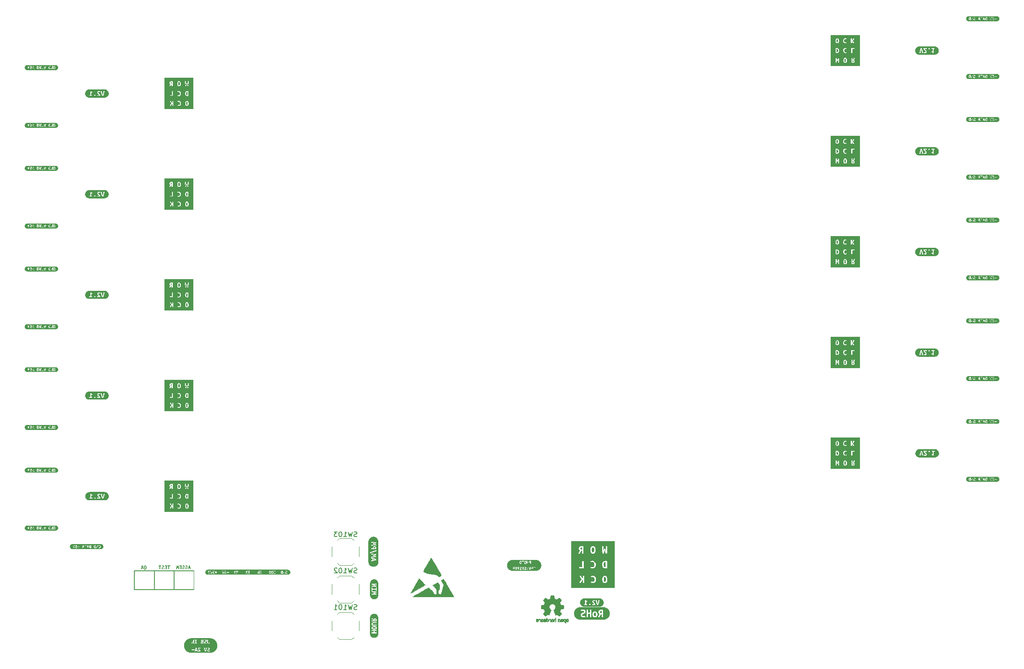
<source format=gbo>
G04 #@! TF.GenerationSoftware,KiCad,Pcbnew,(6.0.2)*
G04 #@! TF.CreationDate,2022-08-28T20:21:12+12:00*
G04 #@! TF.ProjectId,Wordclock,576f7264-636c-46f6-936b-2e6b69636164,1*
G04 #@! TF.SameCoordinates,Original*
G04 #@! TF.FileFunction,Legend,Bot*
G04 #@! TF.FilePolarity,Positive*
%FSLAX46Y46*%
G04 Gerber Fmt 4.6, Leading zero omitted, Abs format (unit mm)*
G04 Created by KiCad (PCBNEW (6.0.2)) date 2022-08-28 20:21:12*
%MOMM*%
%LPD*%
G01*
G04 APERTURE LIST*
%ADD10C,0.150000*%
%ADD11C,0.120000*%
%ADD12C,0.010000*%
%ADD13C,0.400000*%
%ADD14R,1.800000X1.800000*%
%ADD15C,1.800000*%
%ADD16C,1.448000*%
%ADD17R,1.200000X2.500000*%
%ADD18C,2.500000*%
%ADD19R,1.700000X1.700000*%
%ADD20O,1.700000X1.700000*%
%ADD21C,0.600000*%
%ADD22O,0.900000X1.700000*%
%ADD23O,0.900000X2.000000*%
%ADD24R,1.700000X1.000000*%
G04 APERTURE END LIST*
D10*
X107035714Y-143054761D02*
X106892857Y-143102380D01*
X106654761Y-143102380D01*
X106559523Y-143054761D01*
X106511904Y-143007142D01*
X106464285Y-142911904D01*
X106464285Y-142816666D01*
X106511904Y-142721428D01*
X106559523Y-142673809D01*
X106654761Y-142626190D01*
X106845238Y-142578571D01*
X106940476Y-142530952D01*
X106988095Y-142483333D01*
X107035714Y-142388095D01*
X107035714Y-142292857D01*
X106988095Y-142197619D01*
X106940476Y-142150000D01*
X106845238Y-142102380D01*
X106607142Y-142102380D01*
X106464285Y-142150000D01*
X106130952Y-142102380D02*
X105892857Y-143102380D01*
X105702380Y-142388095D01*
X105511904Y-143102380D01*
X105273809Y-142102380D01*
X104369047Y-143102380D02*
X104940476Y-143102380D01*
X104654761Y-143102380D02*
X104654761Y-142102380D01*
X104750000Y-142245238D01*
X104845238Y-142340476D01*
X104940476Y-142388095D01*
X103750000Y-142102380D02*
X103654761Y-142102380D01*
X103559523Y-142150000D01*
X103511904Y-142197619D01*
X103464285Y-142292857D01*
X103416666Y-142483333D01*
X103416666Y-142721428D01*
X103464285Y-142911904D01*
X103511904Y-143007142D01*
X103559523Y-143054761D01*
X103654761Y-143102380D01*
X103750000Y-143102380D01*
X103845238Y-143054761D01*
X103892857Y-143007142D01*
X103940476Y-142911904D01*
X103988095Y-142721428D01*
X103988095Y-142483333D01*
X103940476Y-142292857D01*
X103892857Y-142197619D01*
X103845238Y-142150000D01*
X103750000Y-142102380D01*
X103035714Y-142197619D02*
X102988095Y-142150000D01*
X102892857Y-142102380D01*
X102654761Y-142102380D01*
X102559523Y-142150000D01*
X102511904Y-142197619D01*
X102464285Y-142292857D01*
X102464285Y-142388095D01*
X102511904Y-142530952D01*
X103083333Y-143102380D01*
X102464285Y-143102380D01*
X107035714Y-150454761D02*
X106892857Y-150502380D01*
X106654761Y-150502380D01*
X106559523Y-150454761D01*
X106511904Y-150407142D01*
X106464285Y-150311904D01*
X106464285Y-150216666D01*
X106511904Y-150121428D01*
X106559523Y-150073809D01*
X106654761Y-150026190D01*
X106845238Y-149978571D01*
X106940476Y-149930952D01*
X106988095Y-149883333D01*
X107035714Y-149788095D01*
X107035714Y-149692857D01*
X106988095Y-149597619D01*
X106940476Y-149550000D01*
X106845238Y-149502380D01*
X106607142Y-149502380D01*
X106464285Y-149550000D01*
X106130952Y-149502380D02*
X105892857Y-150502380D01*
X105702380Y-149788095D01*
X105511904Y-150502380D01*
X105273809Y-149502380D01*
X104369047Y-150502380D02*
X104940476Y-150502380D01*
X104654761Y-150502380D02*
X104654761Y-149502380D01*
X104750000Y-149645238D01*
X104845238Y-149740476D01*
X104940476Y-149788095D01*
X103750000Y-149502380D02*
X103654761Y-149502380D01*
X103559523Y-149550000D01*
X103511904Y-149597619D01*
X103464285Y-149692857D01*
X103416666Y-149883333D01*
X103416666Y-150121428D01*
X103464285Y-150311904D01*
X103511904Y-150407142D01*
X103559523Y-150454761D01*
X103654761Y-150502380D01*
X103750000Y-150502380D01*
X103845238Y-150454761D01*
X103892857Y-150407142D01*
X103940476Y-150311904D01*
X103988095Y-150121428D01*
X103988095Y-149883333D01*
X103940476Y-149692857D01*
X103892857Y-149597619D01*
X103845238Y-149550000D01*
X103750000Y-149502380D01*
X102464285Y-150502380D02*
X103035714Y-150502380D01*
X102750000Y-150502380D02*
X102750000Y-149502380D01*
X102845238Y-149645238D01*
X102940476Y-149740476D01*
X103035714Y-149788095D01*
X107035714Y-135713207D02*
X106892857Y-135760826D01*
X106654761Y-135760826D01*
X106559523Y-135713207D01*
X106511904Y-135665588D01*
X106464285Y-135570350D01*
X106464285Y-135475112D01*
X106511904Y-135379874D01*
X106559523Y-135332255D01*
X106654761Y-135284636D01*
X106845238Y-135237017D01*
X106940476Y-135189398D01*
X106988095Y-135141779D01*
X107035714Y-135046541D01*
X107035714Y-134951303D01*
X106988095Y-134856065D01*
X106940476Y-134808446D01*
X106845238Y-134760826D01*
X106607142Y-134760826D01*
X106464285Y-134808446D01*
X106130952Y-134760826D02*
X105892857Y-135760826D01*
X105702380Y-135046541D01*
X105511904Y-135760826D01*
X105273809Y-134760826D01*
X104369047Y-135760826D02*
X104940476Y-135760826D01*
X104654761Y-135760826D02*
X104654761Y-134760826D01*
X104750000Y-134903684D01*
X104845238Y-134998922D01*
X104940476Y-135046541D01*
X103750000Y-134760826D02*
X103654761Y-134760826D01*
X103559523Y-134808446D01*
X103511904Y-134856065D01*
X103464285Y-134951303D01*
X103416666Y-135141779D01*
X103416666Y-135379874D01*
X103464285Y-135570350D01*
X103511904Y-135665588D01*
X103559523Y-135713207D01*
X103654761Y-135760826D01*
X103750000Y-135760826D01*
X103845238Y-135713207D01*
X103892857Y-135665588D01*
X103940476Y-135570350D01*
X103988095Y-135379874D01*
X103988095Y-135141779D01*
X103940476Y-134951303D01*
X103892857Y-134856065D01*
X103845238Y-134808446D01*
X103750000Y-134760826D01*
X103083333Y-134760826D02*
X102464285Y-134760826D01*
X102797619Y-135141779D01*
X102654761Y-135141779D01*
X102559523Y-135189398D01*
X102511904Y-135237017D01*
X102464285Y-135332255D01*
X102464285Y-135570350D01*
X102511904Y-135665588D01*
X102559523Y-135713207D01*
X102654761Y-135760826D01*
X102940476Y-135760826D01*
X103035714Y-135713207D01*
X103083333Y-135665588D01*
G36*
X207441072Y-120875548D02*
G01*
X207499413Y-120904718D01*
X207543863Y-121015049D01*
X207531956Y-121082518D01*
X207496237Y-121129349D01*
X207441072Y-121156734D01*
X207370825Y-121165862D01*
X207343838Y-121165068D01*
X207312088Y-121161099D01*
X207312088Y-120865824D01*
X207354950Y-120865824D01*
X207441072Y-120875548D01*
G37*
G36*
X205920644Y-120518162D02*
G01*
X205968269Y-120591981D01*
X205990494Y-120700724D01*
X205994661Y-120765018D01*
X205996050Y-120834074D01*
X205994661Y-120903329D01*
X205990494Y-120968218D01*
X205968269Y-121076962D01*
X205921438Y-121149987D01*
X205840475Y-121176974D01*
X205759513Y-121149987D01*
X205712681Y-121076168D01*
X205690456Y-120967424D01*
X205686289Y-120903131D01*
X205684900Y-120834074D01*
X205686289Y-120764820D01*
X205690456Y-120699931D01*
X205712681Y-120591187D01*
X205759513Y-120518162D01*
X205840475Y-120491174D01*
X205920644Y-120518162D01*
G37*
G36*
X204319249Y-116544280D02*
G01*
X204365487Y-116615948D01*
X204387065Y-116721525D01*
X204392459Y-116850991D01*
X204387065Y-116981227D01*
X204365487Y-117086804D01*
X204320020Y-117157702D01*
X204241416Y-117183903D01*
X204162811Y-117157702D01*
X204117344Y-117086033D01*
X204095766Y-116980457D01*
X204090372Y-116850991D01*
X204095766Y-116720754D01*
X204117344Y-116615178D01*
X204162811Y-116544280D01*
X204241416Y-116518078D01*
X204319249Y-116544280D01*
G37*
G36*
X208799575Y-122008295D02*
G01*
X202900425Y-122008295D01*
X202900425Y-121324612D01*
X203892613Y-121324612D01*
X204073587Y-121324612D01*
X204072000Y-121229362D01*
X204070413Y-121130937D01*
X204068825Y-121031123D01*
X204067238Y-120931706D01*
X204065650Y-120833678D01*
X204064062Y-120738031D01*
X204062872Y-120646551D01*
X204062475Y-120561024D01*
X204095019Y-120672149D01*
X204129944Y-120791212D01*
X204160900Y-120899162D01*
X204183125Y-120976949D01*
X204326000Y-120976949D01*
X204345050Y-120902337D01*
X204372831Y-120803912D01*
X204406169Y-120688024D01*
X204441888Y-120561024D01*
X204441491Y-120646551D01*
X204440300Y-120738031D01*
X204438712Y-120833479D01*
X204437125Y-120930912D01*
X204435538Y-121029932D01*
X204433950Y-121130143D01*
X204432759Y-121229164D01*
X204432362Y-121324612D01*
X204613338Y-121324612D01*
X204608575Y-121202176D01*
X204603813Y-121076168D01*
X204598653Y-120948771D01*
X204593260Y-120834074D01*
X205486463Y-120834074D01*
X205492316Y-120953286D01*
X205509878Y-121056920D01*
X205539148Y-121144976D01*
X205580125Y-121217456D01*
X205650681Y-121289334D01*
X205737464Y-121332461D01*
X205840475Y-121346837D01*
X205946661Y-121332461D01*
X205991750Y-121310324D01*
X207116825Y-121310324D01*
X207179531Y-121322231D01*
X207248587Y-121330168D01*
X207315263Y-121334137D01*
X207370825Y-121335724D01*
X207450994Y-121330962D01*
X207523225Y-121316674D01*
X207586725Y-121292465D01*
X207640700Y-121257937D01*
X207716106Y-121157131D01*
X207735752Y-121090654D01*
X207742300Y-121013462D01*
X207733569Y-120931706D01*
X207707375Y-120857887D01*
X207660941Y-120796371D01*
X207591488Y-120751524D01*
X207648638Y-120660243D01*
X207707375Y-120555468D01*
X207762144Y-120445931D01*
X207807388Y-120341949D01*
X207602600Y-120341949D01*
X207563111Y-120435414D01*
X207517669Y-120525306D01*
X207467464Y-120614007D01*
X207413688Y-120703899D01*
X207312088Y-120703899D01*
X207312088Y-120341949D01*
X207116825Y-120341949D01*
X207116825Y-121310324D01*
X205991750Y-121310324D01*
X206034503Y-121289334D01*
X206104000Y-121217456D01*
X206143588Y-121144976D01*
X206171866Y-121056920D01*
X206188832Y-120953286D01*
X206194488Y-120834074D01*
X206188733Y-120714863D01*
X206171469Y-120611229D01*
X206142695Y-120523173D01*
X206102413Y-120450693D01*
X206032563Y-120378815D01*
X205945779Y-120335688D01*
X205842063Y-120321312D01*
X205735788Y-120335688D01*
X205647682Y-120378815D01*
X205577744Y-120450693D01*
X205537808Y-120523173D01*
X205509283Y-120611229D01*
X205492168Y-120714863D01*
X205486463Y-120834074D01*
X204593260Y-120834074D01*
X204592700Y-120822168D01*
X204585755Y-120696954D01*
X204577619Y-120573724D01*
X204568292Y-120454662D01*
X204557775Y-120341949D01*
X204395850Y-120341949D01*
X204360925Y-120445732D01*
X204326000Y-120557056D01*
X204291075Y-120669570D01*
X204256150Y-120776924D01*
X204220431Y-120672546D01*
X204183125Y-120559437D01*
X204146612Y-120446328D01*
X204113275Y-120341949D01*
X203951350Y-120341949D01*
X203939444Y-120454860D01*
X203929125Y-120574518D01*
X203920195Y-120698343D01*
X203912456Y-120823756D01*
X203905908Y-120950359D01*
X203900550Y-121077756D01*
X203896184Y-121203367D01*
X203892613Y-121324612D01*
X202900425Y-121324612D01*
X202900425Y-119313203D01*
X203940558Y-119313203D01*
X204064117Y-119331971D01*
X204172036Y-119336663D01*
X204263337Y-119329625D01*
X204346426Y-119308510D01*
X204419350Y-119272342D01*
X204480152Y-119220142D01*
X204528832Y-119151715D01*
X204557775Y-119084544D01*
X204565392Y-119066866D01*
X204588266Y-118964226D01*
X204595891Y-118842427D01*
X205462368Y-118842427D01*
X205470580Y-118956211D01*
X205495213Y-119056700D01*
X205534510Y-119143309D01*
X205586710Y-119215450D01*
X205650835Y-119272538D01*
X205725909Y-119313985D01*
X205810172Y-119339205D01*
X205842063Y-119342129D01*
X205901864Y-119347611D01*
X205994924Y-119339009D01*
X206044379Y-119325715D01*
X207095226Y-119325715D01*
X207289167Y-119325715D01*
X207289167Y-118517106D01*
X207703637Y-118517106D01*
X207703637Y-118357574D01*
X207095226Y-118357574D01*
X207095226Y-119325715D01*
X206044379Y-119325715D01*
X206067652Y-119319459D01*
X206120047Y-119295998D01*
X206152110Y-119277230D01*
X206102061Y-119123954D01*
X206015256Y-119163837D01*
X205898735Y-119180259D01*
X205810367Y-119163837D01*
X205733729Y-119109095D01*
X205678988Y-119006651D01*
X205663152Y-118934705D01*
X205657873Y-118847119D01*
X205664216Y-118745196D01*
X205683246Y-118660477D01*
X205714961Y-118592962D01*
X205790230Y-118526686D01*
X205901864Y-118504594D01*
X206026205Y-118521799D01*
X206105189Y-118556207D01*
X206153674Y-118404496D01*
X206043409Y-118358356D01*
X205968531Y-118342521D01*
X205883095Y-118337242D01*
X205757277Y-118351840D01*
X205653007Y-118395633D01*
X205570287Y-118468621D01*
X205523073Y-118541251D01*
X205489348Y-118627762D01*
X205469113Y-118728154D01*
X205462368Y-118842427D01*
X204595891Y-118842427D01*
X204587484Y-118717890D01*
X204562264Y-118613295D01*
X204522185Y-118527468D01*
X204469203Y-118459237D01*
X204404100Y-118407819D01*
X204327658Y-118372433D01*
X204241440Y-118351905D01*
X204147011Y-118345062D01*
X204046131Y-118350536D01*
X203940558Y-118368523D01*
X203940558Y-119313203D01*
X202900425Y-119313203D01*
X202900425Y-116850991D01*
X203897714Y-116850991D01*
X203903397Y-116966730D01*
X203920448Y-117067345D01*
X203948865Y-117152837D01*
X203988649Y-117223206D01*
X204057149Y-117292990D01*
X204141405Y-117334861D01*
X204147011Y-117335644D01*
X204241416Y-117348818D01*
X204344509Y-117334861D01*
X204429792Y-117292990D01*
X204497265Y-117223206D01*
X204535700Y-117152837D01*
X204563154Y-117067345D01*
X204579626Y-116966730D01*
X204585117Y-116850991D01*
X205438976Y-116850991D01*
X205447068Y-116963118D01*
X205471343Y-117062144D01*
X205510067Y-117147491D01*
X205561507Y-117218582D01*
X205624698Y-117274838D01*
X205698679Y-117315681D01*
X205781714Y-117340534D01*
X205872071Y-117348818D01*
X205883095Y-117347799D01*
X205963776Y-117340341D01*
X206012510Y-117327241D01*
X207007981Y-117327241D01*
X207197556Y-117327241D01*
X207197556Y-116931136D01*
X207268454Y-117026695D01*
X207338582Y-117131500D01*
X207399462Y-117234765D01*
X207445700Y-117327241D01*
X207659935Y-117327241D01*
X207608303Y-117232453D01*
X207539717Y-117121482D01*
X207499836Y-117063107D01*
X207457259Y-117003576D01*
X207412370Y-116944622D01*
X207365554Y-116887981D01*
X207413718Y-116838275D01*
X207462653Y-116781634D01*
X207510625Y-116719405D01*
X207555900Y-116652939D01*
X207597706Y-116583582D01*
X207635275Y-116512684D01*
X207667256Y-116441978D01*
X207692301Y-116373199D01*
X207478066Y-116373199D01*
X207429516Y-116489565D01*
X207396186Y-116551215D01*
X207359389Y-116611324D01*
X207319894Y-116668736D01*
X207278473Y-116722295D01*
X207197556Y-116809377D01*
X207197556Y-116373199D01*
X207007981Y-116373199D01*
X207007981Y-117327241D01*
X206012510Y-117327241D01*
X206035445Y-117321076D01*
X206087077Y-117297957D01*
X206118673Y-117279462D01*
X206069352Y-117128418D01*
X205983812Y-117167720D01*
X205868988Y-117183903D01*
X205781907Y-117167720D01*
X205706385Y-117113776D01*
X205652441Y-117012823D01*
X205636836Y-116941925D01*
X205631634Y-116855615D01*
X205637885Y-116755176D01*
X205656637Y-116671691D01*
X205687890Y-116605159D01*
X205762063Y-116539848D01*
X205872071Y-116518078D01*
X205994601Y-116535032D01*
X206072435Y-116568940D01*
X206120214Y-116419437D01*
X206011555Y-116373970D01*
X205937767Y-116358365D01*
X205853576Y-116353163D01*
X205729590Y-116367548D01*
X205626839Y-116410703D01*
X205545323Y-116482629D01*
X205498796Y-116554201D01*
X205465563Y-116639452D01*
X205445623Y-116738382D01*
X205438976Y-116850991D01*
X204585117Y-116850991D01*
X204579530Y-116735252D01*
X204562769Y-116634636D01*
X204534833Y-116549144D01*
X204495724Y-116478776D01*
X204427908Y-116408991D01*
X204343653Y-116367120D01*
X204242957Y-116353163D01*
X204139778Y-116367120D01*
X204054238Y-116408991D01*
X203986337Y-116478776D01*
X203947564Y-116549144D01*
X203919870Y-116634636D01*
X203903253Y-116735252D01*
X203897714Y-116850991D01*
X202900425Y-116850991D01*
X202900425Y-115691705D01*
X208799575Y-115691705D01*
X208799575Y-122008295D01*
G37*
G36*
X204277609Y-118537439D02*
G01*
X204349554Y-118606257D01*
X204388655Y-118710265D01*
X204397453Y-118773413D01*
X204400386Y-118842427D01*
X204391001Y-118964422D01*
X204358157Y-119069212D01*
X204294031Y-119141940D01*
X204189240Y-119169311D01*
X204161088Y-119168529D01*
X204132935Y-119164619D01*
X204132935Y-118513978D01*
X204150139Y-118512414D01*
X204167344Y-118512414D01*
X204277609Y-118537439D01*
G37*
G36*
X68100425Y-103991705D02*
G01*
X73999575Y-103991705D01*
X73999575Y-110308295D01*
X68100425Y-110308295D01*
X68100425Y-109626801D01*
X69207699Y-109626801D01*
X69421934Y-109626801D01*
X69470484Y-109510435D01*
X69503814Y-109448785D01*
X69540611Y-109388676D01*
X69580106Y-109331264D01*
X69621527Y-109277705D01*
X69702444Y-109190623D01*
X69702444Y-109626801D01*
X69892019Y-109626801D01*
X69892019Y-109580563D01*
X70779786Y-109580563D01*
X70888445Y-109626030D01*
X70962233Y-109641635D01*
X71046424Y-109646837D01*
X71170410Y-109632452D01*
X71273161Y-109589297D01*
X71354677Y-109517371D01*
X71401204Y-109445799D01*
X71434437Y-109360548D01*
X71454377Y-109261618D01*
X71461024Y-109149009D01*
X72314883Y-109149009D01*
X72320470Y-109264748D01*
X72337231Y-109365364D01*
X72365167Y-109450856D01*
X72404276Y-109521224D01*
X72472092Y-109591009D01*
X72556347Y-109632880D01*
X72657043Y-109646837D01*
X72760222Y-109632880D01*
X72845762Y-109591009D01*
X72913663Y-109521224D01*
X72952436Y-109450856D01*
X72980130Y-109365364D01*
X72996747Y-109264748D01*
X73002286Y-109149009D01*
X72996603Y-109033270D01*
X72979552Y-108932655D01*
X72951135Y-108847163D01*
X72911351Y-108776794D01*
X72842851Y-108707010D01*
X72758595Y-108665139D01*
X72752989Y-108664356D01*
X72658584Y-108651182D01*
X72555491Y-108665139D01*
X72470208Y-108707010D01*
X72402735Y-108776794D01*
X72364300Y-108847163D01*
X72336846Y-108932655D01*
X72320374Y-109033270D01*
X72314883Y-109149009D01*
X71461024Y-109149009D01*
X71452932Y-109036882D01*
X71428657Y-108937856D01*
X71389933Y-108852509D01*
X71338493Y-108781418D01*
X71275302Y-108725162D01*
X71201321Y-108684319D01*
X71118286Y-108659466D01*
X71027929Y-108651182D01*
X71016905Y-108652201D01*
X70936224Y-108659659D01*
X70864555Y-108678924D01*
X70812923Y-108702043D01*
X70781327Y-108720538D01*
X70830648Y-108871582D01*
X70916188Y-108832280D01*
X71031012Y-108816097D01*
X71118093Y-108832280D01*
X71193615Y-108886224D01*
X71247559Y-108987177D01*
X71263164Y-109058075D01*
X71268366Y-109144385D01*
X71262115Y-109244824D01*
X71243363Y-109328309D01*
X71212110Y-109394841D01*
X71137937Y-109460152D01*
X71027929Y-109481922D01*
X70905399Y-109464968D01*
X70827565Y-109431060D01*
X70779786Y-109580563D01*
X69892019Y-109580563D01*
X69892019Y-108672759D01*
X69702444Y-108672759D01*
X69702444Y-109068864D01*
X69631546Y-108973305D01*
X69561418Y-108868500D01*
X69500538Y-108765235D01*
X69454300Y-108672759D01*
X69240065Y-108672759D01*
X69291697Y-108767547D01*
X69360283Y-108878518D01*
X69400164Y-108936893D01*
X69442741Y-108996424D01*
X69487630Y-109055378D01*
X69534446Y-109112019D01*
X69486282Y-109161725D01*
X69437347Y-109218366D01*
X69389375Y-109280595D01*
X69344100Y-109347061D01*
X69302294Y-109416418D01*
X69264725Y-109487316D01*
X69232744Y-109558022D01*
X69207699Y-109626801D01*
X68100425Y-109626801D01*
X68100425Y-107642426D01*
X69196363Y-107642426D01*
X69804774Y-107642426D01*
X69804774Y-107595504D01*
X70746326Y-107595504D01*
X70856591Y-107641644D01*
X70931469Y-107657479D01*
X71016905Y-107662758D01*
X71142723Y-107648160D01*
X71246993Y-107604367D01*
X71329713Y-107531379D01*
X71376927Y-107458749D01*
X71410652Y-107372238D01*
X71430887Y-107271846D01*
X71437632Y-107157573D01*
X72304109Y-107157573D01*
X72312516Y-107282110D01*
X72337736Y-107386705D01*
X72377815Y-107472532D01*
X72430797Y-107540763D01*
X72495900Y-107592181D01*
X72572342Y-107627567D01*
X72658560Y-107648095D01*
X72752989Y-107654938D01*
X72853869Y-107649464D01*
X72959442Y-107631477D01*
X72959442Y-106686797D01*
X72835883Y-106668029D01*
X72727964Y-106663337D01*
X72636663Y-106670375D01*
X72553574Y-106691490D01*
X72480650Y-106727658D01*
X72419848Y-106779858D01*
X72371168Y-106848285D01*
X72342225Y-106915456D01*
X72334608Y-106933134D01*
X72311734Y-107035774D01*
X72304109Y-107157573D01*
X71437632Y-107157573D01*
X71429420Y-107043789D01*
X71404787Y-106943300D01*
X71365490Y-106856691D01*
X71313290Y-106784550D01*
X71249165Y-106727462D01*
X71174091Y-106686015D01*
X71089828Y-106660795D01*
X71057937Y-106657871D01*
X70998136Y-106652389D01*
X70905076Y-106660991D01*
X70832348Y-106680541D01*
X70779953Y-106704002D01*
X70747890Y-106722770D01*
X70797939Y-106876046D01*
X70884744Y-106836163D01*
X71001265Y-106819741D01*
X71089633Y-106836163D01*
X71166271Y-106890905D01*
X71221012Y-106993349D01*
X71236848Y-107065295D01*
X71242127Y-107152881D01*
X71235784Y-107254804D01*
X71216754Y-107339523D01*
X71185039Y-107407038D01*
X71109770Y-107473314D01*
X70998136Y-107495406D01*
X70873795Y-107478201D01*
X70794811Y-107443793D01*
X70746326Y-107595504D01*
X69804774Y-107595504D01*
X69804774Y-106674285D01*
X69610833Y-106674285D01*
X69610833Y-107482894D01*
X69196363Y-107482894D01*
X69196363Y-107642426D01*
X68100425Y-107642426D01*
X68100425Y-105658051D01*
X69092612Y-105658051D01*
X69297400Y-105658051D01*
X69336889Y-105564586D01*
X69382331Y-105474694D01*
X69432536Y-105385993D01*
X69486312Y-105296101D01*
X69587912Y-105296101D01*
X69587912Y-105658051D01*
X69783175Y-105658051D01*
X69783175Y-105165926D01*
X70705512Y-105165926D01*
X70711267Y-105285137D01*
X70728531Y-105388771D01*
X70757305Y-105476827D01*
X70797587Y-105549307D01*
X70867437Y-105621185D01*
X70954221Y-105664312D01*
X71057937Y-105678688D01*
X71164212Y-105664312D01*
X71252318Y-105621185D01*
X71322256Y-105549307D01*
X71362192Y-105476827D01*
X71390717Y-105388771D01*
X71407832Y-105285137D01*
X71413537Y-105165926D01*
X71407684Y-105046714D01*
X71390122Y-104943080D01*
X71360852Y-104855024D01*
X71319875Y-104782544D01*
X71249319Y-104710666D01*
X71178330Y-104675388D01*
X72286662Y-104675388D01*
X72291425Y-104797824D01*
X72296187Y-104923832D01*
X72301347Y-105051229D01*
X72307300Y-105177832D01*
X72314245Y-105303046D01*
X72322381Y-105426276D01*
X72331708Y-105545338D01*
X72342225Y-105658051D01*
X72504150Y-105658051D01*
X72539075Y-105554268D01*
X72574000Y-105442944D01*
X72608925Y-105330430D01*
X72643850Y-105223076D01*
X72679569Y-105327454D01*
X72716875Y-105440563D01*
X72753388Y-105553672D01*
X72786725Y-105658051D01*
X72948650Y-105658051D01*
X72960556Y-105545140D01*
X72970875Y-105425482D01*
X72979805Y-105301657D01*
X72987544Y-105176244D01*
X72994092Y-105049641D01*
X72999450Y-104922244D01*
X73003816Y-104796633D01*
X73007387Y-104675388D01*
X72826413Y-104675388D01*
X72828000Y-104770638D01*
X72829587Y-104869063D01*
X72831175Y-104968877D01*
X72832762Y-105068294D01*
X72834350Y-105166322D01*
X72835938Y-105261969D01*
X72837128Y-105353449D01*
X72837525Y-105438976D01*
X72804981Y-105327851D01*
X72770056Y-105208788D01*
X72739100Y-105100838D01*
X72716875Y-105023051D01*
X72574000Y-105023051D01*
X72554950Y-105097663D01*
X72527169Y-105196088D01*
X72493831Y-105311976D01*
X72458112Y-105438976D01*
X72458509Y-105353449D01*
X72459700Y-105261969D01*
X72461288Y-105166521D01*
X72462875Y-105069088D01*
X72464462Y-104970068D01*
X72466050Y-104869857D01*
X72467241Y-104770836D01*
X72467638Y-104675388D01*
X72286662Y-104675388D01*
X71178330Y-104675388D01*
X71162536Y-104667539D01*
X71059525Y-104653163D01*
X70953339Y-104667539D01*
X70865497Y-104710666D01*
X70796000Y-104782544D01*
X70756412Y-104855024D01*
X70728134Y-104943080D01*
X70711168Y-105046714D01*
X70705512Y-105165926D01*
X69783175Y-105165926D01*
X69783175Y-104689676D01*
X69720469Y-104677769D01*
X69651413Y-104669832D01*
X69584737Y-104665863D01*
X69529175Y-104664276D01*
X69449006Y-104669038D01*
X69376775Y-104683326D01*
X69313275Y-104707535D01*
X69259300Y-104742063D01*
X69183894Y-104842869D01*
X69164248Y-104909346D01*
X69157700Y-104986538D01*
X69166431Y-105068294D01*
X69192625Y-105142113D01*
X69239059Y-105203629D01*
X69308512Y-105248476D01*
X69251362Y-105339757D01*
X69192625Y-105444532D01*
X69137856Y-105554069D01*
X69092612Y-105658051D01*
X68100425Y-105658051D01*
X68100425Y-103991705D01*
G37*
G36*
X69556162Y-104834932D02*
G01*
X69587912Y-104838901D01*
X69587912Y-105134176D01*
X69545050Y-105134176D01*
X69458928Y-105124452D01*
X69400587Y-105095282D01*
X69356137Y-104984951D01*
X69368044Y-104917482D01*
X69403763Y-104870651D01*
X69458928Y-104843266D01*
X69529175Y-104834138D01*
X69556162Y-104834932D01*
G37*
G36*
X72738912Y-106831471D02*
G01*
X72767065Y-106835381D01*
X72767065Y-107486022D01*
X72749861Y-107487586D01*
X72732656Y-107487586D01*
X72622391Y-107462561D01*
X72550446Y-107393743D01*
X72511345Y-107289735D01*
X72502547Y-107226587D01*
X72499614Y-107157573D01*
X72508999Y-107035578D01*
X72541843Y-106930788D01*
X72605969Y-106858060D01*
X72710760Y-106830689D01*
X72738912Y-106831471D01*
G37*
G36*
X72737189Y-108842298D02*
G01*
X72782656Y-108913967D01*
X72804234Y-109019543D01*
X72809628Y-109149009D01*
X72804234Y-109279246D01*
X72782656Y-109384822D01*
X72737189Y-109455720D01*
X72658584Y-109481922D01*
X72580751Y-109455720D01*
X72534513Y-109384052D01*
X72512935Y-109278475D01*
X72507541Y-109149009D01*
X72512935Y-109018773D01*
X72534513Y-108913196D01*
X72579980Y-108842298D01*
X72658584Y-108816097D01*
X72737189Y-108842298D01*
G37*
G36*
X71140487Y-104850013D02*
G01*
X71187319Y-104923832D01*
X71209544Y-105032576D01*
X71213711Y-105096869D01*
X71215100Y-105165926D01*
X71213711Y-105235180D01*
X71209544Y-105300069D01*
X71187319Y-105408813D01*
X71140487Y-105481838D01*
X71059525Y-105508826D01*
X70979356Y-105481838D01*
X70931731Y-105408019D01*
X70909506Y-105299276D01*
X70905339Y-105234982D01*
X70903950Y-105165926D01*
X70905339Y-105096671D01*
X70909506Y-105031782D01*
X70931731Y-104923038D01*
X70978562Y-104850013D01*
X71059525Y-104823026D01*
X71140487Y-104850013D01*
G37*
G36*
X232985390Y-112283319D02*
G01*
X233000630Y-112342374D01*
X233013965Y-112400952D01*
X233025871Y-112461912D01*
X232910619Y-112461912D01*
X232922049Y-112400952D01*
X232934907Y-112342374D01*
X232950147Y-112283319D01*
X232967769Y-112219977D01*
X232985390Y-112283319D01*
G37*
G36*
X233937890Y-112283319D02*
G01*
X233953130Y-112342374D01*
X233966465Y-112400952D01*
X233978371Y-112461912D01*
X233863119Y-112461912D01*
X233874549Y-112400952D01*
X233887407Y-112342374D01*
X233902647Y-112283319D01*
X233920269Y-112219977D01*
X233937890Y-112283319D01*
G37*
G36*
X234447954Y-112201404D02*
G01*
X234465099Y-112203785D01*
X234465099Y-112600025D01*
X234454621Y-112600977D01*
X234444144Y-112600977D01*
X234376992Y-112585737D01*
X234333177Y-112543827D01*
X234309365Y-112480486D01*
X234304007Y-112442029D01*
X234302221Y-112400000D01*
X234307936Y-112325705D01*
X234327939Y-112261887D01*
X234366991Y-112217596D01*
X234430809Y-112200927D01*
X234447954Y-112201404D01*
G37*
G36*
X231114204Y-112201404D02*
G01*
X231131349Y-112203785D01*
X231131349Y-112600025D01*
X231120871Y-112600977D01*
X231110394Y-112600977D01*
X231043242Y-112585737D01*
X230999427Y-112543827D01*
X230975615Y-112480486D01*
X230970257Y-112442029D01*
X230968471Y-112400000D01*
X230974186Y-112325705D01*
X230994189Y-112261887D01*
X231033241Y-112217596D01*
X231097059Y-112200927D01*
X231114204Y-112201404D01*
G37*
G36*
X230760115Y-112903658D02*
G01*
X230710987Y-112896371D01*
X230662810Y-112884303D01*
X230616047Y-112867571D01*
X230571150Y-112846336D01*
X230528550Y-112820803D01*
X230488658Y-112791217D01*
X230451858Y-112757863D01*
X230418505Y-112721063D01*
X230388919Y-112681171D01*
X230363385Y-112638571D01*
X230342150Y-112593674D01*
X230325419Y-112546912D01*
X230313351Y-112498734D01*
X230306063Y-112449606D01*
X230303626Y-112400000D01*
X230849409Y-112400000D01*
X230854528Y-112475843D01*
X230869887Y-112539541D01*
X230894295Y-112591810D01*
X230926561Y-112633362D01*
X230966209Y-112664676D01*
X231012762Y-112686226D01*
X231065269Y-112698728D01*
X231122776Y-112702895D01*
X231184212Y-112699561D01*
X231209368Y-112695275D01*
X231343756Y-112695275D01*
X231438054Y-112695275D01*
X231465517Y-112629923D01*
X231494569Y-112564677D01*
X231525207Y-112499536D01*
X231557434Y-112434396D01*
X231591247Y-112369150D01*
X231626649Y-112303797D01*
X231626649Y-112695275D01*
X231732376Y-112695275D01*
X231732376Y-112135205D01*
X231810481Y-112135205D01*
X231840961Y-112228550D01*
X231892396Y-112204737D01*
X231955261Y-112194260D01*
X232025746Y-112209500D01*
X232072895Y-112251886D01*
X232099565Y-112316656D01*
X232105637Y-112356304D01*
X232107661Y-112400000D01*
X232103957Y-112464294D01*
X232092845Y-112516205D01*
X232074324Y-112555734D01*
X232033128Y-112593238D01*
X231976216Y-112605740D01*
X231953356Y-112604787D01*
X231930496Y-112601930D01*
X231930496Y-112386665D01*
X231813339Y-112386665D01*
X231813339Y-112680987D01*
X231878585Y-112698132D01*
X231927520Y-112705276D01*
X231985741Y-112707658D01*
X232038248Y-112702776D01*
X232062336Y-112695275D01*
X232737264Y-112695275D01*
X232862994Y-112695275D01*
X232890616Y-112559067D01*
X233047779Y-112559067D01*
X233074449Y-112695275D01*
X233196369Y-112695275D01*
X233179567Y-112626790D01*
X233162688Y-112560782D01*
X233145734Y-112497250D01*
X233128703Y-112436195D01*
X233111596Y-112377616D01*
X233090344Y-112306863D01*
X233069448Y-112237956D01*
X233058691Y-112202832D01*
X233228754Y-112202832D01*
X233384011Y-112202832D01*
X233384011Y-112695275D01*
X233502121Y-112695275D01*
X233689764Y-112695275D01*
X233815494Y-112695275D01*
X233843116Y-112559067D01*
X234000279Y-112559067D01*
X234026949Y-112695275D01*
X234148869Y-112695275D01*
X234132067Y-112626790D01*
X234115188Y-112560782D01*
X234098234Y-112497250D01*
X234081203Y-112436195D01*
X234070633Y-112400000D01*
X234183159Y-112400000D01*
X234188278Y-112475843D01*
X234203637Y-112539541D01*
X234228045Y-112591810D01*
X234260311Y-112633362D01*
X234299959Y-112664676D01*
X234346512Y-112686226D01*
X234399019Y-112698728D01*
X234456526Y-112702895D01*
X234517962Y-112699561D01*
X234582256Y-112688607D01*
X234582256Y-112113297D01*
X234532091Y-112105677D01*
X235121371Y-112105677D01*
X235134111Y-112166161D01*
X235149470Y-112233312D01*
X235167329Y-112305583D01*
X235187570Y-112381426D01*
X235202334Y-112433496D01*
X235218050Y-112486201D01*
X235234719Y-112539541D01*
X235252075Y-112592617D01*
X235269855Y-112644528D01*
X235288059Y-112695275D01*
X235409026Y-112695275D01*
X235432601Y-112625266D01*
X235457604Y-112546685D01*
X235466607Y-112517157D01*
X235636674Y-112517157D01*
X235650961Y-112592881D01*
X235694776Y-112653365D01*
X235727876Y-112676225D01*
X235768119Y-112693370D01*
X235815506Y-112704086D01*
X235870036Y-112707658D01*
X235916709Y-112704800D01*
X235962429Y-112697656D01*
X236001957Y-112687655D01*
X236029104Y-112677177D01*
X236005291Y-112580022D01*
X235951951Y-112599072D01*
X235915518Y-112605502D01*
X235870989Y-112607645D01*
X235814315Y-112600025D01*
X235779072Y-112580499D01*
X235761451Y-112553352D01*
X235756689Y-112521920D01*
X235761802Y-112493345D01*
X236100541Y-112493345D01*
X236250084Y-112493345D01*
X236250084Y-112659080D01*
X236351049Y-112659080D01*
X236351049Y-112493345D01*
X236500591Y-112493345D01*
X236500591Y-112397142D01*
X236351049Y-112397142D01*
X236351049Y-112231407D01*
X236250084Y-112231407D01*
X236250084Y-112397142D01*
X236100541Y-112397142D01*
X236100541Y-112493345D01*
X235761802Y-112493345D01*
X235764785Y-112476676D01*
X235797170Y-112441434D01*
X235866226Y-112418574D01*
X235917899Y-112412502D01*
X235983384Y-112410477D01*
X235974811Y-112331301D01*
X235968144Y-112253791D01*
X235963143Y-112178425D01*
X235959571Y-112105677D01*
X235658581Y-112105677D01*
X235658581Y-112202832D01*
X235861464Y-112202832D01*
X235866226Y-112266650D01*
X235870989Y-112320942D01*
X235798916Y-112330679D01*
X235740179Y-112349729D01*
X235694776Y-112378092D01*
X235662497Y-112415557D01*
X235643130Y-112461912D01*
X235636674Y-112517157D01*
X235466607Y-112517157D01*
X235474431Y-112491493D01*
X235490624Y-112436407D01*
X235506181Y-112381426D01*
X235520892Y-112327504D01*
X235534545Y-112275593D01*
X235547139Y-112225692D01*
X235562855Y-112159017D01*
X235573809Y-112105677D01*
X235449984Y-112105677D01*
X235442840Y-112155088D01*
X235432839Y-112211881D01*
X235420813Y-112273317D01*
X235407597Y-112336659D01*
X235393310Y-112400476D01*
X235378070Y-112463341D01*
X235362473Y-112522515D01*
X235347114Y-112575260D01*
X235331874Y-112523230D01*
X235316634Y-112464294D01*
X235301870Y-112401429D01*
X235288059Y-112337611D01*
X235275200Y-112274151D01*
X235263294Y-112212357D01*
X235252816Y-112155207D01*
X235244244Y-112105677D01*
X235121371Y-112105677D01*
X234532091Y-112105677D01*
X234507009Y-112101867D01*
X234441286Y-112099010D01*
X234385684Y-112103296D01*
X234335082Y-112116155D01*
X234290672Y-112138182D01*
X234253644Y-112169971D01*
X234223997Y-112211643D01*
X234201732Y-112263316D01*
X234187802Y-112325824D01*
X234183159Y-112400000D01*
X234070633Y-112400000D01*
X234064096Y-112377616D01*
X234042844Y-112306863D01*
X234021948Y-112237956D01*
X234001410Y-112170894D01*
X233981229Y-112105677D01*
X233853594Y-112105677D01*
X233832668Y-112171430D01*
X233811803Y-112239147D01*
X233790997Y-112308828D01*
X233770250Y-112380474D01*
X233753772Y-112439548D01*
X233737484Y-112500565D01*
X233721387Y-112563525D01*
X233705480Y-112628429D01*
X233689764Y-112695275D01*
X233502121Y-112695275D01*
X233502121Y-112202832D01*
X233657379Y-112202832D01*
X233657379Y-112105677D01*
X233228754Y-112105677D01*
X233228754Y-112202832D01*
X233058691Y-112202832D01*
X233048910Y-112170894D01*
X233028729Y-112105677D01*
X232901094Y-112105677D01*
X232880168Y-112171430D01*
X232859303Y-112239147D01*
X232838497Y-112308828D01*
X232817750Y-112380474D01*
X232801272Y-112439548D01*
X232784984Y-112500565D01*
X232768887Y-112563525D01*
X232752980Y-112628429D01*
X232737264Y-112695275D01*
X232062336Y-112695275D01*
X232085277Y-112688131D01*
X232126354Y-112663842D01*
X232161001Y-112630029D01*
X232188862Y-112586690D01*
X232209579Y-112533826D01*
X232222437Y-112471557D01*
X232226724Y-112400000D01*
X232221723Y-112329158D01*
X232206721Y-112267126D01*
X232183147Y-112214143D01*
X232152429Y-112170447D01*
X232115043Y-112136277D01*
X232071466Y-112111869D01*
X232023127Y-112097224D01*
X231971454Y-112092342D01*
X231910017Y-112097581D01*
X231862869Y-112109487D01*
X231830007Y-112123775D01*
X231810481Y-112135205D01*
X231732376Y-112135205D01*
X231732376Y-112105677D01*
X231638079Y-112105677D01*
X231611409Y-112149373D01*
X231584739Y-112196641D01*
X231558426Y-112245576D01*
X231532827Y-112294272D01*
X231508539Y-112342136D01*
X231486155Y-112388570D01*
X231466272Y-112431432D01*
X231449484Y-112468580D01*
X231449484Y-112105677D01*
X231343756Y-112105677D01*
X231343756Y-112695275D01*
X231209368Y-112695275D01*
X231248506Y-112688607D01*
X231248506Y-112113297D01*
X231173259Y-112101867D01*
X231107536Y-112099010D01*
X231051934Y-112103296D01*
X231001332Y-112116155D01*
X230956922Y-112138182D01*
X230919894Y-112169971D01*
X230890247Y-112211643D01*
X230867982Y-112263316D01*
X230854052Y-112325824D01*
X230849409Y-112400000D01*
X230303626Y-112400000D01*
X230306063Y-112350394D01*
X230313351Y-112301266D01*
X230325419Y-112253088D01*
X230342150Y-112206326D01*
X230363385Y-112161429D01*
X230388919Y-112118829D01*
X230418505Y-112078937D01*
X230451858Y-112042137D01*
X230488658Y-112008783D01*
X230528550Y-111979197D01*
X230571150Y-111953664D01*
X230616047Y-111932429D01*
X230662810Y-111915697D01*
X230710987Y-111903629D01*
X230760115Y-111896342D01*
X230809721Y-111893905D01*
X236540279Y-111893905D01*
X236589885Y-111896342D01*
X236639013Y-111903629D01*
X236687190Y-111915697D01*
X236733953Y-111932429D01*
X236778850Y-111953664D01*
X236821450Y-111979197D01*
X236861342Y-112008783D01*
X236898142Y-112042137D01*
X236931495Y-112078937D01*
X236961081Y-112118829D01*
X236986615Y-112161428D01*
X237007850Y-112206326D01*
X237024581Y-112253088D01*
X237036649Y-112301266D01*
X237043937Y-112350394D01*
X237046374Y-112400000D01*
X237043937Y-112449606D01*
X237036649Y-112498734D01*
X237024581Y-112546912D01*
X237007850Y-112593674D01*
X236986615Y-112638572D01*
X236961081Y-112681171D01*
X236931495Y-112721063D01*
X236898142Y-112757863D01*
X236861342Y-112791217D01*
X236821450Y-112820803D01*
X236778850Y-112846336D01*
X236733953Y-112867571D01*
X236687190Y-112884303D01*
X236639013Y-112896371D01*
X236589885Y-112903658D01*
X236540279Y-112906095D01*
X230809721Y-112906095D01*
X230760115Y-112903658D01*
G37*
G36*
X224027291Y-77212150D02*
G01*
X224109017Y-77224273D01*
X224189162Y-77244348D01*
X224266953Y-77272182D01*
X224341641Y-77307507D01*
X224412507Y-77349982D01*
X224478868Y-77399199D01*
X224540086Y-77454684D01*
X224595570Y-77515902D01*
X224644788Y-77582263D01*
X224687263Y-77653129D01*
X224722588Y-77727817D01*
X224750422Y-77805608D01*
X224770497Y-77885753D01*
X224782620Y-77967479D01*
X224786674Y-78050000D01*
X224782620Y-78132521D01*
X224770497Y-78214247D01*
X224750422Y-78294392D01*
X224722588Y-78372183D01*
X224687263Y-78446871D01*
X224644788Y-78517737D01*
X224595570Y-78584098D01*
X224540086Y-78645316D01*
X224478868Y-78700801D01*
X224412507Y-78750018D01*
X224341641Y-78792493D01*
X224266953Y-78827818D01*
X224189162Y-78855652D01*
X224109017Y-78875727D01*
X224027291Y-78887850D01*
X223944770Y-78891904D01*
X220855230Y-78891904D01*
X220772709Y-78887850D01*
X220690983Y-78875727D01*
X220610838Y-78855652D01*
X220533047Y-78827818D01*
X220458359Y-78792493D01*
X220387493Y-78750018D01*
X220321132Y-78700801D01*
X220259914Y-78645316D01*
X220204430Y-78584098D01*
X220170945Y-78538950D01*
X220855363Y-78538950D01*
X221061738Y-78538950D01*
X221073644Y-78456598D01*
X221090313Y-78361944D01*
X221110355Y-78259550D01*
X221132381Y-78153981D01*
X221156194Y-78047619D01*
X221181594Y-77942844D01*
X221207589Y-77844220D01*
X221233188Y-77756313D01*
X221258588Y-77843030D01*
X221283988Y-77941256D01*
X221308594Y-78046031D01*
X221331613Y-78152394D01*
X221353044Y-78258161D01*
X221372888Y-78361150D01*
X221390350Y-78456400D01*
X221404638Y-78538950D01*
X221609425Y-78538950D01*
X221588192Y-78438144D01*
X221586558Y-78431000D01*
X221696738Y-78431000D01*
X221765198Y-78488944D01*
X221843581Y-78529425D01*
X221926727Y-78553238D01*
X222009475Y-78561175D01*
X222125363Y-78543713D01*
X222223788Y-78491325D01*
X222292050Y-78403219D01*
X222306307Y-78334163D01*
X223292175Y-78334163D01*
X223374725Y-78370675D01*
X223463625Y-78419888D01*
X223547763Y-78477038D01*
X223616025Y-78538950D01*
X223749375Y-78538950D01*
X223749375Y-77718213D01*
X223944638Y-77718213D01*
X223944638Y-77556288D01*
X223347738Y-77556288D01*
X223347738Y-77718213D01*
X223554113Y-77718213D01*
X223554113Y-78267488D01*
X223452513Y-78211131D01*
X223355675Y-78172238D01*
X223292175Y-78334163D01*
X222306307Y-78334163D01*
X222317450Y-78280188D01*
X222298400Y-78182556D01*
X222247600Y-78091275D01*
X222176163Y-78005550D01*
X222095200Y-77926175D01*
X222047575Y-77880931D01*
X221996775Y-77826956D01*
X221956294Y-77770600D01*
X221939625Y-77718213D01*
X222361900Y-77718213D01*
X222361900Y-77681700D01*
X222677813Y-77681700D01*
X222689719Y-77741231D01*
X222721469Y-77784887D01*
X222766713Y-77811875D01*
X222820688Y-77821400D01*
X222919113Y-77784887D01*
X222961975Y-77681700D01*
X222919113Y-77575338D01*
X222820688Y-77538825D01*
X222766713Y-77548350D01*
X222721469Y-77576131D01*
X222689719Y-77620581D01*
X222677813Y-77681700D01*
X222361900Y-77681700D01*
X222361900Y-77556288D01*
X221720550Y-77556288D01*
X221716581Y-77595975D01*
X221717375Y-77629312D01*
X221724717Y-77705513D01*
X221746744Y-77775363D01*
X221780081Y-77839458D01*
X221821356Y-77898394D01*
X221868188Y-77952766D01*
X221918194Y-78003169D01*
X221968200Y-78050595D01*
X222015031Y-78096038D01*
X222089644Y-78181763D01*
X222119013Y-78265900D01*
X222082500Y-78358769D01*
X221990425Y-78391313D01*
X221893588Y-78369088D01*
X221793575Y-78294475D01*
X221696738Y-78431000D01*
X221586558Y-78431000D01*
X221562594Y-78326225D01*
X221532828Y-78205773D01*
X221499094Y-78079369D01*
X221474488Y-77992585D01*
X221448294Y-77904744D01*
X221420513Y-77815844D01*
X221391585Y-77727385D01*
X221361951Y-77640866D01*
X221331613Y-77556288D01*
X221130000Y-77556288D01*
X221090709Y-77672969D01*
X221049038Y-77803938D01*
X221020992Y-77895924D01*
X220994004Y-77987735D01*
X220968075Y-78079369D01*
X220943557Y-78169239D01*
X220920803Y-78255758D01*
X220899813Y-78338925D01*
X220873619Y-78450050D01*
X220855363Y-78538950D01*
X220170945Y-78538950D01*
X220155212Y-78517737D01*
X220112737Y-78446871D01*
X220077412Y-78372183D01*
X220049578Y-78294392D01*
X220029503Y-78214247D01*
X220017380Y-78132521D01*
X220013326Y-78050000D01*
X220017380Y-77967479D01*
X220029503Y-77885753D01*
X220049578Y-77805608D01*
X220077412Y-77727817D01*
X220112737Y-77653129D01*
X220155212Y-77582263D01*
X220204430Y-77515902D01*
X220259914Y-77454684D01*
X220321132Y-77399199D01*
X220387493Y-77349982D01*
X220458359Y-77307507D01*
X220533047Y-77272182D01*
X220610838Y-77244348D01*
X220690983Y-77224273D01*
X220772709Y-77212150D01*
X220855230Y-77208096D01*
X223944770Y-77208096D01*
X224027291Y-77212150D01*
G37*
G36*
X72738826Y-66031385D02*
G01*
X72766979Y-66035295D01*
X72766979Y-66685936D01*
X72749775Y-66687500D01*
X72732570Y-66687500D01*
X72622305Y-66662475D01*
X72550360Y-66593657D01*
X72511259Y-66489649D01*
X72502461Y-66426501D01*
X72499528Y-66357487D01*
X72508913Y-66235492D01*
X72541757Y-66130702D01*
X72605883Y-66057974D01*
X72710674Y-66030603D01*
X72738826Y-66031385D01*
G37*
G36*
X69556076Y-64034846D02*
G01*
X69587826Y-64038815D01*
X69587826Y-64334090D01*
X69544964Y-64334090D01*
X69458842Y-64324366D01*
X69400501Y-64295196D01*
X69356051Y-64184865D01*
X69367958Y-64117396D01*
X69403677Y-64070565D01*
X69458842Y-64043180D01*
X69529089Y-64034052D01*
X69556076Y-64034846D01*
G37*
G36*
X68100339Y-63191619D02*
G01*
X73999489Y-63191619D01*
X73999489Y-69508209D01*
X68100339Y-69508209D01*
X68100339Y-68826715D01*
X69207613Y-68826715D01*
X69421848Y-68826715D01*
X69470398Y-68710349D01*
X69503728Y-68648699D01*
X69540525Y-68588590D01*
X69580020Y-68531178D01*
X69621441Y-68477619D01*
X69702358Y-68390537D01*
X69702358Y-68826715D01*
X69891933Y-68826715D01*
X69891933Y-68780477D01*
X70779700Y-68780477D01*
X70888359Y-68825944D01*
X70962147Y-68841549D01*
X71046338Y-68846751D01*
X71170324Y-68832366D01*
X71273075Y-68789211D01*
X71354591Y-68717285D01*
X71401118Y-68645713D01*
X71434351Y-68560462D01*
X71454291Y-68461532D01*
X71460938Y-68348923D01*
X72314797Y-68348923D01*
X72320384Y-68464662D01*
X72337145Y-68565278D01*
X72365081Y-68650770D01*
X72404190Y-68721138D01*
X72472006Y-68790923D01*
X72556261Y-68832794D01*
X72656957Y-68846751D01*
X72760136Y-68832794D01*
X72845676Y-68790923D01*
X72913577Y-68721138D01*
X72952350Y-68650770D01*
X72980044Y-68565278D01*
X72996661Y-68464662D01*
X73002200Y-68348923D01*
X72996517Y-68233184D01*
X72979466Y-68132569D01*
X72951049Y-68047077D01*
X72911265Y-67976708D01*
X72842765Y-67906924D01*
X72758509Y-67865053D01*
X72752903Y-67864270D01*
X72658498Y-67851096D01*
X72555405Y-67865053D01*
X72470122Y-67906924D01*
X72402649Y-67976708D01*
X72364214Y-68047077D01*
X72336760Y-68132569D01*
X72320288Y-68233184D01*
X72314797Y-68348923D01*
X71460938Y-68348923D01*
X71452846Y-68236796D01*
X71428571Y-68137770D01*
X71389847Y-68052423D01*
X71338407Y-67981332D01*
X71275216Y-67925076D01*
X71201235Y-67884233D01*
X71118200Y-67859380D01*
X71027843Y-67851096D01*
X71016819Y-67852115D01*
X70936138Y-67859573D01*
X70864469Y-67878838D01*
X70812837Y-67901957D01*
X70781241Y-67920452D01*
X70830562Y-68071496D01*
X70916102Y-68032194D01*
X71030926Y-68016011D01*
X71118007Y-68032194D01*
X71193529Y-68086138D01*
X71247473Y-68187091D01*
X71263078Y-68257989D01*
X71268280Y-68344299D01*
X71262029Y-68444738D01*
X71243277Y-68528223D01*
X71212024Y-68594755D01*
X71137851Y-68660066D01*
X71027843Y-68681836D01*
X70905313Y-68664882D01*
X70827479Y-68630974D01*
X70779700Y-68780477D01*
X69891933Y-68780477D01*
X69891933Y-67872673D01*
X69702358Y-67872673D01*
X69702358Y-68268778D01*
X69631460Y-68173219D01*
X69561332Y-68068414D01*
X69500452Y-67965149D01*
X69454214Y-67872673D01*
X69239979Y-67872673D01*
X69291611Y-67967461D01*
X69360197Y-68078432D01*
X69400078Y-68136807D01*
X69442655Y-68196338D01*
X69487544Y-68255292D01*
X69534360Y-68311933D01*
X69486196Y-68361639D01*
X69437261Y-68418280D01*
X69389289Y-68480509D01*
X69344014Y-68546975D01*
X69302208Y-68616332D01*
X69264639Y-68687230D01*
X69232658Y-68757936D01*
X69207613Y-68826715D01*
X68100339Y-68826715D01*
X68100339Y-66842340D01*
X69196277Y-66842340D01*
X69804688Y-66842340D01*
X69804688Y-66795418D01*
X70746240Y-66795418D01*
X70856505Y-66841558D01*
X70931383Y-66857393D01*
X71016819Y-66862672D01*
X71142637Y-66848074D01*
X71246907Y-66804281D01*
X71329627Y-66731293D01*
X71376841Y-66658663D01*
X71410566Y-66572152D01*
X71430801Y-66471760D01*
X71437546Y-66357487D01*
X72304023Y-66357487D01*
X72312430Y-66482024D01*
X72337650Y-66586619D01*
X72377729Y-66672446D01*
X72430711Y-66740677D01*
X72495814Y-66792095D01*
X72572256Y-66827481D01*
X72658474Y-66848009D01*
X72752903Y-66854852D01*
X72853783Y-66849378D01*
X72959356Y-66831391D01*
X72959356Y-65886711D01*
X72835797Y-65867943D01*
X72727878Y-65863251D01*
X72636577Y-65870289D01*
X72553488Y-65891404D01*
X72480564Y-65927572D01*
X72419762Y-65979772D01*
X72371082Y-66048199D01*
X72342139Y-66115370D01*
X72334522Y-66133048D01*
X72311648Y-66235688D01*
X72304023Y-66357487D01*
X71437546Y-66357487D01*
X71429334Y-66243703D01*
X71404701Y-66143214D01*
X71365404Y-66056605D01*
X71313204Y-65984464D01*
X71249079Y-65927376D01*
X71174005Y-65885929D01*
X71089742Y-65860709D01*
X71057851Y-65857785D01*
X70998050Y-65852303D01*
X70904990Y-65860905D01*
X70832262Y-65880455D01*
X70779867Y-65903916D01*
X70747804Y-65922684D01*
X70797853Y-66075960D01*
X70884658Y-66036077D01*
X71001179Y-66019655D01*
X71089547Y-66036077D01*
X71166185Y-66090819D01*
X71220926Y-66193263D01*
X71236762Y-66265209D01*
X71242041Y-66352795D01*
X71235698Y-66454718D01*
X71216668Y-66539437D01*
X71184953Y-66606952D01*
X71109684Y-66673228D01*
X70998050Y-66695320D01*
X70873709Y-66678115D01*
X70794725Y-66643707D01*
X70746240Y-66795418D01*
X69804688Y-66795418D01*
X69804688Y-65874199D01*
X69610747Y-65874199D01*
X69610747Y-66682808D01*
X69196277Y-66682808D01*
X69196277Y-66842340D01*
X68100339Y-66842340D01*
X68100339Y-64857965D01*
X69092526Y-64857965D01*
X69297314Y-64857965D01*
X69336803Y-64764500D01*
X69382245Y-64674608D01*
X69432450Y-64585907D01*
X69486226Y-64496015D01*
X69587826Y-64496015D01*
X69587826Y-64857965D01*
X69783089Y-64857965D01*
X69783089Y-64365840D01*
X70705426Y-64365840D01*
X70711181Y-64485051D01*
X70728445Y-64588685D01*
X70757219Y-64676741D01*
X70797501Y-64749221D01*
X70867351Y-64821099D01*
X70954135Y-64864226D01*
X71057851Y-64878602D01*
X71164126Y-64864226D01*
X71252232Y-64821099D01*
X71322170Y-64749221D01*
X71362106Y-64676741D01*
X71390631Y-64588685D01*
X71407746Y-64485051D01*
X71413451Y-64365840D01*
X71407598Y-64246628D01*
X71390036Y-64142994D01*
X71360766Y-64054938D01*
X71319789Y-63982458D01*
X71249233Y-63910580D01*
X71178244Y-63875302D01*
X72286576Y-63875302D01*
X72291339Y-63997738D01*
X72296101Y-64123746D01*
X72301261Y-64251143D01*
X72307214Y-64377746D01*
X72314159Y-64502960D01*
X72322295Y-64626190D01*
X72331622Y-64745252D01*
X72342139Y-64857965D01*
X72504064Y-64857965D01*
X72538989Y-64754182D01*
X72573914Y-64642858D01*
X72608839Y-64530344D01*
X72643764Y-64422990D01*
X72679483Y-64527368D01*
X72716789Y-64640477D01*
X72753302Y-64753586D01*
X72786639Y-64857965D01*
X72948564Y-64857965D01*
X72960470Y-64745054D01*
X72970789Y-64625396D01*
X72979719Y-64501571D01*
X72987458Y-64376158D01*
X72994006Y-64249555D01*
X72999364Y-64122158D01*
X73003730Y-63996547D01*
X73007301Y-63875302D01*
X72826327Y-63875302D01*
X72827914Y-63970552D01*
X72829501Y-64068977D01*
X72831089Y-64168791D01*
X72832676Y-64268208D01*
X72834264Y-64366236D01*
X72835852Y-64461883D01*
X72837042Y-64553363D01*
X72837439Y-64638890D01*
X72804895Y-64527765D01*
X72769970Y-64408702D01*
X72739014Y-64300752D01*
X72716789Y-64222965D01*
X72573914Y-64222965D01*
X72554864Y-64297577D01*
X72527083Y-64396002D01*
X72493745Y-64511890D01*
X72458026Y-64638890D01*
X72458423Y-64553363D01*
X72459614Y-64461883D01*
X72461202Y-64366435D01*
X72462789Y-64269002D01*
X72464376Y-64169982D01*
X72465964Y-64069771D01*
X72467155Y-63970750D01*
X72467552Y-63875302D01*
X72286576Y-63875302D01*
X71178244Y-63875302D01*
X71162450Y-63867453D01*
X71059439Y-63853077D01*
X70953253Y-63867453D01*
X70865411Y-63910580D01*
X70795914Y-63982458D01*
X70756326Y-64054938D01*
X70728048Y-64142994D01*
X70711082Y-64246628D01*
X70705426Y-64365840D01*
X69783089Y-64365840D01*
X69783089Y-63889590D01*
X69720383Y-63877683D01*
X69651327Y-63869746D01*
X69584651Y-63865777D01*
X69529089Y-63864190D01*
X69448920Y-63868952D01*
X69376689Y-63883240D01*
X69313189Y-63907449D01*
X69259214Y-63941977D01*
X69183808Y-64042783D01*
X69164162Y-64109260D01*
X69157614Y-64186452D01*
X69166345Y-64268208D01*
X69192539Y-64342027D01*
X69238973Y-64403543D01*
X69308426Y-64448390D01*
X69251276Y-64539671D01*
X69192539Y-64644446D01*
X69137770Y-64753983D01*
X69092526Y-64857965D01*
X68100339Y-64857965D01*
X68100339Y-63191619D01*
G37*
G36*
X71140401Y-64049927D02*
G01*
X71187233Y-64123746D01*
X71209458Y-64232490D01*
X71213625Y-64296783D01*
X71215014Y-64365840D01*
X71213625Y-64435094D01*
X71209458Y-64499983D01*
X71187233Y-64608727D01*
X71140401Y-64681752D01*
X71059439Y-64708740D01*
X70979270Y-64681752D01*
X70931645Y-64607933D01*
X70909420Y-64499190D01*
X70905253Y-64434896D01*
X70903864Y-64365840D01*
X70905253Y-64296585D01*
X70909420Y-64231696D01*
X70931645Y-64122952D01*
X70978476Y-64049927D01*
X71059439Y-64022940D01*
X71140401Y-64049927D01*
G37*
G36*
X72737103Y-68042212D02*
G01*
X72782570Y-68113881D01*
X72804148Y-68219457D01*
X72809542Y-68348923D01*
X72804148Y-68479160D01*
X72782570Y-68584736D01*
X72737103Y-68655634D01*
X72658498Y-68681836D01*
X72580665Y-68655634D01*
X72534427Y-68583966D01*
X72512849Y-68478389D01*
X72507455Y-68348923D01*
X72512849Y-68218687D01*
X72534427Y-68113110D01*
X72579894Y-68042212D01*
X72658498Y-68016011D01*
X72737103Y-68042212D01*
G37*
G36*
X52822709Y-67187850D02*
G01*
X52740983Y-67175727D01*
X52660838Y-67155652D01*
X52583047Y-67127818D01*
X52508359Y-67092493D01*
X52437493Y-67050018D01*
X52371132Y-67000801D01*
X52309914Y-66945316D01*
X52254430Y-66884098D01*
X52224477Y-66843712D01*
X52905362Y-66843712D01*
X53502262Y-66843712D01*
X53502262Y-66718300D01*
X53888025Y-66718300D01*
X53930887Y-66824662D01*
X54029312Y-66861175D01*
X54083287Y-66851650D01*
X54096215Y-66843712D01*
X54488100Y-66843712D01*
X55129450Y-66843712D01*
X55133419Y-66804025D01*
X55132625Y-66770688D01*
X55125283Y-66694487D01*
X55103256Y-66624637D01*
X55069919Y-66560542D01*
X55028644Y-66501606D01*
X54981812Y-66447234D01*
X54931806Y-66396831D01*
X54881800Y-66349405D01*
X54834969Y-66303962D01*
X54760356Y-66218237D01*
X54730987Y-66134100D01*
X54767500Y-66041231D01*
X54859575Y-66008687D01*
X54956412Y-66030912D01*
X55056425Y-66105525D01*
X55153262Y-65969000D01*
X55084802Y-65911056D01*
X55006419Y-65870575D01*
X54973161Y-65861050D01*
X55240575Y-65861050D01*
X55261808Y-65961856D01*
X55287406Y-66073775D01*
X55317172Y-66194227D01*
X55350906Y-66320631D01*
X55375512Y-66407415D01*
X55401706Y-66495256D01*
X55429487Y-66584156D01*
X55458415Y-66672615D01*
X55488049Y-66759134D01*
X55518387Y-66843712D01*
X55720000Y-66843712D01*
X55759291Y-66727031D01*
X55800962Y-66596062D01*
X55829008Y-66504076D01*
X55855996Y-66412265D01*
X55881925Y-66320631D01*
X55906443Y-66230761D01*
X55929197Y-66144242D01*
X55950187Y-66061075D01*
X55976381Y-65949950D01*
X55994637Y-65861050D01*
X55788262Y-65861050D01*
X55776356Y-65943402D01*
X55759687Y-66038056D01*
X55739645Y-66140450D01*
X55717619Y-66246019D01*
X55693806Y-66352381D01*
X55668406Y-66457156D01*
X55642411Y-66555780D01*
X55616812Y-66643687D01*
X55591412Y-66556970D01*
X55566012Y-66458744D01*
X55541406Y-66353969D01*
X55518387Y-66247606D01*
X55496956Y-66141839D01*
X55477112Y-66038850D01*
X55459650Y-65943600D01*
X55445362Y-65861050D01*
X55240575Y-65861050D01*
X54973161Y-65861050D01*
X54923273Y-65846762D01*
X54840525Y-65838825D01*
X54724637Y-65856287D01*
X54626212Y-65908675D01*
X54557950Y-65996781D01*
X54532550Y-66119812D01*
X54551600Y-66217444D01*
X54602400Y-66308725D01*
X54673837Y-66394450D01*
X54754800Y-66473825D01*
X54802425Y-66519069D01*
X54853225Y-66573044D01*
X54893706Y-66629400D01*
X54910375Y-66681787D01*
X54488100Y-66681787D01*
X54488100Y-66843712D01*
X54096215Y-66843712D01*
X54128531Y-66823869D01*
X54160281Y-66779419D01*
X54172187Y-66718300D01*
X54160281Y-66658769D01*
X54128531Y-66615113D01*
X54083287Y-66588125D01*
X54029312Y-66578600D01*
X53930887Y-66615113D01*
X53888025Y-66718300D01*
X53502262Y-66718300D01*
X53502262Y-66681787D01*
X53295887Y-66681787D01*
X53295887Y-66132512D01*
X53397487Y-66188869D01*
X53494325Y-66227762D01*
X53557825Y-66065837D01*
X53475275Y-66029325D01*
X53386375Y-65980112D01*
X53302237Y-65922962D01*
X53233975Y-65861050D01*
X53100625Y-65861050D01*
X53100625Y-66681787D01*
X52905362Y-66681787D01*
X52905362Y-66843712D01*
X52224477Y-66843712D01*
X52205212Y-66817737D01*
X52162737Y-66746871D01*
X52127412Y-66672183D01*
X52099578Y-66594392D01*
X52079503Y-66514247D01*
X52067380Y-66432521D01*
X52063326Y-66350000D01*
X52067380Y-66267479D01*
X52079503Y-66185753D01*
X52099578Y-66105608D01*
X52127412Y-66027817D01*
X52162737Y-65953129D01*
X52205212Y-65882263D01*
X52254430Y-65815902D01*
X52309914Y-65754684D01*
X52371132Y-65699199D01*
X52437493Y-65649982D01*
X52508359Y-65607507D01*
X52583047Y-65572182D01*
X52660838Y-65544348D01*
X52740983Y-65524273D01*
X52822709Y-65512150D01*
X52905230Y-65508096D01*
X55994770Y-65508096D01*
X56077291Y-65512150D01*
X56159017Y-65524273D01*
X56239162Y-65544348D01*
X56316953Y-65572182D01*
X56391641Y-65607507D01*
X56462507Y-65649982D01*
X56528868Y-65699199D01*
X56590086Y-65754684D01*
X56645570Y-65815902D01*
X56694788Y-65882263D01*
X56737263Y-65953129D01*
X56772588Y-66027817D01*
X56800422Y-66105608D01*
X56820497Y-66185753D01*
X56832620Y-66267479D01*
X56836674Y-66350000D01*
X56832620Y-66432521D01*
X56820497Y-66514247D01*
X56800422Y-66594392D01*
X56772588Y-66672183D01*
X56737263Y-66746871D01*
X56694788Y-66817737D01*
X56645570Y-66884098D01*
X56590086Y-66945316D01*
X56528868Y-67000801D01*
X56462507Y-67050018D01*
X56391641Y-67092493D01*
X56316953Y-67127818D01*
X56239162Y-67155652D01*
X56159017Y-67175727D01*
X56077291Y-67187850D01*
X55994770Y-67191904D01*
X52905230Y-67191904D01*
X52822709Y-67187850D01*
G37*
G36*
X46139885Y-121796342D02*
G01*
X46189013Y-121803629D01*
X46237190Y-121815697D01*
X46283953Y-121832429D01*
X46328850Y-121853664D01*
X46371450Y-121879197D01*
X46411342Y-121908783D01*
X46448142Y-121942137D01*
X46481495Y-121978937D01*
X46511081Y-122018829D01*
X46536615Y-122061429D01*
X46557850Y-122106326D01*
X46574581Y-122153088D01*
X46586649Y-122201266D01*
X46593937Y-122250394D01*
X46596374Y-122300000D01*
X46593937Y-122349606D01*
X46586649Y-122398734D01*
X46574581Y-122446912D01*
X46557850Y-122493674D01*
X46536615Y-122538571D01*
X46511081Y-122581171D01*
X46481495Y-122621063D01*
X46448142Y-122657863D01*
X46411342Y-122691217D01*
X46371450Y-122720803D01*
X46328850Y-122746336D01*
X46283953Y-122767571D01*
X46237190Y-122784303D01*
X46189013Y-122796371D01*
X46139885Y-122803658D01*
X46090279Y-122806095D01*
X40359721Y-122806095D01*
X40310115Y-122803658D01*
X40260987Y-122796371D01*
X40212810Y-122784303D01*
X40166047Y-122767571D01*
X40121150Y-122746336D01*
X40078550Y-122720803D01*
X40038658Y-122691217D01*
X40001858Y-122657863D01*
X39968505Y-122621063D01*
X39938919Y-122581171D01*
X39913385Y-122538572D01*
X39892150Y-122493674D01*
X39875419Y-122446912D01*
X39863351Y-122398734D01*
X39856063Y-122349606D01*
X39853766Y-122302858D01*
X40399409Y-122302858D01*
X40548951Y-122302858D01*
X40548951Y-122468593D01*
X40649916Y-122468593D01*
X40649916Y-122302858D01*
X40799459Y-122302858D01*
X40799459Y-122206655D01*
X40649916Y-122206655D01*
X40649916Y-122040920D01*
X40548951Y-122040920D01*
X40548951Y-122206655D01*
X40399409Y-122206655D01*
X40399409Y-122302858D01*
X39853766Y-122302858D01*
X39853626Y-122300000D01*
X39856063Y-122250394D01*
X39863351Y-122201266D01*
X39875419Y-122153088D01*
X39892150Y-122106326D01*
X39913385Y-122061428D01*
X39936525Y-122022823D01*
X40870896Y-122022823D01*
X40894709Y-122119978D01*
X40948049Y-122100928D01*
X40984482Y-122094498D01*
X41029011Y-122092355D01*
X41085685Y-122099975D01*
X41120928Y-122119501D01*
X41138549Y-122146648D01*
X41143311Y-122178080D01*
X41135215Y-122223324D01*
X41102830Y-122258566D01*
X41033774Y-122281426D01*
X40982101Y-122287498D01*
X40916616Y-122289523D01*
X40925189Y-122368699D01*
X40931856Y-122446209D01*
X40936857Y-122521575D01*
X40940429Y-122594323D01*
X41241419Y-122594323D01*
X41326191Y-122594323D01*
X41450016Y-122594323D01*
X41457160Y-122544912D01*
X41467161Y-122488119D01*
X41479187Y-122426683D01*
X41492403Y-122363341D01*
X41506690Y-122299524D01*
X41521930Y-122236659D01*
X41537527Y-122177485D01*
X41552886Y-122124740D01*
X41568126Y-122176770D01*
X41583366Y-122235706D01*
X41598130Y-122298571D01*
X41611941Y-122362389D01*
X41624800Y-122425849D01*
X41636706Y-122487643D01*
X41647184Y-122544793D01*
X41655756Y-122594323D01*
X41778629Y-122594323D01*
X41777024Y-122586703D01*
X42317744Y-122586703D01*
X42392991Y-122598133D01*
X42458714Y-122600990D01*
X42514316Y-122596704D01*
X42564918Y-122583845D01*
X42609328Y-122561818D01*
X42646356Y-122530029D01*
X42676003Y-122488357D01*
X42698268Y-122436684D01*
X42712198Y-122374176D01*
X42716841Y-122300000D01*
X42711722Y-122224157D01*
X42696363Y-122160459D01*
X42671955Y-122108190D01*
X42639689Y-122066638D01*
X42600041Y-122035324D01*
X42553488Y-122013774D01*
X42515483Y-122004725D01*
X42751131Y-122004725D01*
X42767933Y-122073210D01*
X42784812Y-122139218D01*
X42801766Y-122202750D01*
X42818797Y-122263805D01*
X42835904Y-122322384D01*
X42857156Y-122393137D01*
X42878052Y-122462044D01*
X42898590Y-122529106D01*
X42918771Y-122594323D01*
X43046406Y-122594323D01*
X43242621Y-122594323D01*
X43671246Y-122594323D01*
X43671246Y-122497168D01*
X43515989Y-122497168D01*
X43515989Y-122004725D01*
X43703631Y-122004725D01*
X43720433Y-122073210D01*
X43737312Y-122139218D01*
X43754266Y-122202750D01*
X43771297Y-122263805D01*
X43788404Y-122322384D01*
X43809656Y-122393137D01*
X43830552Y-122462044D01*
X43851090Y-122529106D01*
X43871271Y-122594323D01*
X43998906Y-122594323D01*
X44019832Y-122528570D01*
X44040697Y-122460853D01*
X44061503Y-122391172D01*
X44082250Y-122319526D01*
X44087697Y-122300000D01*
X44673276Y-122300000D01*
X44678277Y-122370842D01*
X44693279Y-122432874D01*
X44716853Y-122485857D01*
X44747571Y-122529553D01*
X44784957Y-122563723D01*
X44828534Y-122588131D01*
X44876873Y-122602776D01*
X44928546Y-122607658D01*
X44989983Y-122602419D01*
X45022043Y-122594323D01*
X45167624Y-122594323D01*
X45261921Y-122594323D01*
X45288591Y-122550627D01*
X45315261Y-122503359D01*
X45341574Y-122454424D01*
X45367173Y-122405728D01*
X45391461Y-122357864D01*
X45413845Y-122311430D01*
X45433728Y-122268568D01*
X45450516Y-122231420D01*
X45450516Y-122594323D01*
X45556244Y-122594323D01*
X45556244Y-122586703D01*
X45651494Y-122586703D01*
X45726741Y-122598133D01*
X45792464Y-122600990D01*
X45848066Y-122596704D01*
X45898668Y-122583845D01*
X45943078Y-122561818D01*
X45980106Y-122530029D01*
X46009753Y-122488357D01*
X46032018Y-122436684D01*
X46045948Y-122374176D01*
X46050591Y-122300000D01*
X46045472Y-122224157D01*
X46030113Y-122160459D01*
X46005705Y-122108190D01*
X45973439Y-122066638D01*
X45933791Y-122035324D01*
X45887238Y-122013774D01*
X45834731Y-122001272D01*
X45777224Y-121997105D01*
X45715788Y-122000439D01*
X45651494Y-122011393D01*
X45651494Y-122586703D01*
X45556244Y-122586703D01*
X45556244Y-122004725D01*
X45461946Y-122004725D01*
X45434483Y-122070077D01*
X45405431Y-122135323D01*
X45374793Y-122200464D01*
X45342566Y-122265604D01*
X45308753Y-122330850D01*
X45273351Y-122396203D01*
X45273351Y-122004725D01*
X45167624Y-122004725D01*
X45167624Y-122594323D01*
X45022043Y-122594323D01*
X45037131Y-122590513D01*
X45069993Y-122576225D01*
X45089519Y-122564795D01*
X45059039Y-122471450D01*
X45007604Y-122495263D01*
X44944739Y-122505740D01*
X44874254Y-122490500D01*
X44827105Y-122448114D01*
X44800435Y-122383344D01*
X44794363Y-122343696D01*
X44792339Y-122300000D01*
X44796043Y-122235706D01*
X44807155Y-122183795D01*
X44825676Y-122144266D01*
X44866872Y-122106762D01*
X44923784Y-122094260D01*
X44946644Y-122095213D01*
X44969504Y-122098070D01*
X44969504Y-122313335D01*
X45086661Y-122313335D01*
X45086661Y-122019013D01*
X45021415Y-122001868D01*
X44972480Y-121994724D01*
X44914259Y-121992342D01*
X44861752Y-121997224D01*
X44814723Y-122011869D01*
X44773646Y-122036158D01*
X44738999Y-122069971D01*
X44711138Y-122113310D01*
X44690421Y-122166174D01*
X44677563Y-122228443D01*
X44673276Y-122300000D01*
X44087697Y-122300000D01*
X44098728Y-122260452D01*
X44115016Y-122199435D01*
X44131113Y-122136475D01*
X44147020Y-122071571D01*
X44162736Y-122004725D01*
X44037006Y-122004725D01*
X44009384Y-122140933D01*
X43852221Y-122140933D01*
X43825551Y-122004725D01*
X43703631Y-122004725D01*
X43515989Y-122004725D01*
X43397879Y-122004725D01*
X43397879Y-122497168D01*
X43242621Y-122497168D01*
X43242621Y-122594323D01*
X43046406Y-122594323D01*
X43067332Y-122528570D01*
X43088197Y-122460853D01*
X43109003Y-122391172D01*
X43129750Y-122319526D01*
X43146228Y-122260452D01*
X43162516Y-122199435D01*
X43178613Y-122136475D01*
X43194520Y-122071571D01*
X43210236Y-122004725D01*
X43084506Y-122004725D01*
X43056884Y-122140933D01*
X42899721Y-122140933D01*
X42873051Y-122004725D01*
X42751131Y-122004725D01*
X42515483Y-122004725D01*
X42500981Y-122001272D01*
X42443474Y-121997105D01*
X42382038Y-122000439D01*
X42317744Y-122011393D01*
X42317744Y-122586703D01*
X41777024Y-122586703D01*
X41765889Y-122533839D01*
X41750530Y-122466688D01*
X41732671Y-122394417D01*
X41712430Y-122318574D01*
X41697666Y-122266504D01*
X41681950Y-122213799D01*
X41665281Y-122160459D01*
X41647925Y-122107383D01*
X41630145Y-122055472D01*
X41611941Y-122004725D01*
X41490974Y-122004725D01*
X41467399Y-122074734D01*
X41442396Y-122153315D01*
X41425569Y-122208507D01*
X41409376Y-122263593D01*
X41393819Y-122318574D01*
X41379108Y-122372496D01*
X41365455Y-122424407D01*
X41352861Y-122474308D01*
X41337145Y-122540983D01*
X41326191Y-122594323D01*
X41241419Y-122594323D01*
X41241419Y-122497168D01*
X41038536Y-122497168D01*
X41033774Y-122433350D01*
X41029011Y-122379058D01*
X41101084Y-122369321D01*
X41159821Y-122350271D01*
X41205224Y-122321908D01*
X41237503Y-122284443D01*
X41256870Y-122238088D01*
X41263326Y-122182843D01*
X41249039Y-122107119D01*
X41205224Y-122046635D01*
X41172124Y-122023775D01*
X41131881Y-122006630D01*
X41084494Y-121995914D01*
X41029964Y-121992342D01*
X40983291Y-121995200D01*
X40937571Y-122002344D01*
X40898043Y-122012345D01*
X40870896Y-122022823D01*
X39936525Y-122022823D01*
X39938919Y-122018829D01*
X39968505Y-121978937D01*
X40001858Y-121942137D01*
X40038658Y-121908783D01*
X40078550Y-121879197D01*
X40121150Y-121853664D01*
X40166047Y-121832429D01*
X40212810Y-121815697D01*
X40260987Y-121803629D01*
X40310115Y-121796342D01*
X40359721Y-121793905D01*
X46090279Y-121793905D01*
X46139885Y-121796342D01*
G37*
G36*
X43977951Y-122299048D02*
G01*
X43965093Y-122357626D01*
X43949853Y-122416681D01*
X43932231Y-122480023D01*
X43914610Y-122416681D01*
X43899370Y-122357626D01*
X43886035Y-122299048D01*
X43874129Y-122238088D01*
X43989381Y-122238088D01*
X43977951Y-122299048D01*
G37*
G36*
X45856758Y-122114263D02*
G01*
X45900573Y-122156173D01*
X45924385Y-122219514D01*
X45929743Y-122257971D01*
X45931529Y-122300000D01*
X45925814Y-122374295D01*
X45905811Y-122438113D01*
X45866759Y-122482404D01*
X45802941Y-122499073D01*
X45785796Y-122498596D01*
X45768651Y-122496215D01*
X45768651Y-122099975D01*
X45779129Y-122099023D01*
X45789606Y-122099023D01*
X45856758Y-122114263D01*
G37*
G36*
X42523008Y-122114263D02*
G01*
X42566823Y-122156173D01*
X42590635Y-122219514D01*
X42595993Y-122257971D01*
X42597779Y-122300000D01*
X42592064Y-122374295D01*
X42572061Y-122438113D01*
X42533009Y-122482404D01*
X42469191Y-122499073D01*
X42452046Y-122498596D01*
X42434901Y-122496215D01*
X42434901Y-122099975D01*
X42445379Y-122099023D01*
X42455856Y-122099023D01*
X42523008Y-122114263D01*
G37*
G36*
X43025451Y-122299048D02*
G01*
X43012593Y-122357626D01*
X42997353Y-122416681D01*
X42979731Y-122480023D01*
X42962110Y-122416681D01*
X42946870Y-122357626D01*
X42933535Y-122299048D01*
X42921629Y-122238088D01*
X43036881Y-122238088D01*
X43025451Y-122299048D01*
G37*
G36*
X233937890Y-30683319D02*
G01*
X233953130Y-30742374D01*
X233966465Y-30800952D01*
X233978371Y-30861912D01*
X233863119Y-30861912D01*
X233874549Y-30800952D01*
X233887407Y-30742374D01*
X233902647Y-30683319D01*
X233920269Y-30619977D01*
X233937890Y-30683319D01*
G37*
G36*
X231114204Y-30601404D02*
G01*
X231131349Y-30603785D01*
X231131349Y-31000025D01*
X231120871Y-31000977D01*
X231110394Y-31000977D01*
X231043242Y-30985737D01*
X230999427Y-30943827D01*
X230975615Y-30880486D01*
X230970257Y-30842029D01*
X230968471Y-30800000D01*
X230974186Y-30725705D01*
X230994189Y-30661887D01*
X231033241Y-30617596D01*
X231097059Y-30600927D01*
X231114204Y-30601404D01*
G37*
G36*
X232985390Y-30683319D02*
G01*
X233000630Y-30742374D01*
X233013965Y-30800952D01*
X233025871Y-30861912D01*
X232910619Y-30861912D01*
X232922049Y-30800952D01*
X232934907Y-30742374D01*
X232950147Y-30683319D01*
X232967769Y-30619977D01*
X232985390Y-30683319D01*
G37*
G36*
X230760115Y-31303658D02*
G01*
X230710987Y-31296371D01*
X230662810Y-31284303D01*
X230616047Y-31267571D01*
X230571150Y-31246336D01*
X230528550Y-31220803D01*
X230488658Y-31191217D01*
X230451858Y-31157863D01*
X230418505Y-31121063D01*
X230388919Y-31081171D01*
X230363385Y-31038571D01*
X230342150Y-30993674D01*
X230325419Y-30946912D01*
X230313351Y-30898734D01*
X230306063Y-30849606D01*
X230303626Y-30800000D01*
X230849409Y-30800000D01*
X230854528Y-30875843D01*
X230869887Y-30939541D01*
X230894295Y-30991810D01*
X230926561Y-31033362D01*
X230966209Y-31064676D01*
X231012762Y-31086226D01*
X231065269Y-31098728D01*
X231122776Y-31102895D01*
X231184212Y-31099561D01*
X231209368Y-31095275D01*
X231343756Y-31095275D01*
X231438054Y-31095275D01*
X231465517Y-31029923D01*
X231494569Y-30964677D01*
X231525207Y-30899536D01*
X231557434Y-30834396D01*
X231591247Y-30769150D01*
X231626649Y-30703797D01*
X231626649Y-31095275D01*
X231732376Y-31095275D01*
X231732376Y-30535205D01*
X231810481Y-30535205D01*
X231840961Y-30628550D01*
X231892396Y-30604737D01*
X231955261Y-30594260D01*
X232025746Y-30609500D01*
X232072895Y-30651886D01*
X232099565Y-30716656D01*
X232105637Y-30756304D01*
X232107661Y-30800000D01*
X232103957Y-30864294D01*
X232092845Y-30916205D01*
X232074324Y-30955734D01*
X232033128Y-30993238D01*
X231976216Y-31005740D01*
X231953356Y-31004787D01*
X231930496Y-31001930D01*
X231930496Y-30786665D01*
X231813339Y-30786665D01*
X231813339Y-31080987D01*
X231878585Y-31098132D01*
X231927520Y-31105276D01*
X231985741Y-31107658D01*
X232038248Y-31102776D01*
X232062336Y-31095275D01*
X232737264Y-31095275D01*
X232862994Y-31095275D01*
X232890616Y-30959067D01*
X233047779Y-30959067D01*
X233074449Y-31095275D01*
X233196369Y-31095275D01*
X233179567Y-31026790D01*
X233162688Y-30960782D01*
X233145734Y-30897250D01*
X233128703Y-30836195D01*
X233111596Y-30777616D01*
X233090344Y-30706863D01*
X233069448Y-30637956D01*
X233058691Y-30602832D01*
X233228754Y-30602832D01*
X233384011Y-30602832D01*
X233384011Y-31095275D01*
X233502121Y-31095275D01*
X233689764Y-31095275D01*
X233815494Y-31095275D01*
X233843116Y-30959067D01*
X234000279Y-30959067D01*
X234026949Y-31095275D01*
X234148869Y-31095275D01*
X234132067Y-31026790D01*
X234115188Y-30960782D01*
X234098234Y-30897250D01*
X234081203Y-30836195D01*
X234070633Y-30800000D01*
X234183159Y-30800000D01*
X234188278Y-30875843D01*
X234203637Y-30939541D01*
X234228045Y-30991810D01*
X234260311Y-31033362D01*
X234299959Y-31064676D01*
X234346512Y-31086226D01*
X234399019Y-31098728D01*
X234456526Y-31102895D01*
X234517962Y-31099561D01*
X234582256Y-31088607D01*
X234582256Y-30513297D01*
X234532091Y-30505677D01*
X235121371Y-30505677D01*
X235134111Y-30566161D01*
X235149470Y-30633312D01*
X235167329Y-30705583D01*
X235187570Y-30781426D01*
X235202334Y-30833496D01*
X235218050Y-30886201D01*
X235234719Y-30939541D01*
X235252075Y-30992617D01*
X235269855Y-31044528D01*
X235288059Y-31095275D01*
X235409026Y-31095275D01*
X235432601Y-31025266D01*
X235457604Y-30946685D01*
X235466607Y-30917157D01*
X235636674Y-30917157D01*
X235650961Y-30992881D01*
X235694776Y-31053365D01*
X235727876Y-31076225D01*
X235768119Y-31093370D01*
X235815506Y-31104086D01*
X235870036Y-31107658D01*
X235916709Y-31104800D01*
X235962429Y-31097656D01*
X236001957Y-31087655D01*
X236029104Y-31077177D01*
X236005291Y-30980022D01*
X235951951Y-30999072D01*
X235915518Y-31005502D01*
X235870989Y-31007645D01*
X235814315Y-31000025D01*
X235779072Y-30980499D01*
X235761451Y-30953352D01*
X235756689Y-30921920D01*
X235761802Y-30893345D01*
X236100541Y-30893345D01*
X236250084Y-30893345D01*
X236250084Y-31059080D01*
X236351049Y-31059080D01*
X236351049Y-30893345D01*
X236500591Y-30893345D01*
X236500591Y-30797142D01*
X236351049Y-30797142D01*
X236351049Y-30631407D01*
X236250084Y-30631407D01*
X236250084Y-30797142D01*
X236100541Y-30797142D01*
X236100541Y-30893345D01*
X235761802Y-30893345D01*
X235764785Y-30876676D01*
X235797170Y-30841434D01*
X235866226Y-30818574D01*
X235917899Y-30812502D01*
X235983384Y-30810477D01*
X235974811Y-30731301D01*
X235968144Y-30653791D01*
X235963143Y-30578425D01*
X235959571Y-30505677D01*
X235658581Y-30505677D01*
X235658581Y-30602832D01*
X235861464Y-30602832D01*
X235866226Y-30666650D01*
X235870989Y-30720942D01*
X235798916Y-30730679D01*
X235740179Y-30749729D01*
X235694776Y-30778092D01*
X235662497Y-30815557D01*
X235643130Y-30861912D01*
X235636674Y-30917157D01*
X235466607Y-30917157D01*
X235474431Y-30891493D01*
X235490624Y-30836407D01*
X235506181Y-30781426D01*
X235520892Y-30727504D01*
X235534545Y-30675593D01*
X235547139Y-30625692D01*
X235562855Y-30559017D01*
X235573809Y-30505677D01*
X235449984Y-30505677D01*
X235442840Y-30555088D01*
X235432839Y-30611881D01*
X235420813Y-30673317D01*
X235407597Y-30736659D01*
X235393310Y-30800476D01*
X235378070Y-30863341D01*
X235362473Y-30922515D01*
X235347114Y-30975260D01*
X235331874Y-30923230D01*
X235316634Y-30864294D01*
X235301870Y-30801429D01*
X235288059Y-30737611D01*
X235275200Y-30674151D01*
X235263294Y-30612357D01*
X235252816Y-30555207D01*
X235244244Y-30505677D01*
X235121371Y-30505677D01*
X234532091Y-30505677D01*
X234507009Y-30501867D01*
X234441286Y-30499010D01*
X234385684Y-30503296D01*
X234335082Y-30516155D01*
X234290672Y-30538182D01*
X234253644Y-30569971D01*
X234223997Y-30611643D01*
X234201732Y-30663316D01*
X234187802Y-30725824D01*
X234183159Y-30800000D01*
X234070633Y-30800000D01*
X234064096Y-30777616D01*
X234042844Y-30706863D01*
X234021948Y-30637956D01*
X234001410Y-30570894D01*
X233981229Y-30505677D01*
X233853594Y-30505677D01*
X233832668Y-30571430D01*
X233811803Y-30639147D01*
X233790997Y-30708828D01*
X233770250Y-30780474D01*
X233753772Y-30839548D01*
X233737484Y-30900565D01*
X233721387Y-30963525D01*
X233705480Y-31028429D01*
X233689764Y-31095275D01*
X233502121Y-31095275D01*
X233502121Y-30602832D01*
X233657379Y-30602832D01*
X233657379Y-30505677D01*
X233228754Y-30505677D01*
X233228754Y-30602832D01*
X233058691Y-30602832D01*
X233048910Y-30570894D01*
X233028729Y-30505677D01*
X232901094Y-30505677D01*
X232880168Y-30571430D01*
X232859303Y-30639147D01*
X232838497Y-30708828D01*
X232817750Y-30780474D01*
X232801272Y-30839548D01*
X232784984Y-30900565D01*
X232768887Y-30963525D01*
X232752980Y-31028429D01*
X232737264Y-31095275D01*
X232062336Y-31095275D01*
X232085277Y-31088131D01*
X232126354Y-31063842D01*
X232161001Y-31030029D01*
X232188862Y-30986690D01*
X232209579Y-30933826D01*
X232222437Y-30871557D01*
X232226724Y-30800000D01*
X232221723Y-30729158D01*
X232206721Y-30667126D01*
X232183147Y-30614143D01*
X232152429Y-30570447D01*
X232115043Y-30536277D01*
X232071466Y-30511869D01*
X232023127Y-30497224D01*
X231971454Y-30492342D01*
X231910017Y-30497581D01*
X231862869Y-30509487D01*
X231830007Y-30523775D01*
X231810481Y-30535205D01*
X231732376Y-30535205D01*
X231732376Y-30505677D01*
X231638079Y-30505677D01*
X231611409Y-30549373D01*
X231584739Y-30596641D01*
X231558426Y-30645576D01*
X231532827Y-30694272D01*
X231508539Y-30742136D01*
X231486155Y-30788570D01*
X231466272Y-30831432D01*
X231449484Y-30868580D01*
X231449484Y-30505677D01*
X231343756Y-30505677D01*
X231343756Y-31095275D01*
X231209368Y-31095275D01*
X231248506Y-31088607D01*
X231248506Y-30513297D01*
X231173259Y-30501867D01*
X231107536Y-30499010D01*
X231051934Y-30503296D01*
X231001332Y-30516155D01*
X230956922Y-30538182D01*
X230919894Y-30569971D01*
X230890247Y-30611643D01*
X230867982Y-30663316D01*
X230854052Y-30725824D01*
X230849409Y-30800000D01*
X230303626Y-30800000D01*
X230306063Y-30750394D01*
X230313351Y-30701266D01*
X230325419Y-30653088D01*
X230342150Y-30606326D01*
X230363385Y-30561429D01*
X230388919Y-30518829D01*
X230418505Y-30478937D01*
X230451858Y-30442137D01*
X230488658Y-30408783D01*
X230528550Y-30379197D01*
X230571150Y-30353664D01*
X230616047Y-30332429D01*
X230662810Y-30315697D01*
X230710987Y-30303629D01*
X230760115Y-30296342D01*
X230809721Y-30293905D01*
X236540279Y-30293905D01*
X236589885Y-30296342D01*
X236639013Y-30303629D01*
X236687190Y-30315697D01*
X236733953Y-30332429D01*
X236778850Y-30353664D01*
X236821450Y-30379197D01*
X236861342Y-30408783D01*
X236898142Y-30442137D01*
X236931495Y-30478937D01*
X236961081Y-30518829D01*
X236986615Y-30561428D01*
X237007850Y-30606326D01*
X237024581Y-30653088D01*
X237036649Y-30701266D01*
X237043937Y-30750394D01*
X237046374Y-30800000D01*
X237043937Y-30849606D01*
X237036649Y-30898734D01*
X237024581Y-30946912D01*
X237007850Y-30993674D01*
X236986615Y-31038572D01*
X236961081Y-31081171D01*
X236931495Y-31121063D01*
X236898142Y-31157863D01*
X236861342Y-31191217D01*
X236821450Y-31220803D01*
X236778850Y-31246336D01*
X236733953Y-31267571D01*
X236687190Y-31284303D01*
X236639013Y-31296371D01*
X236589885Y-31303658D01*
X236540279Y-31306095D01*
X230809721Y-31306095D01*
X230760115Y-31303658D01*
G37*
G36*
X234447954Y-30601404D02*
G01*
X234465099Y-30603785D01*
X234465099Y-31000025D01*
X234454621Y-31000977D01*
X234444144Y-31000977D01*
X234376992Y-30985737D01*
X234333177Y-30943827D01*
X234309365Y-30880486D01*
X234304007Y-30842029D01*
X234302221Y-30800000D01*
X234307936Y-30725705D01*
X234327939Y-30661887D01*
X234366991Y-30617596D01*
X234430809Y-30600927D01*
X234447954Y-30601404D01*
G37*
G36*
X52642807Y-137641765D02*
G01*
X52658047Y-137700820D01*
X52671382Y-137759398D01*
X52683289Y-137820358D01*
X52568036Y-137820358D01*
X52579466Y-137759398D01*
X52592325Y-137700820D01*
X52607565Y-137641765D01*
X52625186Y-137578423D01*
X52642807Y-137641765D01*
G37*
G36*
X49450745Y-138262104D02*
G01*
X49401617Y-138254817D01*
X49353440Y-138242749D01*
X49306677Y-138226017D01*
X49261780Y-138204782D01*
X49219180Y-138179249D01*
X49179288Y-138149663D01*
X49142488Y-138116309D01*
X49109135Y-138079509D01*
X49079549Y-138039617D01*
X49054015Y-137997018D01*
X49032780Y-137952120D01*
X49016049Y-137905358D01*
X49003981Y-137857180D01*
X48996693Y-137808052D01*
X48994256Y-137758446D01*
X48996693Y-137708840D01*
X49003981Y-137659712D01*
X49016049Y-137611534D01*
X49032780Y-137564772D01*
X49054015Y-137519874D01*
X49079549Y-137477275D01*
X49089303Y-137464123D01*
X49540039Y-137464123D01*
X49552778Y-137524607D01*
X49568137Y-137591758D01*
X49585997Y-137664029D01*
X49606237Y-137739872D01*
X49621001Y-137791942D01*
X49636717Y-137844647D01*
X49653386Y-137897987D01*
X49670743Y-137951063D01*
X49688523Y-138002974D01*
X49706726Y-138053721D01*
X49827694Y-138053721D01*
X49851268Y-137983712D01*
X49876271Y-137905131D01*
X49885274Y-137875603D01*
X50055341Y-137875603D01*
X50069629Y-137951327D01*
X50113444Y-138011811D01*
X50146543Y-138034671D01*
X50186786Y-138051816D01*
X50234173Y-138062532D01*
X50288704Y-138066104D01*
X50335376Y-138063246D01*
X50381096Y-138056102D01*
X50390507Y-138053721D01*
X51442181Y-138053721D01*
X51567911Y-138053721D01*
X51595534Y-137917513D01*
X51752696Y-137917513D01*
X51779366Y-138053721D01*
X51901286Y-138053721D01*
X51884484Y-137985236D01*
X51867606Y-137919228D01*
X51850651Y-137855696D01*
X51833621Y-137794641D01*
X51816514Y-137736062D01*
X51795261Y-137665309D01*
X51774366Y-137596402D01*
X51763609Y-137561278D01*
X51933671Y-137561278D01*
X52088929Y-137561278D01*
X52088929Y-138053721D01*
X52207039Y-138053721D01*
X52394681Y-138053721D01*
X52520411Y-138053721D01*
X52548034Y-137917513D01*
X52705196Y-137917513D01*
X52731866Y-138053721D01*
X52853786Y-138053721D01*
X52836984Y-137985236D01*
X52820106Y-137919228D01*
X52803151Y-137855696D01*
X52786121Y-137794641D01*
X52775551Y-137758446D01*
X52888076Y-137758446D01*
X52893196Y-137834289D01*
X52908555Y-137897987D01*
X52932963Y-137950256D01*
X52965229Y-137991808D01*
X53004877Y-138023122D01*
X53051430Y-138044672D01*
X53103937Y-138057174D01*
X53161444Y-138061341D01*
X53222880Y-138058007D01*
X53287174Y-138047053D01*
X53287174Y-137758446D01*
X53840576Y-137758446D01*
X53845696Y-137834289D01*
X53861055Y-137897987D01*
X53885463Y-137950256D01*
X53917729Y-137991808D01*
X53957377Y-138023122D01*
X54003930Y-138044672D01*
X54056437Y-138057174D01*
X54113944Y-138061341D01*
X54175380Y-138058007D01*
X54200536Y-138053721D01*
X54334924Y-138053721D01*
X54429221Y-138053721D01*
X54456685Y-137988369D01*
X54485736Y-137923123D01*
X54516375Y-137857982D01*
X54548601Y-137792842D01*
X54582415Y-137727596D01*
X54617816Y-137662243D01*
X54617816Y-138053721D01*
X54723544Y-138053721D01*
X54723544Y-137493651D01*
X54801649Y-137493651D01*
X54832129Y-137586996D01*
X54883564Y-137563183D01*
X54946429Y-137552706D01*
X55016914Y-137567946D01*
X55064062Y-137610332D01*
X55090732Y-137675102D01*
X55096805Y-137714750D01*
X55098829Y-137758446D01*
X55095125Y-137822740D01*
X55084012Y-137874651D01*
X55065491Y-137914180D01*
X55024296Y-137951684D01*
X54967384Y-137964186D01*
X54944524Y-137963233D01*
X54921664Y-137960376D01*
X54921664Y-137745111D01*
X54804506Y-137745111D01*
X54804506Y-138039433D01*
X54869752Y-138056578D01*
X54918687Y-138063722D01*
X54976909Y-138066104D01*
X55029415Y-138061222D01*
X55076445Y-138046577D01*
X55117522Y-138022288D01*
X55152169Y-137988475D01*
X55180029Y-137945136D01*
X55200746Y-137892272D01*
X55213605Y-137830003D01*
X55217891Y-137758446D01*
X55212891Y-137687604D01*
X55197889Y-137625572D01*
X55174314Y-137572589D01*
X55143596Y-137528893D01*
X55106211Y-137494723D01*
X55062634Y-137470315D01*
X55014294Y-137455670D01*
X54962621Y-137450788D01*
X54901185Y-137456027D01*
X54854036Y-137467933D01*
X54821175Y-137482221D01*
X54801649Y-137493651D01*
X54723544Y-137493651D01*
X54723544Y-137464123D01*
X54629246Y-137464123D01*
X54602576Y-137507819D01*
X54575906Y-137555087D01*
X54549593Y-137604022D01*
X54523995Y-137652718D01*
X54499706Y-137700582D01*
X54477322Y-137747016D01*
X54457439Y-137789878D01*
X54440651Y-137827026D01*
X54440651Y-137464123D01*
X54334924Y-137464123D01*
X54334924Y-138053721D01*
X54200536Y-138053721D01*
X54239674Y-138047053D01*
X54239674Y-137471743D01*
X54164426Y-137460313D01*
X54098704Y-137457456D01*
X54043102Y-137461742D01*
X53992500Y-137474601D01*
X53948090Y-137496628D01*
X53911061Y-137528417D01*
X53881415Y-137570089D01*
X53859150Y-137621762D01*
X53845220Y-137684270D01*
X53840576Y-137758446D01*
X53287174Y-137758446D01*
X53287174Y-137471743D01*
X53211926Y-137460313D01*
X53146204Y-137457456D01*
X53090602Y-137461742D01*
X53040000Y-137474601D01*
X52995590Y-137496628D01*
X52958561Y-137528417D01*
X52928915Y-137570089D01*
X52906650Y-137621762D01*
X52892720Y-137684270D01*
X52888076Y-137758446D01*
X52775551Y-137758446D01*
X52769014Y-137736062D01*
X52747761Y-137665309D01*
X52726866Y-137596402D01*
X52706327Y-137529340D01*
X52686146Y-137464123D01*
X52558511Y-137464123D01*
X52537586Y-137529876D01*
X52516720Y-137597593D01*
X52495914Y-137667274D01*
X52475167Y-137738920D01*
X52458689Y-137797994D01*
X52442401Y-137859011D01*
X52426304Y-137921971D01*
X52410397Y-137986875D01*
X52394681Y-138053721D01*
X52207039Y-138053721D01*
X52207039Y-137561278D01*
X52362296Y-137561278D01*
X52362296Y-137464123D01*
X51933671Y-137464123D01*
X51933671Y-137561278D01*
X51763609Y-137561278D01*
X51753827Y-137529340D01*
X51733646Y-137464123D01*
X51606011Y-137464123D01*
X51585086Y-137529876D01*
X51564220Y-137597593D01*
X51543414Y-137667274D01*
X51522667Y-137738920D01*
X51506189Y-137797994D01*
X51489901Y-137859011D01*
X51473804Y-137921971D01*
X51457897Y-137986875D01*
X51442181Y-138053721D01*
X50390507Y-138053721D01*
X50420625Y-138046101D01*
X50447771Y-138035623D01*
X50423959Y-137938468D01*
X50370619Y-137957518D01*
X50334186Y-137963948D01*
X50289656Y-137966091D01*
X50232982Y-137958471D01*
X50197740Y-137938945D01*
X50180119Y-137911798D01*
X50175356Y-137880366D01*
X50180469Y-137851791D01*
X50519209Y-137851791D01*
X50668751Y-137851791D01*
X50668751Y-138017526D01*
X50769716Y-138017526D01*
X50769716Y-137851791D01*
X50919259Y-137851791D01*
X50919259Y-137755588D01*
X50769716Y-137755588D01*
X50769716Y-137589853D01*
X50668751Y-137589853D01*
X50668751Y-137755588D01*
X50519209Y-137755588D01*
X50519209Y-137851791D01*
X50180469Y-137851791D01*
X50183452Y-137835122D01*
X50215837Y-137799880D01*
X50284894Y-137777020D01*
X50336567Y-137770948D01*
X50402051Y-137768923D01*
X50393479Y-137689747D01*
X50386811Y-137612237D01*
X50381811Y-137536871D01*
X50378239Y-137464123D01*
X50077249Y-137464123D01*
X50077249Y-137561278D01*
X50280131Y-137561278D01*
X50284894Y-137625096D01*
X50289656Y-137679388D01*
X50217584Y-137689125D01*
X50158846Y-137708175D01*
X50113444Y-137736538D01*
X50081165Y-137774003D01*
X50061797Y-137820358D01*
X50055341Y-137875603D01*
X49885274Y-137875603D01*
X49893099Y-137849939D01*
X49909291Y-137794853D01*
X49924849Y-137739872D01*
X49939560Y-137685950D01*
X49953212Y-137634039D01*
X49965806Y-137584138D01*
X49981522Y-137517463D01*
X49992476Y-137464123D01*
X49868651Y-137464123D01*
X49861507Y-137513534D01*
X49851506Y-137570327D01*
X49839481Y-137631763D01*
X49826265Y-137695105D01*
X49811977Y-137758922D01*
X49796737Y-137821787D01*
X49781140Y-137880961D01*
X49765781Y-137933706D01*
X49750541Y-137881676D01*
X49735301Y-137822740D01*
X49720537Y-137759875D01*
X49706726Y-137696057D01*
X49693867Y-137632597D01*
X49681961Y-137570803D01*
X49671484Y-137513653D01*
X49662911Y-137464123D01*
X49540039Y-137464123D01*
X49089303Y-137464123D01*
X49109135Y-137437383D01*
X49142488Y-137400583D01*
X49179288Y-137367229D01*
X49219180Y-137337643D01*
X49261780Y-137312110D01*
X49306677Y-137290875D01*
X49353440Y-137274143D01*
X49401617Y-137262075D01*
X49450745Y-137254788D01*
X49500351Y-137252351D01*
X55257579Y-137252351D01*
X55307185Y-137254788D01*
X55356313Y-137262075D01*
X55404490Y-137274143D01*
X55451253Y-137290875D01*
X55496150Y-137312110D01*
X55538750Y-137337643D01*
X55578642Y-137367229D01*
X55615442Y-137400583D01*
X55648795Y-137437383D01*
X55678381Y-137477275D01*
X55703915Y-137519874D01*
X55725150Y-137564772D01*
X55741881Y-137611534D01*
X55753949Y-137659712D01*
X55761237Y-137708840D01*
X55763674Y-137758446D01*
X55761237Y-137808052D01*
X55753949Y-137857180D01*
X55741881Y-137905358D01*
X55725150Y-137952120D01*
X55703915Y-137997018D01*
X55678381Y-138039617D01*
X55648795Y-138079509D01*
X55615442Y-138116309D01*
X55578642Y-138149663D01*
X55538750Y-138179249D01*
X55496150Y-138204782D01*
X55451253Y-138226017D01*
X55404490Y-138242749D01*
X55356313Y-138254817D01*
X55307185Y-138262104D01*
X55257579Y-138264541D01*
X49500351Y-138264541D01*
X49450745Y-138262104D01*
G37*
G36*
X51690307Y-137641765D02*
G01*
X51705547Y-137700820D01*
X51718882Y-137759398D01*
X51730789Y-137820358D01*
X51615536Y-137820358D01*
X51626966Y-137759398D01*
X51639825Y-137700820D01*
X51655065Y-137641765D01*
X51672686Y-137578423D01*
X51690307Y-137641765D01*
G37*
G36*
X54105371Y-137559850D02*
G01*
X54122516Y-137562231D01*
X54122516Y-137958471D01*
X54112039Y-137959423D01*
X54101561Y-137959423D01*
X54034410Y-137944183D01*
X53990595Y-137902273D01*
X53966782Y-137838932D01*
X53961425Y-137800475D01*
X53959639Y-137758446D01*
X53965354Y-137684151D01*
X53985356Y-137620333D01*
X54024409Y-137576042D01*
X54088226Y-137559373D01*
X54105371Y-137559850D01*
G37*
G36*
X53152871Y-137559850D02*
G01*
X53170016Y-137562231D01*
X53170016Y-137958471D01*
X53159539Y-137959423D01*
X53149061Y-137959423D01*
X53081910Y-137944183D01*
X53038095Y-137902273D01*
X53014282Y-137838932D01*
X53008925Y-137800475D01*
X53007139Y-137758446D01*
X53012854Y-137684151D01*
X53032856Y-137620333D01*
X53071909Y-137576042D01*
X53135726Y-137559373D01*
X53152871Y-137559850D01*
G37*
D11*
X103050000Y-148700000D02*
X103500000Y-149150000D01*
X103050000Y-144100000D02*
X103500000Y-143650000D01*
X106000000Y-149150000D02*
X103500000Y-149150000D01*
X106450000Y-148700000D02*
X106000000Y-149150000D01*
X107500000Y-145400000D02*
X107500000Y-147400000D01*
X102000000Y-145400000D02*
X102000000Y-147400000D01*
X106450000Y-144100000D02*
X106000000Y-143650000D01*
X106000000Y-143650000D02*
X103500000Y-143650000D01*
G36*
X52822420Y-46787561D02*
G01*
X52740694Y-46775438D01*
X52660549Y-46755363D01*
X52582758Y-46727529D01*
X52508070Y-46692204D01*
X52437204Y-46649729D01*
X52370843Y-46600512D01*
X52309625Y-46545027D01*
X52254141Y-46483809D01*
X52224188Y-46443423D01*
X52905073Y-46443423D01*
X53501973Y-46443423D01*
X53501973Y-46318011D01*
X53887736Y-46318011D01*
X53930598Y-46424373D01*
X54029023Y-46460886D01*
X54082998Y-46451361D01*
X54095926Y-46443423D01*
X54487811Y-46443423D01*
X55129161Y-46443423D01*
X55133130Y-46403736D01*
X55132336Y-46370399D01*
X55124994Y-46294198D01*
X55102967Y-46224348D01*
X55069630Y-46160253D01*
X55028355Y-46101317D01*
X54981523Y-46046945D01*
X54931517Y-45996542D01*
X54881511Y-45949116D01*
X54834680Y-45903673D01*
X54760067Y-45817948D01*
X54730698Y-45733811D01*
X54767211Y-45640942D01*
X54859286Y-45608398D01*
X54956123Y-45630623D01*
X55056136Y-45705236D01*
X55152973Y-45568711D01*
X55084513Y-45510767D01*
X55006130Y-45470286D01*
X54972872Y-45460761D01*
X55240286Y-45460761D01*
X55261519Y-45561567D01*
X55287117Y-45673486D01*
X55316883Y-45793938D01*
X55350617Y-45920342D01*
X55375223Y-46007126D01*
X55401417Y-46094967D01*
X55429198Y-46183867D01*
X55458126Y-46272326D01*
X55487760Y-46358845D01*
X55518098Y-46443423D01*
X55719711Y-46443423D01*
X55759002Y-46326742D01*
X55800673Y-46195773D01*
X55828719Y-46103787D01*
X55855707Y-46011976D01*
X55881636Y-45920342D01*
X55906154Y-45830472D01*
X55928908Y-45743953D01*
X55949898Y-45660786D01*
X55976092Y-45549661D01*
X55994348Y-45460761D01*
X55787973Y-45460761D01*
X55776067Y-45543113D01*
X55759398Y-45637767D01*
X55739356Y-45740161D01*
X55717330Y-45845730D01*
X55693517Y-45952092D01*
X55668117Y-46056867D01*
X55642122Y-46155491D01*
X55616523Y-46243398D01*
X55591123Y-46156681D01*
X55565723Y-46058455D01*
X55541117Y-45953680D01*
X55518098Y-45847317D01*
X55496667Y-45741550D01*
X55476823Y-45638561D01*
X55459361Y-45543311D01*
X55445073Y-45460761D01*
X55240286Y-45460761D01*
X54972872Y-45460761D01*
X54922984Y-45446473D01*
X54840236Y-45438536D01*
X54724348Y-45455998D01*
X54625923Y-45508386D01*
X54557661Y-45596492D01*
X54532261Y-45719523D01*
X54551311Y-45817155D01*
X54602111Y-45908436D01*
X54673548Y-45994161D01*
X54754511Y-46073536D01*
X54802136Y-46118780D01*
X54852936Y-46172755D01*
X54893417Y-46229111D01*
X54910086Y-46281498D01*
X54487811Y-46281498D01*
X54487811Y-46443423D01*
X54095926Y-46443423D01*
X54128242Y-46423580D01*
X54159992Y-46379130D01*
X54171898Y-46318011D01*
X54159992Y-46258480D01*
X54128242Y-46214824D01*
X54082998Y-46187836D01*
X54029023Y-46178311D01*
X53930598Y-46214824D01*
X53887736Y-46318011D01*
X53501973Y-46318011D01*
X53501973Y-46281498D01*
X53295598Y-46281498D01*
X53295598Y-45732223D01*
X53397198Y-45788580D01*
X53494036Y-45827473D01*
X53557536Y-45665548D01*
X53474986Y-45629036D01*
X53386086Y-45579823D01*
X53301948Y-45522673D01*
X53233686Y-45460761D01*
X53100336Y-45460761D01*
X53100336Y-46281498D01*
X52905073Y-46281498D01*
X52905073Y-46443423D01*
X52224188Y-46443423D01*
X52204923Y-46417448D01*
X52162448Y-46346582D01*
X52127123Y-46271894D01*
X52099289Y-46194103D01*
X52079214Y-46113958D01*
X52067091Y-46032232D01*
X52063037Y-45949711D01*
X52067091Y-45867190D01*
X52079214Y-45785464D01*
X52099289Y-45705319D01*
X52127123Y-45627528D01*
X52162448Y-45552840D01*
X52204923Y-45481974D01*
X52254141Y-45415613D01*
X52309625Y-45354395D01*
X52370843Y-45298910D01*
X52437204Y-45249693D01*
X52508070Y-45207218D01*
X52582758Y-45171893D01*
X52660549Y-45144059D01*
X52740694Y-45123984D01*
X52822420Y-45111861D01*
X52904941Y-45107807D01*
X55994481Y-45107807D01*
X56077002Y-45111861D01*
X56158728Y-45123984D01*
X56238873Y-45144059D01*
X56316664Y-45171893D01*
X56391352Y-45207218D01*
X56462218Y-45249693D01*
X56528579Y-45298910D01*
X56589797Y-45354395D01*
X56645281Y-45415613D01*
X56694499Y-45481974D01*
X56736974Y-45552840D01*
X56772299Y-45627528D01*
X56800133Y-45705319D01*
X56820208Y-45785464D01*
X56832331Y-45867190D01*
X56836385Y-45949711D01*
X56832331Y-46032232D01*
X56820208Y-46113958D01*
X56800133Y-46194103D01*
X56772299Y-46271894D01*
X56736974Y-46346582D01*
X56694499Y-46417448D01*
X56645281Y-46483809D01*
X56589797Y-46545027D01*
X56528579Y-46600512D01*
X56462218Y-46649729D01*
X56391352Y-46692204D01*
X56316664Y-46727529D01*
X56238873Y-46755363D01*
X56158728Y-46775438D01*
X56077002Y-46787561D01*
X55994481Y-46791615D01*
X52904941Y-46791615D01*
X52822420Y-46787561D01*
G37*
G36*
X68100399Y-42791679D02*
G01*
X73999549Y-42791679D01*
X73999549Y-49108269D01*
X68100399Y-49108269D01*
X68100399Y-48426775D01*
X69207673Y-48426775D01*
X69421908Y-48426775D01*
X69470458Y-48310409D01*
X69503788Y-48248759D01*
X69540585Y-48188650D01*
X69580080Y-48131238D01*
X69621501Y-48077679D01*
X69702418Y-47990597D01*
X69702418Y-48426775D01*
X69891993Y-48426775D01*
X69891993Y-48380537D01*
X70779760Y-48380537D01*
X70888419Y-48426004D01*
X70962207Y-48441609D01*
X71046398Y-48446811D01*
X71170384Y-48432426D01*
X71273135Y-48389271D01*
X71354651Y-48317345D01*
X71401178Y-48245773D01*
X71434411Y-48160522D01*
X71454351Y-48061592D01*
X71460998Y-47948983D01*
X72314857Y-47948983D01*
X72320444Y-48064722D01*
X72337205Y-48165338D01*
X72365141Y-48250830D01*
X72404250Y-48321198D01*
X72472066Y-48390983D01*
X72556321Y-48432854D01*
X72657017Y-48446811D01*
X72760196Y-48432854D01*
X72845736Y-48390983D01*
X72913637Y-48321198D01*
X72952410Y-48250830D01*
X72980104Y-48165338D01*
X72996721Y-48064722D01*
X73002260Y-47948983D01*
X72996577Y-47833244D01*
X72979526Y-47732629D01*
X72951109Y-47647137D01*
X72911325Y-47576768D01*
X72842825Y-47506984D01*
X72758569Y-47465113D01*
X72752963Y-47464330D01*
X72658558Y-47451156D01*
X72555465Y-47465113D01*
X72470182Y-47506984D01*
X72402709Y-47576768D01*
X72364274Y-47647137D01*
X72336820Y-47732629D01*
X72320348Y-47833244D01*
X72314857Y-47948983D01*
X71460998Y-47948983D01*
X71452906Y-47836856D01*
X71428631Y-47737830D01*
X71389907Y-47652483D01*
X71338467Y-47581392D01*
X71275276Y-47525136D01*
X71201295Y-47484293D01*
X71118260Y-47459440D01*
X71027903Y-47451156D01*
X71016879Y-47452175D01*
X70936198Y-47459633D01*
X70864529Y-47478898D01*
X70812897Y-47502017D01*
X70781301Y-47520512D01*
X70830622Y-47671556D01*
X70916162Y-47632254D01*
X71030986Y-47616071D01*
X71118067Y-47632254D01*
X71193589Y-47686198D01*
X71247533Y-47787151D01*
X71263138Y-47858049D01*
X71268340Y-47944359D01*
X71262089Y-48044798D01*
X71243337Y-48128283D01*
X71212084Y-48194815D01*
X71137911Y-48260126D01*
X71027903Y-48281896D01*
X70905373Y-48264942D01*
X70827539Y-48231034D01*
X70779760Y-48380537D01*
X69891993Y-48380537D01*
X69891993Y-47472733D01*
X69702418Y-47472733D01*
X69702418Y-47868838D01*
X69631520Y-47773279D01*
X69561392Y-47668474D01*
X69500512Y-47565209D01*
X69454274Y-47472733D01*
X69240039Y-47472733D01*
X69291671Y-47567521D01*
X69360257Y-47678492D01*
X69400138Y-47736867D01*
X69442715Y-47796398D01*
X69487604Y-47855352D01*
X69534420Y-47911993D01*
X69486256Y-47961699D01*
X69437321Y-48018340D01*
X69389349Y-48080569D01*
X69344074Y-48147035D01*
X69302268Y-48216392D01*
X69264699Y-48287290D01*
X69232718Y-48357996D01*
X69207673Y-48426775D01*
X68100399Y-48426775D01*
X68100399Y-46442400D01*
X69196337Y-46442400D01*
X69804748Y-46442400D01*
X69804748Y-46395478D01*
X70746300Y-46395478D01*
X70856565Y-46441618D01*
X70931443Y-46457453D01*
X71016879Y-46462732D01*
X71142697Y-46448134D01*
X71246967Y-46404341D01*
X71329687Y-46331353D01*
X71376901Y-46258723D01*
X71410626Y-46172212D01*
X71430861Y-46071820D01*
X71437606Y-45957547D01*
X72304083Y-45957547D01*
X72312490Y-46082084D01*
X72337710Y-46186679D01*
X72377789Y-46272506D01*
X72430771Y-46340737D01*
X72495874Y-46392155D01*
X72572316Y-46427541D01*
X72658534Y-46448069D01*
X72752963Y-46454912D01*
X72853843Y-46449438D01*
X72959416Y-46431451D01*
X72959416Y-45486771D01*
X72835857Y-45468003D01*
X72727938Y-45463311D01*
X72636637Y-45470349D01*
X72553548Y-45491464D01*
X72480624Y-45527632D01*
X72419822Y-45579832D01*
X72371142Y-45648259D01*
X72342199Y-45715430D01*
X72334582Y-45733108D01*
X72311708Y-45835748D01*
X72304083Y-45957547D01*
X71437606Y-45957547D01*
X71429394Y-45843763D01*
X71404761Y-45743274D01*
X71365464Y-45656665D01*
X71313264Y-45584524D01*
X71249139Y-45527436D01*
X71174065Y-45485989D01*
X71089802Y-45460769D01*
X71057911Y-45457845D01*
X70998110Y-45452363D01*
X70905050Y-45460965D01*
X70832322Y-45480515D01*
X70779927Y-45503976D01*
X70747864Y-45522744D01*
X70797913Y-45676020D01*
X70884718Y-45636137D01*
X71001239Y-45619715D01*
X71089607Y-45636137D01*
X71166245Y-45690879D01*
X71220986Y-45793323D01*
X71236822Y-45865269D01*
X71242101Y-45952855D01*
X71235758Y-46054778D01*
X71216728Y-46139497D01*
X71185013Y-46207012D01*
X71109744Y-46273288D01*
X70998110Y-46295380D01*
X70873769Y-46278175D01*
X70794785Y-46243767D01*
X70746300Y-46395478D01*
X69804748Y-46395478D01*
X69804748Y-45474259D01*
X69610807Y-45474259D01*
X69610807Y-46282868D01*
X69196337Y-46282868D01*
X69196337Y-46442400D01*
X68100399Y-46442400D01*
X68100399Y-44458025D01*
X69092586Y-44458025D01*
X69297374Y-44458025D01*
X69336863Y-44364560D01*
X69382305Y-44274668D01*
X69432510Y-44185967D01*
X69486286Y-44096075D01*
X69587886Y-44096075D01*
X69587886Y-44458025D01*
X69783149Y-44458025D01*
X69783149Y-43965900D01*
X70705486Y-43965900D01*
X70711241Y-44085111D01*
X70728505Y-44188745D01*
X70757279Y-44276801D01*
X70797561Y-44349281D01*
X70867411Y-44421159D01*
X70954195Y-44464286D01*
X71057911Y-44478662D01*
X71164186Y-44464286D01*
X71252292Y-44421159D01*
X71322230Y-44349281D01*
X71362166Y-44276801D01*
X71390691Y-44188745D01*
X71407806Y-44085111D01*
X71413511Y-43965900D01*
X71407658Y-43846688D01*
X71390096Y-43743054D01*
X71360826Y-43654998D01*
X71319849Y-43582518D01*
X71249293Y-43510640D01*
X71178304Y-43475362D01*
X72286636Y-43475362D01*
X72291399Y-43597798D01*
X72296161Y-43723806D01*
X72301321Y-43851203D01*
X72307274Y-43977806D01*
X72314219Y-44103020D01*
X72322355Y-44226250D01*
X72331682Y-44345312D01*
X72342199Y-44458025D01*
X72504124Y-44458025D01*
X72539049Y-44354242D01*
X72573974Y-44242918D01*
X72608899Y-44130404D01*
X72643824Y-44023050D01*
X72679543Y-44127428D01*
X72716849Y-44240537D01*
X72753362Y-44353646D01*
X72786699Y-44458025D01*
X72948624Y-44458025D01*
X72960530Y-44345114D01*
X72970849Y-44225456D01*
X72979779Y-44101631D01*
X72987518Y-43976218D01*
X72994066Y-43849615D01*
X72999424Y-43722218D01*
X73003790Y-43596607D01*
X73007361Y-43475362D01*
X72826387Y-43475362D01*
X72827974Y-43570612D01*
X72829561Y-43669037D01*
X72831149Y-43768851D01*
X72832736Y-43868268D01*
X72834324Y-43966296D01*
X72835912Y-44061943D01*
X72837102Y-44153423D01*
X72837499Y-44238950D01*
X72804955Y-44127825D01*
X72770030Y-44008762D01*
X72739074Y-43900812D01*
X72716849Y-43823025D01*
X72573974Y-43823025D01*
X72554924Y-43897637D01*
X72527143Y-43996062D01*
X72493805Y-44111950D01*
X72458086Y-44238950D01*
X72458483Y-44153423D01*
X72459674Y-44061943D01*
X72461262Y-43966495D01*
X72462849Y-43869062D01*
X72464436Y-43770042D01*
X72466024Y-43669831D01*
X72467215Y-43570810D01*
X72467612Y-43475362D01*
X72286636Y-43475362D01*
X71178304Y-43475362D01*
X71162510Y-43467513D01*
X71059499Y-43453137D01*
X70953313Y-43467513D01*
X70865471Y-43510640D01*
X70795974Y-43582518D01*
X70756386Y-43654998D01*
X70728108Y-43743054D01*
X70711142Y-43846688D01*
X70705486Y-43965900D01*
X69783149Y-43965900D01*
X69783149Y-43489650D01*
X69720443Y-43477743D01*
X69651387Y-43469806D01*
X69584711Y-43465837D01*
X69529149Y-43464250D01*
X69448980Y-43469012D01*
X69376749Y-43483300D01*
X69313249Y-43507509D01*
X69259274Y-43542037D01*
X69183868Y-43642843D01*
X69164222Y-43709320D01*
X69157674Y-43786512D01*
X69166405Y-43868268D01*
X69192599Y-43942087D01*
X69239033Y-44003603D01*
X69308486Y-44048450D01*
X69251336Y-44139731D01*
X69192599Y-44244506D01*
X69137830Y-44354043D01*
X69092586Y-44458025D01*
X68100399Y-44458025D01*
X68100399Y-42791679D01*
G37*
G36*
X71140461Y-43649987D02*
G01*
X71187293Y-43723806D01*
X71209518Y-43832550D01*
X71213685Y-43896843D01*
X71215074Y-43965900D01*
X71213685Y-44035154D01*
X71209518Y-44100043D01*
X71187293Y-44208787D01*
X71140461Y-44281812D01*
X71059499Y-44308800D01*
X70979330Y-44281812D01*
X70931705Y-44207993D01*
X70909480Y-44099250D01*
X70905313Y-44034956D01*
X70903924Y-43965900D01*
X70905313Y-43896645D01*
X70909480Y-43831756D01*
X70931705Y-43723012D01*
X70978536Y-43649987D01*
X71059499Y-43623000D01*
X71140461Y-43649987D01*
G37*
G36*
X72738886Y-45631445D02*
G01*
X72767039Y-45635355D01*
X72767039Y-46285996D01*
X72749835Y-46287560D01*
X72732630Y-46287560D01*
X72622365Y-46262535D01*
X72550420Y-46193717D01*
X72511319Y-46089709D01*
X72502521Y-46026561D01*
X72499588Y-45957547D01*
X72508973Y-45835552D01*
X72541817Y-45730762D01*
X72605943Y-45658034D01*
X72710734Y-45630663D01*
X72738886Y-45631445D01*
G37*
G36*
X69556136Y-43634906D02*
G01*
X69587886Y-43638875D01*
X69587886Y-43934150D01*
X69545024Y-43934150D01*
X69458902Y-43924426D01*
X69400561Y-43895256D01*
X69356111Y-43784925D01*
X69368018Y-43717456D01*
X69403737Y-43670625D01*
X69458902Y-43643240D01*
X69529149Y-43634112D01*
X69556136Y-43634906D01*
G37*
G36*
X72737163Y-47642272D02*
G01*
X72782630Y-47713941D01*
X72804208Y-47819517D01*
X72809602Y-47948983D01*
X72804208Y-48079220D01*
X72782630Y-48184796D01*
X72737163Y-48255694D01*
X72658558Y-48281896D01*
X72580725Y-48255694D01*
X72534487Y-48184026D01*
X72512909Y-48078449D01*
X72507515Y-47948983D01*
X72512909Y-47818747D01*
X72534487Y-47713170D01*
X72579954Y-47642272D01*
X72658558Y-47616071D01*
X72737163Y-47642272D01*
G37*
G36*
X73475103Y-159275099D02*
G01*
X73403224Y-159269796D01*
X73331693Y-159260974D01*
X73260680Y-159248652D01*
X73190358Y-159232861D01*
X73120895Y-159213638D01*
X73052459Y-159191029D01*
X72985214Y-159165090D01*
X72919324Y-159135883D01*
X72854946Y-159103478D01*
X72792235Y-159067953D01*
X72731344Y-159029394D01*
X72683954Y-158996018D01*
X74234834Y-158996018D01*
X74399996Y-158996018D01*
X74436282Y-158817092D01*
X74642735Y-158817092D01*
X74677770Y-158996018D01*
X74837927Y-158996018D01*
X74896735Y-158996018D01*
X75402233Y-158996018D01*
X75405361Y-158964737D01*
X75404735Y-158938461D01*
X75398948Y-158878402D01*
X75381588Y-158823348D01*
X75355312Y-158772830D01*
X75322780Y-158726378D01*
X75285868Y-158683523D01*
X75246455Y-158643796D01*
X75170129Y-158570599D01*
X75111322Y-158503033D01*
X75088174Y-158436718D01*
X75116952Y-158363520D01*
X75189523Y-158337870D01*
X75265849Y-158355387D01*
X75344676Y-158414195D01*
X75421001Y-158306589D01*
X75367042Y-158260919D01*
X75305262Y-158229013D01*
X75279049Y-158221506D01*
X76115435Y-158221506D01*
X76132170Y-158300959D01*
X76152346Y-158389171D01*
X76175807Y-158484108D01*
X76202395Y-158583737D01*
X76221790Y-158652138D01*
X76242435Y-158721373D01*
X76264331Y-158791442D01*
X76287132Y-158861163D01*
X76310488Y-158929355D01*
X76334400Y-158996018D01*
X76493307Y-158996018D01*
X76524275Y-158904052D01*
X76557120Y-158800826D01*
X76568946Y-158762038D01*
X76792351Y-158762038D01*
X76811120Y-158861511D01*
X76868676Y-158940964D01*
X76912156Y-158970993D01*
X76965021Y-158993516D01*
X77027270Y-159007592D01*
X77098903Y-159012284D01*
X77160213Y-159008530D01*
X77220272Y-158999146D01*
X77272198Y-158986008D01*
X77307858Y-158972245D01*
X77276578Y-158844619D01*
X77206509Y-158869644D01*
X77158649Y-158878089D01*
X77100154Y-158880905D01*
X77025706Y-158870895D01*
X76979410Y-158845245D01*
X76956262Y-158809584D01*
X76950006Y-158768294D01*
X76960642Y-158708860D01*
X77003184Y-158662565D01*
X77093898Y-158632535D01*
X77161777Y-158624559D01*
X77247799Y-158621900D01*
X77236538Y-158517891D01*
X77227780Y-158416072D01*
X77221211Y-158317068D01*
X77216519Y-158221506D01*
X76821129Y-158221506D01*
X76821129Y-158349131D01*
X77087642Y-158349131D01*
X77093898Y-158432964D01*
X77100154Y-158504284D01*
X77005478Y-158517074D01*
X76928318Y-158542099D01*
X76868676Y-158579358D01*
X76826273Y-158628573D01*
X76800832Y-158689466D01*
X76792351Y-158762038D01*
X76568946Y-158762038D01*
X76579225Y-158728324D01*
X76600496Y-158655961D01*
X76620932Y-158583737D01*
X76649398Y-158478477D01*
X76674735Y-158379161D01*
X76695381Y-158291575D01*
X76709770Y-158221506D01*
X76547110Y-158221506D01*
X76537725Y-158286413D01*
X76524588Y-158361018D01*
X76508791Y-158441722D01*
X76491430Y-158524929D01*
X76472661Y-158608762D01*
X76452642Y-158691343D01*
X76432153Y-158769076D01*
X76422012Y-158803902D01*
X76411977Y-158838363D01*
X76391957Y-158770014D01*
X76371937Y-158692594D01*
X76352543Y-158610013D01*
X76334400Y-158526181D01*
X76317509Y-158442817D01*
X76301868Y-158361644D01*
X76288105Y-158286570D01*
X76276844Y-158221506D01*
X76115435Y-158221506D01*
X75279049Y-158221506D01*
X75239729Y-158210245D01*
X75174509Y-158203988D01*
X75083169Y-158217752D01*
X75005592Y-158259043D01*
X74951790Y-158328486D01*
X74931770Y-158425456D01*
X74946785Y-158502407D01*
X74986824Y-158574353D01*
X75043129Y-158641919D01*
X75106942Y-158704481D01*
X75144479Y-158740141D01*
X75184519Y-158782683D01*
X75216425Y-158827102D01*
X75229563Y-158868392D01*
X74896735Y-158868392D01*
X74896735Y-158996018D01*
X74837927Y-158996018D01*
X74815856Y-158906054D01*
X74793684Y-158819344D01*
X74771412Y-158735887D01*
X74749040Y-158655683D01*
X74743072Y-158635246D01*
X74726568Y-158578732D01*
X74698650Y-158485789D01*
X74671201Y-158395270D01*
X74644221Y-158307176D01*
X74617711Y-158221506D01*
X74450046Y-158221506D01*
X74422558Y-158307880D01*
X74395148Y-158396834D01*
X74367816Y-158488370D01*
X74340563Y-158582486D01*
X74318917Y-158660087D01*
X74297521Y-158740241D01*
X74276375Y-158822948D01*
X74255479Y-158908207D01*
X74234834Y-158996018D01*
X72683954Y-158996018D01*
X72672417Y-158987893D01*
X72615598Y-158943551D01*
X72561023Y-158896474D01*
X72508824Y-158846777D01*
X72459126Y-158794577D01*
X72412050Y-158740003D01*
X72367708Y-158683184D01*
X72326207Y-158624257D01*
X72313622Y-158604383D01*
X73648006Y-158604383D01*
X73648006Y-158730757D01*
X73844450Y-158730757D01*
X73844450Y-158948471D01*
X73977080Y-158948471D01*
X73977080Y-158730757D01*
X74173523Y-158730757D01*
X74173523Y-158604383D01*
X73977080Y-158604383D01*
X73977080Y-158386668D01*
X73844450Y-158386668D01*
X73844450Y-158604383D01*
X73648006Y-158604383D01*
X72313622Y-158604383D01*
X72287648Y-158563365D01*
X72252123Y-158500655D01*
X72219718Y-158436277D01*
X72190510Y-158370387D01*
X72164572Y-158303142D01*
X72141963Y-158234706D01*
X72122740Y-158165243D01*
X72106949Y-158094921D01*
X72094627Y-158023908D01*
X72085804Y-157952376D01*
X72080502Y-157880498D01*
X72078734Y-157808446D01*
X72080502Y-157736394D01*
X72085804Y-157664516D01*
X72094627Y-157592984D01*
X72106949Y-157521971D01*
X72122740Y-157451649D01*
X72134676Y-157408518D01*
X73600072Y-157408518D01*
X73725802Y-157408518D01*
X73762420Y-157321382D01*
X73801155Y-157234387D01*
X73842007Y-157147533D01*
X73884975Y-157060679D01*
X73930060Y-156973684D01*
X73977262Y-156886548D01*
X73977262Y-157408518D01*
X74118232Y-157408518D01*
X74243962Y-157408518D01*
X74743072Y-157408518D01*
X74743072Y-157278978D01*
X74571622Y-157278978D01*
X74571622Y-157171028D01*
X75486022Y-157171028D01*
X75492054Y-157236274D01*
X75510152Y-157289773D01*
X75575557Y-157365973D01*
X75620642Y-157390420D01*
X75673347Y-157406613D01*
X75731925Y-157415662D01*
X75794632Y-157418678D01*
X75847654Y-157417249D01*
X75902582Y-157412963D01*
X75958144Y-157405819D01*
X76013072Y-157395818D01*
X76013072Y-157193888D01*
X76132452Y-157193888D01*
X76150390Y-157291837D01*
X76204207Y-157364703D01*
X76260298Y-157398217D01*
X76332900Y-157418325D01*
X76422012Y-157425028D01*
X76509959Y-157419789D01*
X76578222Y-157404073D01*
X76665852Y-157365338D01*
X76620132Y-157238338D01*
X76538217Y-157276438D01*
X76485353Y-157289773D01*
X76422012Y-157294218D01*
X76356607Y-157285963D01*
X76315332Y-157263103D01*
X76294377Y-157230083D01*
X76288662Y-157192618D01*
X76302632Y-157149438D01*
X76329470Y-157124038D01*
X76766182Y-157124038D01*
X76769357Y-157189443D01*
X76778882Y-157248498D01*
X76796344Y-157300250D01*
X76823332Y-157343748D01*
X76860162Y-157378514D01*
X76907152Y-157404073D01*
X76965572Y-157419789D01*
X77036692Y-157425028D01*
X77106700Y-157419789D01*
X77164327Y-157404073D01*
X77246242Y-157343748D01*
X77272277Y-157300250D01*
X77289422Y-157248498D01*
X77298947Y-157189443D01*
X77302122Y-157124038D01*
X77302122Y-156622388D01*
X77144642Y-156622388D01*
X77144642Y-157113878D01*
X77139562Y-157197063D01*
X77122417Y-157251038D01*
X77088762Y-157280248D01*
X77034152Y-157289138D01*
X76979542Y-157280248D01*
X76945252Y-157250403D01*
X76927472Y-157195793D01*
X76922392Y-157112608D01*
X76922392Y-156622388D01*
X76766182Y-156622388D01*
X76766182Y-157124038D01*
X76329470Y-157124038D01*
X76338192Y-157115783D01*
X76386452Y-157089113D01*
X76439792Y-157066888D01*
X76513452Y-157037678D01*
X76582667Y-156995768D01*
X76634102Y-156932903D01*
X76654422Y-156839558D01*
X76636483Y-156741133D01*
X76582667Y-156666838D01*
X76528833Y-156632266D01*
X76463004Y-156611522D01*
X76385182Y-156604608D01*
X76317395Y-156608735D01*
X76258817Y-156621118D01*
X76168012Y-156657948D01*
X76213732Y-156778598D01*
X76284217Y-156748118D01*
X76373752Y-156735418D01*
X76442896Y-156745437D01*
X76484383Y-156775494D01*
X76498212Y-156825588D01*
X76485512Y-156865593D01*
X76453127Y-156896073D01*
X76408677Y-156919568D01*
X76359782Y-156938618D01*
X76282947Y-156969733D01*
X76209287Y-157015453D01*
X76154042Y-157086573D01*
X76137849Y-157134674D01*
X76132452Y-157193888D01*
X76013072Y-157193888D01*
X76013072Y-156632548D01*
X75915282Y-156619213D01*
X75809872Y-156613498D01*
X75729227Y-156618102D01*
X75665092Y-156631913D01*
X75577462Y-156680173D01*
X75534282Y-156746848D01*
X75522852Y-156820508D01*
X75529678Y-156873213D01*
X75550157Y-156919568D01*
X75623182Y-156988148D01*
X75556030Y-157022438D01*
X75514597Y-157066888D01*
X75493165Y-157117688D01*
X75486022Y-157171028D01*
X74571622Y-157171028D01*
X74571622Y-156751928D01*
X74743072Y-156751928D01*
X74743072Y-156622388D01*
X74243962Y-156622388D01*
X74243962Y-156751928D01*
X74414142Y-156751928D01*
X74414142Y-157278978D01*
X74243962Y-157278978D01*
X74243962Y-157408518D01*
X74118232Y-157408518D01*
X74118232Y-156622388D01*
X73992502Y-156622388D01*
X73956942Y-156680649D01*
X73921382Y-156743673D01*
X73886298Y-156808919D01*
X73852167Y-156873848D01*
X73819782Y-156937665D01*
X73789937Y-156999578D01*
X73763425Y-157056728D01*
X73741042Y-157106258D01*
X73741042Y-156622388D01*
X73600072Y-156622388D01*
X73600072Y-157408518D01*
X72134676Y-157408518D01*
X72141963Y-157382186D01*
X72164572Y-157313750D01*
X72190510Y-157246505D01*
X72219718Y-157180615D01*
X72252123Y-157116237D01*
X72287648Y-157053527D01*
X72326207Y-156992635D01*
X72367708Y-156933708D01*
X72412050Y-156876889D01*
X72459126Y-156822315D01*
X72508824Y-156770115D01*
X72561023Y-156720418D01*
X72615598Y-156673341D01*
X72672417Y-156628999D01*
X72731344Y-156587498D01*
X72792235Y-156548939D01*
X72854946Y-156513414D01*
X72919324Y-156481009D01*
X72985214Y-156451802D01*
X73052459Y-156425863D01*
X73120895Y-156403254D01*
X73190358Y-156384031D01*
X73260680Y-156368240D01*
X73331693Y-156355918D01*
X73403224Y-156347096D01*
X73475103Y-156341793D01*
X73547155Y-156340025D01*
X77360775Y-156340025D01*
X77432827Y-156341793D01*
X77504706Y-156347096D01*
X77576237Y-156355918D01*
X77647250Y-156368240D01*
X77717572Y-156384031D01*
X77787035Y-156403254D01*
X77855471Y-156425863D01*
X77922716Y-156451802D01*
X77988606Y-156481009D01*
X78052984Y-156513414D01*
X78115695Y-156548939D01*
X78176586Y-156587498D01*
X78235513Y-156628999D01*
X78292332Y-156673341D01*
X78346907Y-156720418D01*
X78399106Y-156770115D01*
X78448804Y-156822315D01*
X78495880Y-156876889D01*
X78540222Y-156933708D01*
X78581723Y-156992635D01*
X78620282Y-157053527D01*
X78655807Y-157116237D01*
X78688212Y-157180615D01*
X78717420Y-157246505D01*
X78743358Y-157313750D01*
X78765967Y-157382186D01*
X78785190Y-157451649D01*
X78800981Y-157521971D01*
X78813303Y-157592984D01*
X78822126Y-157664516D01*
X78827428Y-157736394D01*
X78829196Y-157808446D01*
X78827428Y-157880498D01*
X78822126Y-157952376D01*
X78813303Y-158023908D01*
X78800981Y-158094921D01*
X78785190Y-158165243D01*
X78765967Y-158234706D01*
X78743358Y-158303142D01*
X78717420Y-158370387D01*
X78688212Y-158436277D01*
X78655807Y-158500655D01*
X78620282Y-158563365D01*
X78581723Y-158624257D01*
X78540222Y-158683184D01*
X78495880Y-158740003D01*
X78448804Y-158794577D01*
X78399106Y-158846777D01*
X78346907Y-158896474D01*
X78292332Y-158943551D01*
X78235513Y-158987893D01*
X78176586Y-159029394D01*
X78115695Y-159067953D01*
X78052984Y-159103478D01*
X77988606Y-159135883D01*
X77922716Y-159165090D01*
X77855471Y-159191029D01*
X77787035Y-159213638D01*
X77717572Y-159232861D01*
X77647250Y-159248652D01*
X77576237Y-159260974D01*
X77504706Y-159269796D01*
X77432827Y-159275099D01*
X77360775Y-159276867D01*
X73547155Y-159276867D01*
X73475103Y-159275099D01*
G37*
G36*
X75856862Y-157277708D02*
G01*
X75820667Y-157281518D01*
X75781932Y-157282788D01*
X75729862Y-157278343D01*
X75684777Y-157261833D01*
X75652392Y-157227543D01*
X75639692Y-157171028D01*
X75675887Y-157089113D01*
X75773042Y-157064348D01*
X75856862Y-157064348D01*
X75856862Y-157277708D01*
G37*
G36*
X75822572Y-156750658D02*
G01*
X75856862Y-156754468D01*
X75856862Y-156934808D01*
X75795902Y-156934808D01*
X75705732Y-156908773D01*
X75675252Y-156837018D01*
X75684142Y-156791933D01*
X75708272Y-156765263D01*
X75743832Y-156752563D01*
X75785742Y-156749388D01*
X75822572Y-156750658D01*
G37*
G36*
X74560780Y-158454860D02*
G01*
X74580799Y-158532437D01*
X74598317Y-158609387D01*
X74613957Y-158689466D01*
X74462558Y-158689466D01*
X74477573Y-158609387D01*
X74494464Y-158532437D01*
X74514484Y-158454860D01*
X74537632Y-158371653D01*
X74560780Y-158454860D01*
G37*
G36*
X42523008Y-81314263D02*
G01*
X42566823Y-81356173D01*
X42590635Y-81419514D01*
X42595993Y-81457971D01*
X42597779Y-81500000D01*
X42592064Y-81574295D01*
X42572061Y-81638113D01*
X42533009Y-81682404D01*
X42469191Y-81699073D01*
X42452046Y-81698596D01*
X42434901Y-81696215D01*
X42434901Y-81299975D01*
X42445379Y-81299023D01*
X42455856Y-81299023D01*
X42523008Y-81314263D01*
G37*
G36*
X43977951Y-81499048D02*
G01*
X43965093Y-81557626D01*
X43949853Y-81616681D01*
X43932231Y-81680023D01*
X43914610Y-81616681D01*
X43899370Y-81557626D01*
X43886035Y-81499048D01*
X43874129Y-81438088D01*
X43989381Y-81438088D01*
X43977951Y-81499048D01*
G37*
G36*
X46139885Y-80996342D02*
G01*
X46189013Y-81003629D01*
X46237190Y-81015697D01*
X46283953Y-81032429D01*
X46328850Y-81053664D01*
X46371450Y-81079197D01*
X46411342Y-81108783D01*
X46448142Y-81142137D01*
X46481495Y-81178937D01*
X46511081Y-81218829D01*
X46536615Y-81261429D01*
X46557850Y-81306326D01*
X46574581Y-81353088D01*
X46586649Y-81401266D01*
X46593937Y-81450394D01*
X46596374Y-81500000D01*
X46593937Y-81549606D01*
X46586649Y-81598734D01*
X46574581Y-81646912D01*
X46557850Y-81693674D01*
X46536615Y-81738571D01*
X46511081Y-81781171D01*
X46481495Y-81821063D01*
X46448142Y-81857863D01*
X46411342Y-81891217D01*
X46371450Y-81920803D01*
X46328850Y-81946336D01*
X46283953Y-81967571D01*
X46237190Y-81984303D01*
X46189013Y-81996371D01*
X46139885Y-82003658D01*
X46090279Y-82006095D01*
X40359721Y-82006095D01*
X40310115Y-82003658D01*
X40260987Y-81996371D01*
X40212810Y-81984303D01*
X40166047Y-81967571D01*
X40121150Y-81946336D01*
X40078550Y-81920803D01*
X40038658Y-81891217D01*
X40001858Y-81857863D01*
X39968505Y-81821063D01*
X39938919Y-81781171D01*
X39913385Y-81738572D01*
X39892150Y-81693674D01*
X39875419Y-81646912D01*
X39863351Y-81598734D01*
X39856063Y-81549606D01*
X39853766Y-81502858D01*
X40399409Y-81502858D01*
X40548951Y-81502858D01*
X40548951Y-81668593D01*
X40649916Y-81668593D01*
X40649916Y-81502858D01*
X40799459Y-81502858D01*
X40799459Y-81406655D01*
X40649916Y-81406655D01*
X40649916Y-81240920D01*
X40548951Y-81240920D01*
X40548951Y-81406655D01*
X40399409Y-81406655D01*
X40399409Y-81502858D01*
X39853766Y-81502858D01*
X39853626Y-81500000D01*
X39856063Y-81450394D01*
X39863351Y-81401266D01*
X39875419Y-81353088D01*
X39892150Y-81306326D01*
X39913385Y-81261428D01*
X39936525Y-81222823D01*
X40870896Y-81222823D01*
X40894709Y-81319978D01*
X40948049Y-81300928D01*
X40984482Y-81294498D01*
X41029011Y-81292355D01*
X41085685Y-81299975D01*
X41120928Y-81319501D01*
X41138549Y-81346648D01*
X41143311Y-81378080D01*
X41135215Y-81423324D01*
X41102830Y-81458566D01*
X41033774Y-81481426D01*
X40982101Y-81487498D01*
X40916616Y-81489523D01*
X40925189Y-81568699D01*
X40931856Y-81646209D01*
X40936857Y-81721575D01*
X40940429Y-81794323D01*
X41241419Y-81794323D01*
X41326191Y-81794323D01*
X41450016Y-81794323D01*
X41457160Y-81744912D01*
X41467161Y-81688119D01*
X41479187Y-81626683D01*
X41492403Y-81563341D01*
X41506690Y-81499524D01*
X41521930Y-81436659D01*
X41537527Y-81377485D01*
X41552886Y-81324740D01*
X41568126Y-81376770D01*
X41583366Y-81435706D01*
X41598130Y-81498571D01*
X41611941Y-81562389D01*
X41624800Y-81625849D01*
X41636706Y-81687643D01*
X41647184Y-81744793D01*
X41655756Y-81794323D01*
X41778629Y-81794323D01*
X41777024Y-81786703D01*
X42317744Y-81786703D01*
X42392991Y-81798133D01*
X42458714Y-81800990D01*
X42514316Y-81796704D01*
X42564918Y-81783845D01*
X42609328Y-81761818D01*
X42646356Y-81730029D01*
X42676003Y-81688357D01*
X42698268Y-81636684D01*
X42712198Y-81574176D01*
X42716841Y-81500000D01*
X42711722Y-81424157D01*
X42696363Y-81360459D01*
X42671955Y-81308190D01*
X42639689Y-81266638D01*
X42600041Y-81235324D01*
X42553488Y-81213774D01*
X42515483Y-81204725D01*
X42751131Y-81204725D01*
X42767933Y-81273210D01*
X42784812Y-81339218D01*
X42801766Y-81402750D01*
X42818797Y-81463805D01*
X42835904Y-81522384D01*
X42857156Y-81593137D01*
X42878052Y-81662044D01*
X42898590Y-81729106D01*
X42918771Y-81794323D01*
X43046406Y-81794323D01*
X43242621Y-81794323D01*
X43671246Y-81794323D01*
X43671246Y-81697168D01*
X43515989Y-81697168D01*
X43515989Y-81204725D01*
X43703631Y-81204725D01*
X43720433Y-81273210D01*
X43737312Y-81339218D01*
X43754266Y-81402750D01*
X43771297Y-81463805D01*
X43788404Y-81522384D01*
X43809656Y-81593137D01*
X43830552Y-81662044D01*
X43851090Y-81729106D01*
X43871271Y-81794323D01*
X43998906Y-81794323D01*
X44019832Y-81728570D01*
X44040697Y-81660853D01*
X44061503Y-81591172D01*
X44082250Y-81519526D01*
X44087697Y-81500000D01*
X44673276Y-81500000D01*
X44678277Y-81570842D01*
X44693279Y-81632874D01*
X44716853Y-81685857D01*
X44747571Y-81729553D01*
X44784957Y-81763723D01*
X44828534Y-81788131D01*
X44876873Y-81802776D01*
X44928546Y-81807658D01*
X44989983Y-81802419D01*
X45022043Y-81794323D01*
X45167624Y-81794323D01*
X45261921Y-81794323D01*
X45288591Y-81750627D01*
X45315261Y-81703359D01*
X45341574Y-81654424D01*
X45367173Y-81605728D01*
X45391461Y-81557864D01*
X45413845Y-81511430D01*
X45433728Y-81468568D01*
X45450516Y-81431420D01*
X45450516Y-81794323D01*
X45556244Y-81794323D01*
X45556244Y-81786703D01*
X45651494Y-81786703D01*
X45726741Y-81798133D01*
X45792464Y-81800990D01*
X45848066Y-81796704D01*
X45898668Y-81783845D01*
X45943078Y-81761818D01*
X45980106Y-81730029D01*
X46009753Y-81688357D01*
X46032018Y-81636684D01*
X46045948Y-81574176D01*
X46050591Y-81500000D01*
X46045472Y-81424157D01*
X46030113Y-81360459D01*
X46005705Y-81308190D01*
X45973439Y-81266638D01*
X45933791Y-81235324D01*
X45887238Y-81213774D01*
X45834731Y-81201272D01*
X45777224Y-81197105D01*
X45715788Y-81200439D01*
X45651494Y-81211393D01*
X45651494Y-81786703D01*
X45556244Y-81786703D01*
X45556244Y-81204725D01*
X45461946Y-81204725D01*
X45434483Y-81270077D01*
X45405431Y-81335323D01*
X45374793Y-81400464D01*
X45342566Y-81465604D01*
X45308753Y-81530850D01*
X45273351Y-81596203D01*
X45273351Y-81204725D01*
X45167624Y-81204725D01*
X45167624Y-81794323D01*
X45022043Y-81794323D01*
X45037131Y-81790513D01*
X45069993Y-81776225D01*
X45089519Y-81764795D01*
X45059039Y-81671450D01*
X45007604Y-81695263D01*
X44944739Y-81705740D01*
X44874254Y-81690500D01*
X44827105Y-81648114D01*
X44800435Y-81583344D01*
X44794363Y-81543696D01*
X44792339Y-81500000D01*
X44796043Y-81435706D01*
X44807155Y-81383795D01*
X44825676Y-81344266D01*
X44866872Y-81306762D01*
X44923784Y-81294260D01*
X44946644Y-81295213D01*
X44969504Y-81298070D01*
X44969504Y-81513335D01*
X45086661Y-81513335D01*
X45086661Y-81219013D01*
X45021415Y-81201868D01*
X44972480Y-81194724D01*
X44914259Y-81192342D01*
X44861752Y-81197224D01*
X44814723Y-81211869D01*
X44773646Y-81236158D01*
X44738999Y-81269971D01*
X44711138Y-81313310D01*
X44690421Y-81366174D01*
X44677563Y-81428443D01*
X44673276Y-81500000D01*
X44087697Y-81500000D01*
X44098728Y-81460452D01*
X44115016Y-81399435D01*
X44131113Y-81336475D01*
X44147020Y-81271571D01*
X44162736Y-81204725D01*
X44037006Y-81204725D01*
X44009384Y-81340933D01*
X43852221Y-81340933D01*
X43825551Y-81204725D01*
X43703631Y-81204725D01*
X43515989Y-81204725D01*
X43397879Y-81204725D01*
X43397879Y-81697168D01*
X43242621Y-81697168D01*
X43242621Y-81794323D01*
X43046406Y-81794323D01*
X43067332Y-81728570D01*
X43088197Y-81660853D01*
X43109003Y-81591172D01*
X43129750Y-81519526D01*
X43146228Y-81460452D01*
X43162516Y-81399435D01*
X43178613Y-81336475D01*
X43194520Y-81271571D01*
X43210236Y-81204725D01*
X43084506Y-81204725D01*
X43056884Y-81340933D01*
X42899721Y-81340933D01*
X42873051Y-81204725D01*
X42751131Y-81204725D01*
X42515483Y-81204725D01*
X42500981Y-81201272D01*
X42443474Y-81197105D01*
X42382038Y-81200439D01*
X42317744Y-81211393D01*
X42317744Y-81786703D01*
X41777024Y-81786703D01*
X41765889Y-81733839D01*
X41750530Y-81666688D01*
X41732671Y-81594417D01*
X41712430Y-81518574D01*
X41697666Y-81466504D01*
X41681950Y-81413799D01*
X41665281Y-81360459D01*
X41647925Y-81307383D01*
X41630145Y-81255472D01*
X41611941Y-81204725D01*
X41490974Y-81204725D01*
X41467399Y-81274734D01*
X41442396Y-81353315D01*
X41425569Y-81408507D01*
X41409376Y-81463593D01*
X41393819Y-81518574D01*
X41379108Y-81572496D01*
X41365455Y-81624407D01*
X41352861Y-81674308D01*
X41337145Y-81740983D01*
X41326191Y-81794323D01*
X41241419Y-81794323D01*
X41241419Y-81697168D01*
X41038536Y-81697168D01*
X41033774Y-81633350D01*
X41029011Y-81579058D01*
X41101084Y-81569321D01*
X41159821Y-81550271D01*
X41205224Y-81521908D01*
X41237503Y-81484443D01*
X41256870Y-81438088D01*
X41263326Y-81382843D01*
X41249039Y-81307119D01*
X41205224Y-81246635D01*
X41172124Y-81223775D01*
X41131881Y-81206630D01*
X41084494Y-81195914D01*
X41029964Y-81192342D01*
X40983291Y-81195200D01*
X40937571Y-81202344D01*
X40898043Y-81212345D01*
X40870896Y-81222823D01*
X39936525Y-81222823D01*
X39938919Y-81218829D01*
X39968505Y-81178937D01*
X40001858Y-81142137D01*
X40038658Y-81108783D01*
X40078550Y-81079197D01*
X40121150Y-81053664D01*
X40166047Y-81032429D01*
X40212810Y-81015697D01*
X40260987Y-81003629D01*
X40310115Y-80996342D01*
X40359721Y-80993905D01*
X46090279Y-80993905D01*
X46139885Y-80996342D01*
G37*
G36*
X45856758Y-81314263D02*
G01*
X45900573Y-81356173D01*
X45924385Y-81419514D01*
X45929743Y-81457971D01*
X45931529Y-81500000D01*
X45925814Y-81574295D01*
X45905811Y-81638113D01*
X45866759Y-81682404D01*
X45802941Y-81699073D01*
X45785796Y-81698596D01*
X45768651Y-81696215D01*
X45768651Y-81299975D01*
X45779129Y-81299023D01*
X45789606Y-81299023D01*
X45856758Y-81314263D01*
G37*
G36*
X43025451Y-81499048D02*
G01*
X43012593Y-81557626D01*
X42997353Y-81616681D01*
X42979731Y-81680023D01*
X42962110Y-81616681D01*
X42946870Y-81557626D01*
X42933535Y-81499048D01*
X42921629Y-81438088D01*
X43036881Y-81438088D01*
X43025451Y-81499048D01*
G37*
G36*
X109731898Y-145117422D02*
G01*
X109743735Y-145037622D01*
X109763337Y-144959366D01*
X109790515Y-144883409D01*
X109825007Y-144810481D01*
X109866482Y-144741286D01*
X109914539Y-144676488D01*
X109968716Y-144616713D01*
X110028490Y-144562537D01*
X110093288Y-144514480D01*
X110162483Y-144473005D01*
X110235411Y-144438513D01*
X110311368Y-144411335D01*
X110389624Y-144391733D01*
X110469424Y-144379896D01*
X110550000Y-144375937D01*
X110630576Y-144379896D01*
X110710376Y-144391733D01*
X110788632Y-144411335D01*
X110864589Y-144438513D01*
X110937517Y-144473005D01*
X111006712Y-144514480D01*
X111071510Y-144562537D01*
X111131284Y-144616713D01*
X111185461Y-144676488D01*
X111233518Y-144741286D01*
X111274993Y-144810481D01*
X111309485Y-144883409D01*
X111336663Y-144959366D01*
X111356265Y-145037622D01*
X111368102Y-145117422D01*
X111372060Y-145197998D01*
X111372060Y-147602002D01*
X111368102Y-147682578D01*
X111356265Y-147762378D01*
X111336663Y-147840634D01*
X111309485Y-147916591D01*
X111274993Y-147989519D01*
X111233518Y-148058714D01*
X111185461Y-148123512D01*
X111131284Y-148183287D01*
X111071510Y-148237463D01*
X111006712Y-148285520D01*
X110937517Y-148326995D01*
X110864589Y-148361487D01*
X110788632Y-148388665D01*
X110710376Y-148408267D01*
X110630576Y-148420104D01*
X110550000Y-148424062D01*
X110469424Y-148420104D01*
X110389624Y-148408267D01*
X110311368Y-148388665D01*
X110235411Y-148361487D01*
X110162483Y-148326995D01*
X110093288Y-148285520D01*
X110028490Y-148237463D01*
X109968716Y-148183287D01*
X109914539Y-148123512D01*
X109866482Y-148058714D01*
X109825007Y-147989519D01*
X109790515Y-147916591D01*
X109763337Y-147840634D01*
X109743735Y-147762378D01*
X109731898Y-147682578D01*
X109727940Y-147602002D01*
X109727940Y-146994519D01*
X110058669Y-146994519D01*
X110822256Y-146984994D01*
X110406331Y-147105644D01*
X110406331Y-147248519D01*
X110822256Y-147364406D01*
X110058669Y-147356469D01*
X110058669Y-147535856D01*
X110181700Y-147530895D01*
X110309494Y-147525537D01*
X110439272Y-147519783D01*
X110568256Y-147513631D01*
X110694859Y-147506686D01*
X110817494Y-147498550D01*
X110933778Y-147489223D01*
X111041331Y-147478706D01*
X111041331Y-147316781D01*
X110955606Y-147289000D01*
X110842894Y-147253281D01*
X110720656Y-147215181D01*
X110606356Y-147178669D01*
X110727800Y-147138981D01*
X110848450Y-147099294D01*
X110957194Y-147064369D01*
X111041331Y-147035794D01*
X111041331Y-146873869D01*
X110914331Y-146862955D01*
X110790506Y-146852437D01*
X110668864Y-146842912D01*
X110548412Y-146834975D01*
X110428159Y-146828427D01*
X110307112Y-146823069D01*
X110184280Y-146818703D01*
X110058669Y-146815131D01*
X110058669Y-146994519D01*
X109727940Y-146994519D01*
X109727940Y-146692894D01*
X110058669Y-146692894D01*
X110220594Y-146692894D01*
X110220594Y-146478581D01*
X110879406Y-146478581D01*
X110879406Y-146692894D01*
X111041331Y-146692894D01*
X111041331Y-146069006D01*
X110879406Y-146069006D01*
X110879406Y-146281731D01*
X110220594Y-146281731D01*
X110220594Y-146069006D01*
X110058669Y-146069006D01*
X110058669Y-146692894D01*
X109727940Y-146692894D01*
X109727940Y-145421306D01*
X110058669Y-145421306D01*
X110167589Y-145467079D01*
X110276333Y-145515498D01*
X110384900Y-145566562D01*
X110493467Y-145620273D01*
X110602211Y-145676629D01*
X110711131Y-145735631D01*
X110058669Y-145735631D01*
X110058669Y-145911844D01*
X111041331Y-145911844D01*
X111041331Y-145754681D01*
X110968505Y-145710231D01*
X110889725Y-145665781D01*
X110808167Y-145621927D01*
X110727006Y-145579262D01*
X110647234Y-145538781D01*
X110569844Y-145501475D01*
X110498406Y-145468336D01*
X110436494Y-145440356D01*
X111041331Y-145440356D01*
X111041331Y-145264144D01*
X110058669Y-145264144D01*
X110058669Y-145421306D01*
X109727940Y-145421306D01*
X109727940Y-145197998D01*
X109731898Y-145117422D01*
G37*
G36*
X52847709Y-128387850D02*
G01*
X52765983Y-128375727D01*
X52685838Y-128355652D01*
X52608047Y-128327818D01*
X52533359Y-128292493D01*
X52462493Y-128250018D01*
X52396132Y-128200801D01*
X52334914Y-128145316D01*
X52279430Y-128084098D01*
X52249477Y-128043712D01*
X52930362Y-128043712D01*
X53527262Y-128043712D01*
X53527262Y-127918300D01*
X53913025Y-127918300D01*
X53955887Y-128024662D01*
X54054312Y-128061175D01*
X54108287Y-128051650D01*
X54121215Y-128043712D01*
X54513100Y-128043712D01*
X55154450Y-128043712D01*
X55158419Y-128004025D01*
X55157625Y-127970688D01*
X55150283Y-127894487D01*
X55128256Y-127824637D01*
X55094919Y-127760542D01*
X55053644Y-127701606D01*
X55006812Y-127647234D01*
X54956806Y-127596831D01*
X54906800Y-127549405D01*
X54859969Y-127503962D01*
X54785356Y-127418237D01*
X54755987Y-127334100D01*
X54792500Y-127241231D01*
X54884575Y-127208687D01*
X54981412Y-127230912D01*
X55081425Y-127305525D01*
X55178262Y-127169000D01*
X55109802Y-127111056D01*
X55031419Y-127070575D01*
X54998161Y-127061050D01*
X55265575Y-127061050D01*
X55286808Y-127161856D01*
X55312406Y-127273775D01*
X55342172Y-127394227D01*
X55375906Y-127520631D01*
X55400512Y-127607415D01*
X55426706Y-127695256D01*
X55454487Y-127784156D01*
X55483415Y-127872615D01*
X55513049Y-127959134D01*
X55543387Y-128043712D01*
X55745000Y-128043712D01*
X55784291Y-127927031D01*
X55825962Y-127796062D01*
X55854008Y-127704076D01*
X55880996Y-127612265D01*
X55906925Y-127520631D01*
X55931443Y-127430761D01*
X55954197Y-127344242D01*
X55975187Y-127261075D01*
X56001381Y-127149950D01*
X56019637Y-127061050D01*
X55813262Y-127061050D01*
X55801356Y-127143402D01*
X55784687Y-127238056D01*
X55764645Y-127340450D01*
X55742619Y-127446019D01*
X55718806Y-127552381D01*
X55693406Y-127657156D01*
X55667411Y-127755780D01*
X55641812Y-127843687D01*
X55616412Y-127756970D01*
X55591012Y-127658744D01*
X55566406Y-127553969D01*
X55543387Y-127447606D01*
X55521956Y-127341839D01*
X55502112Y-127238850D01*
X55484650Y-127143600D01*
X55470362Y-127061050D01*
X55265575Y-127061050D01*
X54998161Y-127061050D01*
X54948273Y-127046762D01*
X54865525Y-127038825D01*
X54749637Y-127056287D01*
X54651212Y-127108675D01*
X54582950Y-127196781D01*
X54557550Y-127319812D01*
X54576600Y-127417444D01*
X54627400Y-127508725D01*
X54698837Y-127594450D01*
X54779800Y-127673825D01*
X54827425Y-127719069D01*
X54878225Y-127773044D01*
X54918706Y-127829400D01*
X54935375Y-127881787D01*
X54513100Y-127881787D01*
X54513100Y-128043712D01*
X54121215Y-128043712D01*
X54153531Y-128023869D01*
X54185281Y-127979419D01*
X54197187Y-127918300D01*
X54185281Y-127858769D01*
X54153531Y-127815113D01*
X54108287Y-127788125D01*
X54054312Y-127778600D01*
X53955887Y-127815113D01*
X53913025Y-127918300D01*
X53527262Y-127918300D01*
X53527262Y-127881787D01*
X53320887Y-127881787D01*
X53320887Y-127332512D01*
X53422487Y-127388869D01*
X53519325Y-127427762D01*
X53582825Y-127265837D01*
X53500275Y-127229325D01*
X53411375Y-127180112D01*
X53327237Y-127122962D01*
X53258975Y-127061050D01*
X53125625Y-127061050D01*
X53125625Y-127881787D01*
X52930362Y-127881787D01*
X52930362Y-128043712D01*
X52249477Y-128043712D01*
X52230212Y-128017737D01*
X52187737Y-127946871D01*
X52152412Y-127872183D01*
X52124578Y-127794392D01*
X52104503Y-127714247D01*
X52092380Y-127632521D01*
X52088326Y-127550000D01*
X52092380Y-127467479D01*
X52104503Y-127385753D01*
X52124578Y-127305608D01*
X52152412Y-127227817D01*
X52187737Y-127153129D01*
X52230212Y-127082263D01*
X52279430Y-127015902D01*
X52334914Y-126954684D01*
X52396132Y-126899199D01*
X52462493Y-126849982D01*
X52533359Y-126807507D01*
X52608047Y-126772182D01*
X52685838Y-126744348D01*
X52765983Y-126724273D01*
X52847709Y-126712150D01*
X52930230Y-126708096D01*
X56019770Y-126708096D01*
X56102291Y-126712150D01*
X56184017Y-126724273D01*
X56264162Y-126744348D01*
X56341953Y-126772182D01*
X56416641Y-126807507D01*
X56487507Y-126849982D01*
X56553868Y-126899199D01*
X56615086Y-126954684D01*
X56670570Y-127015902D01*
X56719788Y-127082263D01*
X56762263Y-127153129D01*
X56797588Y-127227817D01*
X56825422Y-127305608D01*
X56845497Y-127385753D01*
X56857620Y-127467479D01*
X56861674Y-127550000D01*
X56857620Y-127632521D01*
X56845497Y-127714247D01*
X56825422Y-127794392D01*
X56797588Y-127872183D01*
X56762263Y-127946871D01*
X56719788Y-128017737D01*
X56670570Y-128084098D01*
X56615086Y-128145316D01*
X56553868Y-128200801D01*
X56487507Y-128250018D01*
X56416641Y-128292493D01*
X56341953Y-128327818D01*
X56264162Y-128355652D01*
X56184017Y-128375727D01*
X56102291Y-128387850D01*
X56019770Y-128391904D01*
X52930230Y-128391904D01*
X52847709Y-128387850D01*
G37*
G36*
X89419044Y-143112275D02*
G01*
X89405021Y-143071582D01*
X89396607Y-143019988D01*
X89393802Y-142957493D01*
X89394233Y-142947968D01*
X89439522Y-142947968D01*
X89454286Y-142992260D01*
X89491910Y-143010833D01*
X89530962Y-142992260D01*
X89545250Y-142947968D01*
X89530962Y-142903201D01*
X89491910Y-142884151D01*
X89454286Y-142903201D01*
X89439522Y-142947968D01*
X89394233Y-142947968D01*
X89396607Y-142895528D01*
X89405021Y-142844252D01*
X89419044Y-142803665D01*
X89450119Y-142764017D01*
X89492862Y-142750801D01*
X89535011Y-142764017D01*
X89566205Y-142803665D01*
X89580492Y-142844252D01*
X89589065Y-142895528D01*
X89591922Y-142957493D01*
X89589065Y-143019988D01*
X89580492Y-143071582D01*
X89566205Y-143112275D01*
X89535011Y-143151923D01*
X89492862Y-143165138D01*
X89491910Y-143164844D01*
X89450119Y-143151923D01*
X89419044Y-143112275D01*
G37*
G36*
X90017690Y-142768898D02*
G01*
X90045789Y-142813190D01*
X90059124Y-142878436D01*
X90061624Y-142917012D01*
X90062457Y-142958446D01*
X90061624Y-142999999D01*
X90059124Y-143038932D01*
X90045789Y-143104178D01*
X90017690Y-143147993D01*
X89969112Y-143164186D01*
X89921011Y-143147993D01*
X89892436Y-143103702D01*
X89879101Y-143038456D01*
X89876601Y-142999880D01*
X89875767Y-142958446D01*
X89876601Y-142916893D01*
X89879101Y-142877960D01*
X89892436Y-142812713D01*
X89920535Y-142768898D01*
X89969112Y-142752706D01*
X90017690Y-142768898D01*
G37*
G36*
X91926500Y-142759850D02*
G01*
X91943645Y-142762231D01*
X91943645Y-143158471D01*
X91933167Y-143159423D01*
X91922690Y-143159423D01*
X91855539Y-143144183D01*
X91811724Y-143102273D01*
X91787911Y-143038932D01*
X91782553Y-143000475D01*
X91780767Y-142958446D01*
X91786482Y-142884151D01*
X91806485Y-142820333D01*
X91845537Y-142776042D01*
X91909355Y-142759373D01*
X91926500Y-142759850D01*
G37*
G36*
X76829616Y-143462104D02*
G01*
X76780488Y-143454816D01*
X76732311Y-143442749D01*
X76685548Y-143426017D01*
X76640651Y-143404782D01*
X76598051Y-143379249D01*
X76558159Y-143349663D01*
X76521359Y-143316309D01*
X76488006Y-143279509D01*
X76458420Y-143239617D01*
X76432887Y-143197017D01*
X76411652Y-143152120D01*
X76394920Y-143105358D01*
X76388183Y-143078461D01*
X76918910Y-143078461D01*
X76932245Y-143153708D01*
X76973202Y-143213240D01*
X77004635Y-143235623D01*
X77043687Y-143252292D01*
X77090598Y-143262651D01*
X77145605Y-143266104D01*
X77191801Y-143262770D01*
X77238474Y-143254674D01*
X77279907Y-143244196D01*
X77309435Y-143233718D01*
X77286575Y-143135611D01*
X77229901Y-143155613D01*
X77191682Y-143163472D01*
X77146557Y-143166091D01*
X77095480Y-143159662D01*
X77062261Y-143140373D01*
X77037972Y-143076556D01*
X77047259Y-143036908D01*
X77075120Y-143011310D01*
X77117268Y-142997379D01*
X77169417Y-142992736D01*
X77205612Y-142992736D01*
X77205612Y-142895581D01*
X77161797Y-142895581D01*
X77125602Y-142891771D01*
X77093217Y-142879388D01*
X77069881Y-142856528D01*
X77060832Y-142820333D01*
X77080359Y-142769375D01*
X77134175Y-142750801D01*
X77200374Y-142761755D01*
X77257047Y-142788901D01*
X77298957Y-142703176D01*
X77230854Y-142668410D01*
X77216216Y-142664123D01*
X77359917Y-142664123D01*
X77372657Y-142724607D01*
X77388016Y-142791758D01*
X77405876Y-142864029D01*
X77426116Y-142939872D01*
X77440880Y-142991942D01*
X77456596Y-143044647D01*
X77473265Y-143097987D01*
X77490622Y-143151063D01*
X77508402Y-143202974D01*
X77526605Y-143253721D01*
X77647572Y-143253721D01*
X77671147Y-143183712D01*
X77696150Y-143105131D01*
X77704281Y-143078461D01*
X77871410Y-143078461D01*
X77884745Y-143153708D01*
X77925702Y-143213240D01*
X77957135Y-143235623D01*
X77996187Y-143252292D01*
X78043098Y-143262651D01*
X78098105Y-143266104D01*
X78144301Y-143262770D01*
X78190974Y-143254674D01*
X78232407Y-143244196D01*
X78261935Y-143233718D01*
X78239075Y-143135611D01*
X78182401Y-143155613D01*
X78144182Y-143163472D01*
X78099057Y-143166091D01*
X78047980Y-143159662D01*
X78014761Y-143140373D01*
X77990472Y-143076556D01*
X77996273Y-143051791D01*
X78339087Y-143051791D01*
X78488630Y-143051791D01*
X78488630Y-143217526D01*
X78589595Y-143217526D01*
X78589595Y-143051791D01*
X78739137Y-143051791D01*
X78739137Y-142955588D01*
X78589595Y-142955588D01*
X78589595Y-142789853D01*
X78488630Y-142789853D01*
X78488630Y-142955588D01*
X78339087Y-142955588D01*
X78339087Y-143051791D01*
X77996273Y-143051791D01*
X77999759Y-143036908D01*
X78027620Y-143011310D01*
X78069768Y-142997379D01*
X78121917Y-142992736D01*
X78158112Y-142992736D01*
X78158112Y-142895581D01*
X78114297Y-142895581D01*
X78078102Y-142891771D01*
X78045717Y-142879388D01*
X78022381Y-142856528D01*
X78013332Y-142820333D01*
X78032859Y-142769375D01*
X78086675Y-142750801D01*
X78152874Y-142761755D01*
X78209547Y-142788901D01*
X78251457Y-142703176D01*
X78183354Y-142668410D01*
X78168716Y-142664123D01*
X79741167Y-142664123D01*
X79753907Y-142724607D01*
X79769266Y-142791758D01*
X79787126Y-142864029D01*
X79807366Y-142939872D01*
X79822130Y-142991942D01*
X79837846Y-143044647D01*
X79854515Y-143097987D01*
X79871872Y-143151063D01*
X79889652Y-143202974D01*
X79907855Y-143253721D01*
X80028822Y-143253721D01*
X80052397Y-143183712D01*
X80077400Y-143105131D01*
X80086403Y-143075603D01*
X80256470Y-143075603D01*
X80270757Y-143151327D01*
X80314572Y-143211811D01*
X80347672Y-143234671D01*
X80387915Y-143251816D01*
X80435302Y-143262532D01*
X80489832Y-143266104D01*
X80536505Y-143263246D01*
X80582225Y-143256102D01*
X80591636Y-143253721D01*
X82121465Y-143253721D01*
X82248147Y-143253721D01*
X82268269Y-143202524D01*
X82292439Y-143146088D01*
X82319228Y-143087033D01*
X82347207Y-143027978D01*
X82374830Y-143085248D01*
X82402452Y-143144660D01*
X82428170Y-143202167D01*
X82450077Y-143253721D01*
X82576760Y-143253721D01*
X82597715Y-143253721D01*
X82720587Y-143253721D01*
X82744281Y-143197643D01*
X82771546Y-143143707D01*
X82801669Y-143090486D01*
X82833935Y-143036551D01*
X82894895Y-143036551D01*
X82894895Y-143253721D01*
X83012052Y-143253721D01*
X84502715Y-143253721D01*
X84629397Y-143253721D01*
X84649519Y-143202524D01*
X84673689Y-143146088D01*
X84700478Y-143087033D01*
X84728457Y-143027978D01*
X84756080Y-143085248D01*
X84783702Y-143144660D01*
X84809420Y-143202167D01*
X84831327Y-143253721D01*
X84958010Y-143253721D01*
X84929911Y-143191808D01*
X84910385Y-143154185D01*
X84888954Y-143113703D01*
X84865975Y-143071198D01*
X84841805Y-143027502D01*
X84817516Y-142984044D01*
X84794180Y-142942253D01*
X84894584Y-142761278D01*
X84992300Y-142761278D01*
X85147557Y-142761278D01*
X85147557Y-143253721D01*
X85265667Y-143253721D01*
X86917302Y-143253721D01*
X87011600Y-143253721D01*
X87039064Y-143188369D01*
X87068115Y-143123123D01*
X87098754Y-143057982D01*
X87130980Y-142992842D01*
X87164794Y-142927596D01*
X87200195Y-142862243D01*
X87200195Y-143253721D01*
X87305922Y-143253721D01*
X87387837Y-143253721D01*
X87765980Y-143253721D01*
X87765980Y-142957493D01*
X89288075Y-142957493D01*
X89291349Y-143030598D01*
X89301172Y-143093701D01*
X89317543Y-143146803D01*
X89340462Y-143189903D01*
X89380679Y-143232237D01*
X89431479Y-143257637D01*
X89492862Y-143266104D01*
X89554246Y-143257637D01*
X89605046Y-143232237D01*
X89645262Y-143189903D01*
X89668182Y-143146803D01*
X89684553Y-143093701D01*
X89694376Y-143030598D01*
X89697607Y-142958446D01*
X89756705Y-142958446D01*
X89760158Y-143029973D01*
X89770516Y-143092153D01*
X89787780Y-143144987D01*
X89811950Y-143188475D01*
X89853860Y-143231602D01*
X89905930Y-143257478D01*
X89968160Y-143266104D01*
X90031924Y-143257478D01*
X90039599Y-143253721D01*
X90257720Y-143253721D01*
X90632052Y-143253721D01*
X90632052Y-143156566D01*
X90503465Y-143156566D01*
X90503465Y-142958446D01*
X91661705Y-142958446D01*
X91666825Y-143034289D01*
X91682184Y-143097987D01*
X91706591Y-143150256D01*
X91738857Y-143191808D01*
X91778505Y-143223122D01*
X91825059Y-143244672D01*
X91877565Y-143257174D01*
X91935072Y-143261341D01*
X91996509Y-143258007D01*
X92021665Y-143253721D01*
X92156052Y-143253721D01*
X92250350Y-143253721D01*
X92277814Y-143188369D01*
X92306865Y-143123123D01*
X92337504Y-143057982D01*
X92369730Y-142992842D01*
X92403544Y-142927596D01*
X92438945Y-142862243D01*
X92438945Y-143253721D01*
X92544672Y-143253721D01*
X92544672Y-142693651D01*
X92622777Y-142693651D01*
X92653257Y-142786996D01*
X92704692Y-142763183D01*
X92767557Y-142752706D01*
X92838042Y-142767946D01*
X92885191Y-142810332D01*
X92911861Y-142875102D01*
X92917933Y-142914750D01*
X92919957Y-142958446D01*
X92916253Y-143022740D01*
X92905141Y-143074651D01*
X92886620Y-143114180D01*
X92845424Y-143151684D01*
X92788512Y-143164186D01*
X92765652Y-143163233D01*
X92742792Y-143160376D01*
X92742792Y-142945111D01*
X92625635Y-142945111D01*
X92625635Y-143239433D01*
X92690881Y-143256578D01*
X92739816Y-143263722D01*
X92798037Y-143266104D01*
X92850544Y-143261222D01*
X92897574Y-143246577D01*
X92938650Y-143222288D01*
X92973297Y-143188475D01*
X93001158Y-143145136D01*
X93021875Y-143092272D01*
X93034734Y-143030003D01*
X93039020Y-142958446D01*
X93034019Y-142887604D01*
X93019017Y-142825572D01*
X92995443Y-142772589D01*
X92964725Y-142728893D01*
X92927339Y-142694723D01*
X92883762Y-142670315D01*
X92835423Y-142655670D01*
X92783750Y-142650788D01*
X92722314Y-142656027D01*
X92675165Y-142667933D01*
X92642304Y-142682221D01*
X92622777Y-142693651D01*
X92544672Y-142693651D01*
X92544672Y-142664123D01*
X92450375Y-142664123D01*
X92423705Y-142707819D01*
X92397035Y-142755087D01*
X92370722Y-142804022D01*
X92345124Y-142852718D01*
X92320835Y-142900582D01*
X92298451Y-142947016D01*
X92278568Y-142989878D01*
X92261780Y-143027026D01*
X92261780Y-142664123D01*
X92156052Y-142664123D01*
X92156052Y-143253721D01*
X92021665Y-143253721D01*
X92060802Y-143247053D01*
X92060802Y-142671743D01*
X91985555Y-142660313D01*
X91919832Y-142657456D01*
X91864230Y-142661742D01*
X91813629Y-142674601D01*
X91769218Y-142696628D01*
X91732190Y-142728417D01*
X91702543Y-142770089D01*
X91680279Y-142821762D01*
X91666348Y-142884270D01*
X91661705Y-142958446D01*
X90503465Y-142958446D01*
X90503465Y-142761278D01*
X90632052Y-142761278D01*
X90632052Y-142664123D01*
X90257720Y-142664123D01*
X90257720Y-142761278D01*
X90385355Y-142761278D01*
X90385355Y-143156566D01*
X90257720Y-143156566D01*
X90257720Y-143253721D01*
X90039599Y-143253721D01*
X90084788Y-143231602D01*
X90126751Y-143188475D01*
X90150712Y-143144987D01*
X90167828Y-143092153D01*
X90178097Y-143029973D01*
X90181520Y-142958446D01*
X90178008Y-142886919D01*
X90167471Y-142824739D01*
X90149909Y-142771905D01*
X90125322Y-142728417D01*
X90082989Y-142685290D01*
X90030919Y-142659414D01*
X89969112Y-142650788D01*
X89905401Y-142659414D01*
X89852696Y-142685290D01*
X89810997Y-142728417D01*
X89787244Y-142771905D01*
X89770278Y-142824739D01*
X89760098Y-142886919D01*
X89756705Y-142958446D01*
X89697607Y-142958446D01*
X89697650Y-142957493D01*
X89694316Y-142885223D01*
X89684315Y-142822715D01*
X89667646Y-142769970D01*
X89644310Y-142726988D01*
X89603776Y-142684655D01*
X89553293Y-142659255D01*
X89492862Y-142650788D01*
X89431479Y-142659202D01*
X89380679Y-142684443D01*
X89340462Y-142726512D01*
X89317543Y-142769345D01*
X89301172Y-142822119D01*
X89291349Y-142884836D01*
X89288075Y-142957493D01*
X87765980Y-142957493D01*
X87765980Y-142664123D01*
X87408792Y-142664123D01*
X87408792Y-142761278D01*
X87648822Y-142761278D01*
X87648822Y-142893676D01*
X87440225Y-142893676D01*
X87440225Y-142990831D01*
X87648822Y-142990831D01*
X87648822Y-143156566D01*
X87387837Y-143156566D01*
X87387837Y-143253721D01*
X87305922Y-143253721D01*
X87305922Y-142664123D01*
X87211625Y-142664123D01*
X87184955Y-142707819D01*
X87158285Y-142755087D01*
X87131972Y-142804022D01*
X87106374Y-142852718D01*
X87082085Y-142900582D01*
X87059701Y-142947016D01*
X87039818Y-142989878D01*
X87023030Y-143027026D01*
X87023030Y-142664123D01*
X86917302Y-142664123D01*
X86917302Y-143253721D01*
X85265667Y-143253721D01*
X85265667Y-142761278D01*
X85420925Y-142761278D01*
X85420925Y-142664123D01*
X84992300Y-142664123D01*
X84992300Y-142761278D01*
X84894584Y-142761278D01*
X84948485Y-142664123D01*
X84821802Y-142664123D01*
X84728457Y-142852718D01*
X84630350Y-142664123D01*
X84512240Y-142664123D01*
X84662735Y-142939396D01*
X84637256Y-142981306D01*
X84612252Y-143025121D01*
X84588321Y-143069293D01*
X84566056Y-143112275D01*
X84545935Y-143153232D01*
X84528432Y-143191332D01*
X84502715Y-143253721D01*
X83012052Y-143253721D01*
X83012052Y-142672696D01*
X82974429Y-142665552D01*
X82932995Y-142660790D01*
X82892990Y-142658408D01*
X82859652Y-142657456D01*
X82811551Y-142660313D01*
X82768212Y-142668886D01*
X82730112Y-142683412D01*
X82697727Y-142704128D01*
X82652484Y-142764612D01*
X82640696Y-142804498D01*
X82636767Y-142850813D01*
X82642006Y-142899867D01*
X82657722Y-142944158D01*
X82685583Y-142981068D01*
X82727255Y-143007976D01*
X82692965Y-143062745D01*
X82657722Y-143125610D01*
X82624861Y-143191332D01*
X82597715Y-143253721D01*
X82576760Y-143253721D01*
X82548661Y-143191808D01*
X82529135Y-143154185D01*
X82507704Y-143113703D01*
X82484725Y-143071198D01*
X82460555Y-143027502D01*
X82436266Y-142984044D01*
X82412930Y-142942253D01*
X82567235Y-142664123D01*
X82440552Y-142664123D01*
X82347207Y-142852718D01*
X82249100Y-142664123D01*
X82130990Y-142664123D01*
X82281485Y-142939396D01*
X82256006Y-142981306D01*
X82231002Y-143025121D01*
X82207071Y-143069293D01*
X82184806Y-143112275D01*
X82164685Y-143153232D01*
X82147182Y-143191332D01*
X82121465Y-143253721D01*
X80591636Y-143253721D01*
X80621754Y-143246101D01*
X80648900Y-143235623D01*
X80625087Y-143138468D01*
X80571747Y-143157518D01*
X80535314Y-143163948D01*
X80490785Y-143166091D01*
X80434111Y-143158471D01*
X80398869Y-143138945D01*
X80381247Y-143111798D01*
X80376485Y-143080366D01*
X80381598Y-143051791D01*
X80720337Y-143051791D01*
X80869880Y-143051791D01*
X80869880Y-143217526D01*
X80970845Y-143217526D01*
X80970845Y-143051791D01*
X81120387Y-143051791D01*
X81120387Y-142955588D01*
X80970845Y-142955588D01*
X80970845Y-142789853D01*
X80869880Y-142789853D01*
X80869880Y-142955588D01*
X80720337Y-142955588D01*
X80720337Y-143051791D01*
X80381598Y-143051791D01*
X80384581Y-143035122D01*
X80416966Y-142999880D01*
X80486022Y-142977020D01*
X80537696Y-142970948D01*
X80603180Y-142968923D01*
X80594607Y-142889747D01*
X80587940Y-142812237D01*
X80582939Y-142736871D01*
X80579367Y-142664123D01*
X80278377Y-142664123D01*
X80278377Y-142761278D01*
X80481260Y-142761278D01*
X80486022Y-142825096D01*
X80490785Y-142879388D01*
X80418712Y-142889125D01*
X80359975Y-142908175D01*
X80314572Y-142936538D01*
X80282293Y-142974003D01*
X80262926Y-143020358D01*
X80256470Y-143075603D01*
X80086403Y-143075603D01*
X80094227Y-143049939D01*
X80110420Y-142994853D01*
X80125977Y-142939872D01*
X80140688Y-142885950D01*
X80154341Y-142834039D01*
X80166935Y-142784138D01*
X80182651Y-142717463D01*
X80193605Y-142664123D01*
X80069780Y-142664123D01*
X80062636Y-142713534D01*
X80052635Y-142770327D01*
X80040610Y-142831763D01*
X80027394Y-142895105D01*
X80013106Y-142958922D01*
X79997866Y-143021787D01*
X79982269Y-143080961D01*
X79966910Y-143133706D01*
X79951670Y-143081676D01*
X79936430Y-143022740D01*
X79921666Y-142959875D01*
X79907855Y-142896057D01*
X79894996Y-142832597D01*
X79883090Y-142770803D01*
X79872612Y-142713653D01*
X79864040Y-142664123D01*
X79741167Y-142664123D01*
X78168716Y-142664123D01*
X78138229Y-142655194D01*
X78087627Y-142650788D01*
X78041312Y-142653884D01*
X78001426Y-142663171D01*
X77940942Y-142697937D01*
X77905700Y-142750801D01*
X77894270Y-142816523D01*
X77914272Y-142884151D01*
X77967612Y-142933681D01*
X77927012Y-142957255D01*
X77896651Y-142989878D01*
X77877720Y-143030598D01*
X77871410Y-143078461D01*
X77704281Y-143078461D01*
X77712977Y-143049939D01*
X77729170Y-142994853D01*
X77744727Y-142939872D01*
X77759438Y-142885950D01*
X77773091Y-142834039D01*
X77785685Y-142784138D01*
X77801401Y-142717463D01*
X77812355Y-142664123D01*
X77688530Y-142664123D01*
X77681386Y-142713534D01*
X77671385Y-142770327D01*
X77659360Y-142831763D01*
X77646144Y-142895105D01*
X77631856Y-142958922D01*
X77616616Y-143021787D01*
X77601019Y-143080961D01*
X77585660Y-143133706D01*
X77570420Y-143081676D01*
X77555180Y-143022740D01*
X77540416Y-142959875D01*
X77526605Y-142896057D01*
X77513746Y-142832597D01*
X77501840Y-142770803D01*
X77491362Y-142713653D01*
X77482790Y-142664123D01*
X77359917Y-142664123D01*
X77216216Y-142664123D01*
X77185729Y-142655194D01*
X77135127Y-142650788D01*
X77088812Y-142653884D01*
X77048926Y-142663171D01*
X76988442Y-142697937D01*
X76953200Y-142750801D01*
X76941770Y-142816523D01*
X76961772Y-142884151D01*
X77015112Y-142933681D01*
X76974512Y-142957255D01*
X76944151Y-142989878D01*
X76925220Y-143030598D01*
X76918910Y-143078461D01*
X76388183Y-143078461D01*
X76382852Y-143057180D01*
X76375565Y-143008052D01*
X76373128Y-142958446D01*
X76375565Y-142908840D01*
X76382852Y-142859712D01*
X76394920Y-142811534D01*
X76411652Y-142764772D01*
X76432887Y-142719875D01*
X76458420Y-142677275D01*
X76488006Y-142637383D01*
X76521359Y-142600583D01*
X76558159Y-142567229D01*
X76598051Y-142537643D01*
X76640651Y-142512110D01*
X76685548Y-142490875D01*
X76732311Y-142474143D01*
X76780488Y-142462076D01*
X76829616Y-142454788D01*
X76879222Y-142452351D01*
X93078707Y-142452351D01*
X93128313Y-142454788D01*
X93177442Y-142462075D01*
X93225619Y-142474143D01*
X93272382Y-142490875D01*
X93317279Y-142512110D01*
X93359879Y-142537643D01*
X93399771Y-142567229D01*
X93436571Y-142600583D01*
X93469924Y-142637383D01*
X93499510Y-142677275D01*
X93525043Y-142719874D01*
X93546278Y-142764772D01*
X93563010Y-142811534D01*
X93575078Y-142859712D01*
X93582365Y-142908840D01*
X93584802Y-142958446D01*
X93582365Y-143008052D01*
X93575078Y-143057180D01*
X93563010Y-143105358D01*
X93546278Y-143152120D01*
X93525043Y-143197018D01*
X93499510Y-143239617D01*
X93469924Y-143279509D01*
X93436571Y-143316309D01*
X93399771Y-143349663D01*
X93359879Y-143379249D01*
X93317279Y-143404782D01*
X93272382Y-143426017D01*
X93225619Y-143442749D01*
X93177442Y-143454817D01*
X93128313Y-143462104D01*
X93078707Y-143464541D01*
X76879222Y-143464541D01*
X76829616Y-143462104D01*
G37*
G36*
X82875845Y-142759850D02*
G01*
X82894895Y-142762231D01*
X82894895Y-142939396D01*
X82869177Y-142939396D01*
X82817504Y-142933562D01*
X82782500Y-142916060D01*
X82755830Y-142849861D01*
X82762974Y-142809380D01*
X82784405Y-142781281D01*
X82817504Y-142764850D01*
X82859652Y-142759373D01*
X82875845Y-142759850D01*
G37*
G36*
X42523008Y-93014263D02*
G01*
X42566823Y-93056173D01*
X42590635Y-93119514D01*
X42595993Y-93157971D01*
X42597779Y-93200000D01*
X42592064Y-93274295D01*
X42572061Y-93338113D01*
X42533009Y-93382404D01*
X42469191Y-93399073D01*
X42452046Y-93398596D01*
X42434901Y-93396215D01*
X42434901Y-92999975D01*
X42445379Y-92999023D01*
X42455856Y-92999023D01*
X42523008Y-93014263D01*
G37*
G36*
X46139885Y-92696342D02*
G01*
X46189013Y-92703629D01*
X46237190Y-92715697D01*
X46283953Y-92732429D01*
X46328850Y-92753664D01*
X46371450Y-92779197D01*
X46411342Y-92808783D01*
X46448142Y-92842137D01*
X46481495Y-92878937D01*
X46511081Y-92918829D01*
X46536615Y-92961429D01*
X46557850Y-93006326D01*
X46574581Y-93053088D01*
X46586649Y-93101266D01*
X46593937Y-93150394D01*
X46596374Y-93200000D01*
X46593937Y-93249606D01*
X46586649Y-93298734D01*
X46574581Y-93346912D01*
X46557850Y-93393674D01*
X46536615Y-93438571D01*
X46511081Y-93481171D01*
X46481495Y-93521063D01*
X46448142Y-93557863D01*
X46411342Y-93591217D01*
X46371450Y-93620803D01*
X46328850Y-93646336D01*
X46283953Y-93667571D01*
X46237190Y-93684303D01*
X46189013Y-93696371D01*
X46139885Y-93703658D01*
X46090279Y-93706095D01*
X40359721Y-93706095D01*
X40310115Y-93703658D01*
X40260987Y-93696371D01*
X40212810Y-93684303D01*
X40166047Y-93667571D01*
X40121150Y-93646336D01*
X40078550Y-93620803D01*
X40038658Y-93591217D01*
X40001858Y-93557863D01*
X39968505Y-93521063D01*
X39938919Y-93481171D01*
X39913385Y-93438572D01*
X39892150Y-93393674D01*
X39875419Y-93346912D01*
X39863351Y-93298734D01*
X39856063Y-93249606D01*
X39853766Y-93202858D01*
X40399409Y-93202858D01*
X40548951Y-93202858D01*
X40548951Y-93368593D01*
X40649916Y-93368593D01*
X40649916Y-93202858D01*
X40799459Y-93202858D01*
X40799459Y-93106655D01*
X40649916Y-93106655D01*
X40649916Y-92940920D01*
X40548951Y-92940920D01*
X40548951Y-93106655D01*
X40399409Y-93106655D01*
X40399409Y-93202858D01*
X39853766Y-93202858D01*
X39853626Y-93200000D01*
X39856063Y-93150394D01*
X39863351Y-93101266D01*
X39875419Y-93053088D01*
X39892150Y-93006326D01*
X39913385Y-92961428D01*
X39936525Y-92922823D01*
X40870896Y-92922823D01*
X40894709Y-93019978D01*
X40948049Y-93000928D01*
X40984482Y-92994498D01*
X41029011Y-92992355D01*
X41085685Y-92999975D01*
X41120928Y-93019501D01*
X41138549Y-93046648D01*
X41143311Y-93078080D01*
X41135215Y-93123324D01*
X41102830Y-93158566D01*
X41033774Y-93181426D01*
X40982101Y-93187498D01*
X40916616Y-93189523D01*
X40925189Y-93268699D01*
X40931856Y-93346209D01*
X40936857Y-93421575D01*
X40940429Y-93494323D01*
X41241419Y-93494323D01*
X41326191Y-93494323D01*
X41450016Y-93494323D01*
X41457160Y-93444912D01*
X41467161Y-93388119D01*
X41479187Y-93326683D01*
X41492403Y-93263341D01*
X41506690Y-93199524D01*
X41521930Y-93136659D01*
X41537527Y-93077485D01*
X41552886Y-93024740D01*
X41568126Y-93076770D01*
X41583366Y-93135706D01*
X41598130Y-93198571D01*
X41611941Y-93262389D01*
X41624800Y-93325849D01*
X41636706Y-93387643D01*
X41647184Y-93444793D01*
X41655756Y-93494323D01*
X41778629Y-93494323D01*
X41777024Y-93486703D01*
X42317744Y-93486703D01*
X42392991Y-93498133D01*
X42458714Y-93500990D01*
X42514316Y-93496704D01*
X42564918Y-93483845D01*
X42609328Y-93461818D01*
X42646356Y-93430029D01*
X42676003Y-93388357D01*
X42698268Y-93336684D01*
X42712198Y-93274176D01*
X42716841Y-93200000D01*
X42711722Y-93124157D01*
X42696363Y-93060459D01*
X42671955Y-93008190D01*
X42639689Y-92966638D01*
X42600041Y-92935324D01*
X42553488Y-92913774D01*
X42515483Y-92904725D01*
X42751131Y-92904725D01*
X42767933Y-92973210D01*
X42784812Y-93039218D01*
X42801766Y-93102750D01*
X42818797Y-93163805D01*
X42835904Y-93222384D01*
X42857156Y-93293137D01*
X42878052Y-93362044D01*
X42898590Y-93429106D01*
X42918771Y-93494323D01*
X43046406Y-93494323D01*
X43242621Y-93494323D01*
X43671246Y-93494323D01*
X43671246Y-93397168D01*
X43515989Y-93397168D01*
X43515989Y-92904725D01*
X43703631Y-92904725D01*
X43720433Y-92973210D01*
X43737312Y-93039218D01*
X43754266Y-93102750D01*
X43771297Y-93163805D01*
X43788404Y-93222384D01*
X43809656Y-93293137D01*
X43830552Y-93362044D01*
X43851090Y-93429106D01*
X43871271Y-93494323D01*
X43998906Y-93494323D01*
X44019832Y-93428570D01*
X44040697Y-93360853D01*
X44061503Y-93291172D01*
X44082250Y-93219526D01*
X44087697Y-93200000D01*
X44673276Y-93200000D01*
X44678277Y-93270842D01*
X44693279Y-93332874D01*
X44716853Y-93385857D01*
X44747571Y-93429553D01*
X44784957Y-93463723D01*
X44828534Y-93488131D01*
X44876873Y-93502776D01*
X44928546Y-93507658D01*
X44989983Y-93502419D01*
X45022043Y-93494323D01*
X45167624Y-93494323D01*
X45261921Y-93494323D01*
X45288591Y-93450627D01*
X45315261Y-93403359D01*
X45341574Y-93354424D01*
X45367173Y-93305728D01*
X45391461Y-93257864D01*
X45413845Y-93211430D01*
X45433728Y-93168568D01*
X45450516Y-93131420D01*
X45450516Y-93494323D01*
X45556244Y-93494323D01*
X45556244Y-93486703D01*
X45651494Y-93486703D01*
X45726741Y-93498133D01*
X45792464Y-93500990D01*
X45848066Y-93496704D01*
X45898668Y-93483845D01*
X45943078Y-93461818D01*
X45980106Y-93430029D01*
X46009753Y-93388357D01*
X46032018Y-93336684D01*
X46045948Y-93274176D01*
X46050591Y-93200000D01*
X46045472Y-93124157D01*
X46030113Y-93060459D01*
X46005705Y-93008190D01*
X45973439Y-92966638D01*
X45933791Y-92935324D01*
X45887238Y-92913774D01*
X45834731Y-92901272D01*
X45777224Y-92897105D01*
X45715788Y-92900439D01*
X45651494Y-92911393D01*
X45651494Y-93486703D01*
X45556244Y-93486703D01*
X45556244Y-92904725D01*
X45461946Y-92904725D01*
X45434483Y-92970077D01*
X45405431Y-93035323D01*
X45374793Y-93100464D01*
X45342566Y-93165604D01*
X45308753Y-93230850D01*
X45273351Y-93296203D01*
X45273351Y-92904725D01*
X45167624Y-92904725D01*
X45167624Y-93494323D01*
X45022043Y-93494323D01*
X45037131Y-93490513D01*
X45069993Y-93476225D01*
X45089519Y-93464795D01*
X45059039Y-93371450D01*
X45007604Y-93395263D01*
X44944739Y-93405740D01*
X44874254Y-93390500D01*
X44827105Y-93348114D01*
X44800435Y-93283344D01*
X44794363Y-93243696D01*
X44792339Y-93200000D01*
X44796043Y-93135706D01*
X44807155Y-93083795D01*
X44825676Y-93044266D01*
X44866872Y-93006762D01*
X44923784Y-92994260D01*
X44946644Y-92995213D01*
X44969504Y-92998070D01*
X44969504Y-93213335D01*
X45086661Y-93213335D01*
X45086661Y-92919013D01*
X45021415Y-92901868D01*
X44972480Y-92894724D01*
X44914259Y-92892342D01*
X44861752Y-92897224D01*
X44814723Y-92911869D01*
X44773646Y-92936158D01*
X44738999Y-92969971D01*
X44711138Y-93013310D01*
X44690421Y-93066174D01*
X44677563Y-93128443D01*
X44673276Y-93200000D01*
X44087697Y-93200000D01*
X44098728Y-93160452D01*
X44115016Y-93099435D01*
X44131113Y-93036475D01*
X44147020Y-92971571D01*
X44162736Y-92904725D01*
X44037006Y-92904725D01*
X44009384Y-93040933D01*
X43852221Y-93040933D01*
X43825551Y-92904725D01*
X43703631Y-92904725D01*
X43515989Y-92904725D01*
X43397879Y-92904725D01*
X43397879Y-93397168D01*
X43242621Y-93397168D01*
X43242621Y-93494323D01*
X43046406Y-93494323D01*
X43067332Y-93428570D01*
X43088197Y-93360853D01*
X43109003Y-93291172D01*
X43129750Y-93219526D01*
X43146228Y-93160452D01*
X43162516Y-93099435D01*
X43178613Y-93036475D01*
X43194520Y-92971571D01*
X43210236Y-92904725D01*
X43084506Y-92904725D01*
X43056884Y-93040933D01*
X42899721Y-93040933D01*
X42873051Y-92904725D01*
X42751131Y-92904725D01*
X42515483Y-92904725D01*
X42500981Y-92901272D01*
X42443474Y-92897105D01*
X42382038Y-92900439D01*
X42317744Y-92911393D01*
X42317744Y-93486703D01*
X41777024Y-93486703D01*
X41765889Y-93433839D01*
X41750530Y-93366688D01*
X41732671Y-93294417D01*
X41712430Y-93218574D01*
X41697666Y-93166504D01*
X41681950Y-93113799D01*
X41665281Y-93060459D01*
X41647925Y-93007383D01*
X41630145Y-92955472D01*
X41611941Y-92904725D01*
X41490974Y-92904725D01*
X41467399Y-92974734D01*
X41442396Y-93053315D01*
X41425569Y-93108507D01*
X41409376Y-93163593D01*
X41393819Y-93218574D01*
X41379108Y-93272496D01*
X41365455Y-93324407D01*
X41352861Y-93374308D01*
X41337145Y-93440983D01*
X41326191Y-93494323D01*
X41241419Y-93494323D01*
X41241419Y-93397168D01*
X41038536Y-93397168D01*
X41033774Y-93333350D01*
X41029011Y-93279058D01*
X41101084Y-93269321D01*
X41159821Y-93250271D01*
X41205224Y-93221908D01*
X41237503Y-93184443D01*
X41256870Y-93138088D01*
X41263326Y-93082843D01*
X41249039Y-93007119D01*
X41205224Y-92946635D01*
X41172124Y-92923775D01*
X41131881Y-92906630D01*
X41084494Y-92895914D01*
X41029964Y-92892342D01*
X40983291Y-92895200D01*
X40937571Y-92902344D01*
X40898043Y-92912345D01*
X40870896Y-92922823D01*
X39936525Y-92922823D01*
X39938919Y-92918829D01*
X39968505Y-92878937D01*
X40001858Y-92842137D01*
X40038658Y-92808783D01*
X40078550Y-92779197D01*
X40121150Y-92753664D01*
X40166047Y-92732429D01*
X40212810Y-92715697D01*
X40260987Y-92703629D01*
X40310115Y-92696342D01*
X40359721Y-92693905D01*
X46090279Y-92693905D01*
X46139885Y-92696342D01*
G37*
G36*
X45856758Y-93014263D02*
G01*
X45900573Y-93056173D01*
X45924385Y-93119514D01*
X45929743Y-93157971D01*
X45931529Y-93200000D01*
X45925814Y-93274295D01*
X45905811Y-93338113D01*
X45866759Y-93382404D01*
X45802941Y-93399073D01*
X45785796Y-93398596D01*
X45768651Y-93396215D01*
X45768651Y-92999975D01*
X45779129Y-92999023D01*
X45789606Y-92999023D01*
X45856758Y-93014263D01*
G37*
G36*
X43025451Y-93199048D02*
G01*
X43012593Y-93257626D01*
X42997353Y-93316681D01*
X42979731Y-93380023D01*
X42962110Y-93316681D01*
X42946870Y-93257626D01*
X42933535Y-93199048D01*
X42921629Y-93138088D01*
X43036881Y-93138088D01*
X43025451Y-93199048D01*
G37*
G36*
X43977951Y-93199048D02*
G01*
X43965093Y-93257626D01*
X43949853Y-93316681D01*
X43932231Y-93380023D01*
X43914610Y-93316681D01*
X43899370Y-93257626D01*
X43886035Y-93199048D01*
X43874129Y-93138088D01*
X43989381Y-93138088D01*
X43977951Y-93199048D01*
G37*
G36*
X138844852Y-141964106D02*
G01*
X138863621Y-141966452D01*
X138863621Y-142140999D01*
X138838283Y-142140999D01*
X138787374Y-142135251D01*
X138752887Y-142118008D01*
X138726611Y-142052787D01*
X138733649Y-142012904D01*
X138754764Y-141985221D01*
X138787374Y-141969033D01*
X138828899Y-141963637D01*
X138844852Y-141964106D01*
G37*
G36*
X141158081Y-140775231D02*
G01*
X141186179Y-140819523D01*
X141199514Y-140884769D01*
X141202015Y-140923345D01*
X141202848Y-140964779D01*
X141202015Y-141006332D01*
X141199514Y-141045265D01*
X141186179Y-141110511D01*
X141158081Y-141154326D01*
X141109503Y-141170519D01*
X141061402Y-141154326D01*
X141032827Y-141110035D01*
X141019492Y-141044789D01*
X141016992Y-141006213D01*
X141016158Y-140964779D01*
X141016992Y-140923226D01*
X141019492Y-140884293D01*
X141032827Y-140819046D01*
X141060926Y-140775231D01*
X141109503Y-140759039D01*
X141158081Y-140775231D01*
G37*
G36*
X138477106Y-142659989D02*
G01*
X138423197Y-142656013D01*
X138369548Y-142649396D01*
X138316289Y-142640155D01*
X138263547Y-142628311D01*
X138211450Y-142613894D01*
X138160123Y-142596938D01*
X138109690Y-142577483D01*
X138060272Y-142555578D01*
X138011988Y-142531274D01*
X137964955Y-142504630D01*
X137919287Y-142475711D01*
X137883745Y-142450679D01*
X138570833Y-142450679D01*
X138691889Y-142450679D01*
X138715232Y-142395429D01*
X138742095Y-142342291D01*
X138771772Y-142289857D01*
X138803562Y-142236718D01*
X138863621Y-142236718D01*
X138863621Y-142450679D01*
X138979047Y-142450679D01*
X138979047Y-142159768D01*
X139055059Y-142159768D01*
X139058461Y-142230237D01*
X139068666Y-142291499D01*
X139085675Y-142343552D01*
X139109488Y-142386397D01*
X139150778Y-142428887D01*
X139202079Y-142454381D01*
X139263389Y-142462879D01*
X139326211Y-142454381D01*
X139378294Y-142428887D01*
X139419637Y-142386397D01*
X139443244Y-142343552D01*
X139460106Y-142291499D01*
X139470224Y-142230237D01*
X139473596Y-142159768D01*
X139470136Y-142089298D01*
X139459754Y-142028036D01*
X139442452Y-141975983D01*
X139436533Y-141965514D01*
X139522394Y-141965514D01*
X139675357Y-141965514D01*
X139675357Y-142450679D01*
X139791722Y-142450679D01*
X139791722Y-142292085D01*
X140005682Y-142292085D01*
X140018938Y-142364461D01*
X140058703Y-142418303D01*
X140100150Y-142443067D01*
X140153797Y-142457926D01*
X140219643Y-142462879D01*
X140284629Y-142459008D01*
X140335069Y-142447395D01*
X140399820Y-142418773D01*
X140366037Y-142324930D01*
X140305509Y-142353083D01*
X140266447Y-142362936D01*
X140219643Y-142366221D01*
X140171314Y-142360121D01*
X140140815Y-142343229D01*
X140125331Y-142318830D01*
X140121108Y-142291147D01*
X140131431Y-142259241D01*
X140157707Y-142234372D01*
X140193367Y-142214665D01*
X140232781Y-142198243D01*
X140287209Y-142176659D01*
X140338353Y-142145691D01*
X140376360Y-142099239D01*
X140391374Y-142030265D01*
X140378119Y-141957537D01*
X140338353Y-141902640D01*
X140298575Y-141877094D01*
X140275412Y-141869795D01*
X140487094Y-141869795D01*
X140487094Y-141965514D01*
X140612842Y-141965514D01*
X140612842Y-142354960D01*
X140487094Y-142354960D01*
X140487094Y-142450679D01*
X140855894Y-142450679D01*
X140855894Y-142354960D01*
X140729207Y-142354960D01*
X140729207Y-142292085D01*
X140944106Y-142292085D01*
X140957361Y-142364461D01*
X140997127Y-142418303D01*
X141038574Y-142443067D01*
X141092220Y-142457926D01*
X141158067Y-142462879D01*
X141223052Y-142459008D01*
X141259229Y-142450679D01*
X141418948Y-142450679D01*
X141511852Y-142450679D01*
X141538910Y-142386293D01*
X141567532Y-142322011D01*
X141597718Y-142257833D01*
X141629468Y-142193655D01*
X141662782Y-142129373D01*
X141697660Y-142064987D01*
X141697660Y-142450679D01*
X141801825Y-142450679D01*
X141853438Y-142450679D01*
X141977310Y-142450679D01*
X142004525Y-142316484D01*
X142159365Y-142316484D01*
X142185640Y-142450679D01*
X142305759Y-142450679D01*
X142324527Y-142450679D01*
X142445584Y-142450679D01*
X142468927Y-142395429D01*
X142495789Y-142342291D01*
X142525467Y-142289857D01*
X142557256Y-142236718D01*
X142617315Y-142236718D01*
X142617315Y-142450679D01*
X142732741Y-142450679D01*
X142732741Y-141965514D01*
X142806877Y-141965514D01*
X142959840Y-141965514D01*
X142959840Y-142450679D01*
X143076204Y-142450679D01*
X143076204Y-141965514D01*
X143229168Y-141965514D01*
X143229168Y-141869795D01*
X142806877Y-141869795D01*
X142806877Y-141965514D01*
X142732741Y-141965514D01*
X142732741Y-141878241D01*
X142695674Y-141871202D01*
X142654852Y-141866510D01*
X142615438Y-141864164D01*
X142582594Y-141863226D01*
X142535203Y-141866041D01*
X142492505Y-141874487D01*
X142423062Y-141909209D01*
X142378486Y-141968798D01*
X142366873Y-142008095D01*
X142363002Y-142053726D01*
X142368164Y-142102055D01*
X142383648Y-142145691D01*
X142411097Y-142182055D01*
X142452153Y-142208566D01*
X142418369Y-142262525D01*
X142383648Y-142324461D01*
X142351272Y-142389212D01*
X142324527Y-142450679D01*
X142305759Y-142450679D01*
X142289205Y-142383206D01*
X142272576Y-142318174D01*
X142255872Y-142255581D01*
X142239093Y-142195428D01*
X142222239Y-142137715D01*
X142201300Y-142068007D01*
X142180714Y-142000118D01*
X142160479Y-141934047D01*
X142140596Y-141869795D01*
X142014847Y-141869795D01*
X141994231Y-141934575D01*
X141973674Y-142001291D01*
X141953175Y-142069943D01*
X141932735Y-142140530D01*
X141916501Y-142198731D01*
X141900453Y-142258846D01*
X141884594Y-142320876D01*
X141868922Y-142384820D01*
X141853438Y-142450679D01*
X141801825Y-142450679D01*
X141801825Y-141869795D01*
X141708921Y-141869795D01*
X141682645Y-141912845D01*
X141656369Y-141959414D01*
X141630446Y-142007626D01*
X141605225Y-142055603D01*
X141581296Y-142102758D01*
X141559243Y-142148507D01*
X141539653Y-142190736D01*
X141523113Y-142227334D01*
X141523113Y-141869795D01*
X141418948Y-141869795D01*
X141418948Y-142450679D01*
X141259229Y-142450679D01*
X141273493Y-142447395D01*
X141338244Y-142418773D01*
X141304461Y-142324930D01*
X141243932Y-142353083D01*
X141204870Y-142362936D01*
X141158067Y-142366221D01*
X141109738Y-142360121D01*
X141079239Y-142343229D01*
X141063755Y-142318830D01*
X141059532Y-142291147D01*
X141069855Y-142259241D01*
X141096131Y-142234372D01*
X141131791Y-142214665D01*
X141171204Y-142198243D01*
X141225633Y-142176659D01*
X141276777Y-142145691D01*
X141314783Y-142099239D01*
X141329798Y-142030265D01*
X141316543Y-141957537D01*
X141276777Y-141902640D01*
X141236998Y-141877094D01*
X141188357Y-141861766D01*
X141130852Y-141856657D01*
X141108551Y-141858015D01*
X141080764Y-141859707D01*
X141037479Y-141868856D01*
X140970382Y-141896071D01*
X141004165Y-141985221D01*
X141056248Y-141962699D01*
X141122406Y-141953314D01*
X141191381Y-141969971D01*
X141214372Y-142019943D01*
X141204988Y-142049503D01*
X141181058Y-142072025D01*
X141148213Y-142089386D01*
X141112084Y-142103462D01*
X141055309Y-142126454D01*
X141000881Y-142160237D01*
X140960059Y-142212789D01*
X140948094Y-142248331D01*
X140944106Y-142292085D01*
X140729207Y-142292085D01*
X140729207Y-141965514D01*
X140855894Y-141965514D01*
X140855894Y-141869795D01*
X140487094Y-141869795D01*
X140275412Y-141869795D01*
X140249933Y-141861766D01*
X140192429Y-141856657D01*
X140156051Y-141858872D01*
X140142340Y-141859707D01*
X140099055Y-141868856D01*
X140031958Y-141896071D01*
X140065741Y-141985221D01*
X140117824Y-141962699D01*
X140183983Y-141953314D01*
X140252957Y-141969971D01*
X140275948Y-142019943D01*
X140266564Y-142049503D01*
X140242634Y-142072025D01*
X140209789Y-142089386D01*
X140173660Y-142103462D01*
X140116885Y-142126454D01*
X140062457Y-142160237D01*
X140021635Y-142212789D01*
X140009671Y-142248331D01*
X140005682Y-142292085D01*
X139791722Y-142292085D01*
X139791722Y-141965514D01*
X139944685Y-141965514D01*
X139944685Y-141869795D01*
X139522394Y-141869795D01*
X139522394Y-141965514D01*
X139436533Y-141965514D01*
X139418229Y-141933138D01*
X139376521Y-141890649D01*
X139325221Y-141865155D01*
X139264328Y-141856657D01*
X139201557Y-141865155D01*
X139149631Y-141890649D01*
X139108549Y-141933138D01*
X139085147Y-141975983D01*
X139068432Y-142028036D01*
X139058402Y-142089298D01*
X139055059Y-142159768D01*
X138979047Y-142159768D01*
X138979047Y-141878241D01*
X138941979Y-141871202D01*
X138901158Y-141866510D01*
X138861744Y-141864164D01*
X138828899Y-141863226D01*
X138781509Y-141866041D01*
X138738810Y-141874487D01*
X138669367Y-141909209D01*
X138624792Y-141968798D01*
X138613179Y-142008095D01*
X138609308Y-142053726D01*
X138614469Y-142102055D01*
X138629953Y-142145691D01*
X138657402Y-142182055D01*
X138698458Y-142208566D01*
X138664675Y-142262525D01*
X138629953Y-142324461D01*
X138597578Y-142389212D01*
X138570833Y-142450679D01*
X137883745Y-142450679D01*
X137875092Y-142444585D01*
X137832478Y-142411329D01*
X137791546Y-142376021D01*
X137752397Y-142338748D01*
X137715124Y-142299599D01*
X137679816Y-142258667D01*
X137646560Y-142216053D01*
X137615434Y-142171858D01*
X137586515Y-142126190D01*
X137559871Y-142079157D01*
X137535567Y-142030873D01*
X137513662Y-141981455D01*
X137494207Y-141931022D01*
X137477251Y-141879695D01*
X137462834Y-141827598D01*
X137450991Y-141774856D01*
X137441749Y-141721597D01*
X137435132Y-141667948D01*
X137431156Y-141614039D01*
X137429829Y-141560000D01*
X137431156Y-141505961D01*
X137435132Y-141452052D01*
X137441749Y-141398403D01*
X137450991Y-141345144D01*
X137462834Y-141292402D01*
X137477251Y-141240305D01*
X137494207Y-141188978D01*
X137513662Y-141138545D01*
X137535567Y-141089127D01*
X137559871Y-141040843D01*
X137586515Y-140993810D01*
X137604899Y-140964779D01*
X139944596Y-140964779D01*
X139948048Y-141036306D01*
X139958407Y-141098486D01*
X139975671Y-141151320D01*
X139999841Y-141194808D01*
X140041751Y-141237935D01*
X140093821Y-141263811D01*
X140156051Y-141272436D01*
X140219815Y-141263811D01*
X140272679Y-141237935D01*
X140314642Y-141194808D01*
X140338603Y-141151320D01*
X140355718Y-141098486D01*
X140365988Y-141036306D01*
X140369411Y-140964779D01*
X140365898Y-140893252D01*
X140355361Y-140831072D01*
X140337800Y-140778238D01*
X140331792Y-140767611D01*
X140418941Y-140767611D01*
X140574198Y-140767611D01*
X140574198Y-141260054D01*
X140692308Y-141260054D01*
X140692308Y-140964779D01*
X140897096Y-140964779D01*
X140900548Y-141036306D01*
X140910907Y-141098486D01*
X140928171Y-141151320D01*
X140952341Y-141194808D01*
X140994251Y-141237935D01*
X141046321Y-141263811D01*
X141108551Y-141272436D01*
X141172315Y-141263811D01*
X141179990Y-141260054D01*
X141390491Y-141260054D01*
X141507648Y-141260054D01*
X141507648Y-141000021D01*
X141663858Y-141000021D01*
X141663858Y-141260054D01*
X141781016Y-141260054D01*
X141781016Y-140860956D01*
X141850548Y-140860956D01*
X141857480Y-140924933D01*
X141878276Y-140975891D01*
X141912937Y-141013833D01*
X141960297Y-141040026D01*
X142019194Y-141055743D01*
X142089626Y-141060981D01*
X142131536Y-141060981D01*
X142131536Y-141260054D01*
X142248693Y-141260054D01*
X142248693Y-140678076D01*
X142210117Y-140671409D01*
X142166778Y-140667123D01*
X142123916Y-140664741D01*
X142086768Y-140663789D01*
X142017447Y-140668922D01*
X141959345Y-140684321D01*
X141912461Y-140709985D01*
X141878065Y-140747291D01*
X141857427Y-140797615D01*
X141850548Y-140860956D01*
X141781016Y-140860956D01*
X141781016Y-140670456D01*
X141663858Y-140670456D01*
X141663858Y-140902866D01*
X141507648Y-140902866D01*
X141507648Y-140670456D01*
X141390491Y-140670456D01*
X141390491Y-141260054D01*
X141179990Y-141260054D01*
X141225179Y-141237935D01*
X141267142Y-141194808D01*
X141291103Y-141151320D01*
X141308218Y-141098486D01*
X141318488Y-141036306D01*
X141321911Y-140964779D01*
X141318398Y-140893252D01*
X141307861Y-140831072D01*
X141290300Y-140778238D01*
X141265713Y-140734750D01*
X141223380Y-140691623D01*
X141171310Y-140665747D01*
X141109503Y-140657121D01*
X141045791Y-140665747D01*
X140993086Y-140691623D01*
X140951388Y-140734750D01*
X140927635Y-140778238D01*
X140910669Y-140831072D01*
X140900489Y-140893252D01*
X140897096Y-140964779D01*
X140692308Y-140964779D01*
X140692308Y-140767611D01*
X140847566Y-140767611D01*
X140847566Y-140670456D01*
X140418941Y-140670456D01*
X140418941Y-140767611D01*
X140331792Y-140767611D01*
X140313213Y-140734750D01*
X140270880Y-140691623D01*
X140218810Y-140665747D01*
X140157003Y-140657121D01*
X140093291Y-140665747D01*
X140040586Y-140691623D01*
X139998888Y-140734750D01*
X139975135Y-140778238D01*
X139958169Y-140831072D01*
X139947989Y-140893252D01*
X139944596Y-140964779D01*
X137604899Y-140964779D01*
X137615434Y-140948142D01*
X137646560Y-140903947D01*
X137679816Y-140861333D01*
X137715124Y-140820401D01*
X137752397Y-140781252D01*
X137791546Y-140743979D01*
X137832478Y-140708671D01*
X137875092Y-140675415D01*
X137919287Y-140644289D01*
X137964955Y-140615370D01*
X138011988Y-140588726D01*
X138060272Y-140564422D01*
X138109690Y-140542517D01*
X138160123Y-140523062D01*
X138211450Y-140506106D01*
X138263547Y-140491689D01*
X138316289Y-140479845D01*
X138369548Y-140470604D01*
X138423197Y-140463987D01*
X138477106Y-140460011D01*
X138531145Y-140458684D01*
X143268855Y-140458684D01*
X143322894Y-140460011D01*
X143376803Y-140463987D01*
X143430452Y-140470604D01*
X143483711Y-140479845D01*
X143536453Y-140491689D01*
X143588550Y-140506106D01*
X143639877Y-140523062D01*
X143690310Y-140542517D01*
X143739728Y-140564422D01*
X143788012Y-140588726D01*
X143835045Y-140615370D01*
X143880713Y-140644289D01*
X143924908Y-140675415D01*
X143967522Y-140708671D01*
X144008454Y-140743979D01*
X144047603Y-140781252D01*
X144084876Y-140820401D01*
X144120184Y-140861333D01*
X144153440Y-140903947D01*
X144184566Y-140948142D01*
X144213485Y-140993810D01*
X144240129Y-141040843D01*
X144264433Y-141089127D01*
X144286338Y-141138545D01*
X144305793Y-141188978D01*
X144322749Y-141240305D01*
X144337166Y-141292402D01*
X144349009Y-141345144D01*
X144358251Y-141398403D01*
X144364868Y-141452052D01*
X144368844Y-141505961D01*
X144370171Y-141560000D01*
X144368844Y-141614039D01*
X144364868Y-141667948D01*
X144358251Y-141721597D01*
X144349009Y-141774856D01*
X144337166Y-141827598D01*
X144322749Y-141879695D01*
X144305793Y-141931022D01*
X144286338Y-141981455D01*
X144264433Y-142030873D01*
X144240129Y-142079157D01*
X144213485Y-142126190D01*
X144184566Y-142171858D01*
X144153440Y-142216053D01*
X144120184Y-142258667D01*
X144084876Y-142299599D01*
X144047603Y-142338748D01*
X144008454Y-142376021D01*
X143967522Y-142411329D01*
X143924908Y-142444585D01*
X143880713Y-142475711D01*
X143835045Y-142504630D01*
X143788012Y-142531274D01*
X143739728Y-142555578D01*
X143690310Y-142577483D01*
X143639877Y-142596938D01*
X143588550Y-142613894D01*
X143536453Y-142628311D01*
X143483711Y-142640155D01*
X143430452Y-142649396D01*
X143376803Y-142656013D01*
X143322894Y-142659989D01*
X143268855Y-142661316D01*
X138531145Y-142661316D01*
X138477106Y-142659989D01*
G37*
G36*
X139312187Y-141973021D02*
G01*
X139339871Y-142016658D01*
X139353009Y-142080940D01*
X139356293Y-142159768D01*
X139355472Y-142200706D01*
X139353009Y-142239064D01*
X139339871Y-142303346D01*
X139312187Y-142346514D01*
X139264328Y-142362467D01*
X139216937Y-142346514D01*
X139188784Y-142302877D01*
X139175647Y-142238595D01*
X139172362Y-142159768D01*
X139173183Y-142118829D01*
X139175647Y-142080471D01*
X139188784Y-142016189D01*
X139216468Y-141973021D01*
X139264328Y-141957068D01*
X139312187Y-141973021D01*
G37*
G36*
X142598547Y-141964106D02*
G01*
X142617315Y-141966452D01*
X142617315Y-142140999D01*
X142591978Y-142140999D01*
X142541068Y-142135251D01*
X142506581Y-142118008D01*
X142480305Y-142052787D01*
X142487344Y-142012904D01*
X142508458Y-141985221D01*
X142541068Y-141969033D01*
X142582594Y-141963637D01*
X142598547Y-141964106D01*
G37*
G36*
X142102484Y-140766183D02*
G01*
X142131536Y-140768564D01*
X142131536Y-140959064D01*
X142083911Y-140959064D01*
X142034619Y-140953468D01*
X141999138Y-140936680D01*
X141977707Y-140906319D01*
X141970563Y-140860004D01*
X141977588Y-140816070D01*
X141998662Y-140787138D01*
X142031404Y-140771064D01*
X142073433Y-140765706D01*
X142102484Y-140766183D01*
G37*
G36*
X142097898Y-142044811D02*
G01*
X142112913Y-142102993D01*
X142126051Y-142160706D01*
X142137781Y-142220765D01*
X142024232Y-142220765D01*
X142035493Y-142160706D01*
X142048161Y-142102993D01*
X142063176Y-142044811D01*
X142080537Y-141982406D01*
X142097898Y-142044811D01*
G37*
G36*
X140205581Y-140775231D02*
G01*
X140233679Y-140819523D01*
X140247014Y-140884769D01*
X140249515Y-140923345D01*
X140250348Y-140964779D01*
X140249515Y-141006332D01*
X140247014Y-141045265D01*
X140233679Y-141110511D01*
X140205581Y-141154326D01*
X140157003Y-141170519D01*
X140108902Y-141154326D01*
X140080327Y-141110035D01*
X140066992Y-141044789D01*
X140064492Y-141006213D01*
X140063658Y-140964779D01*
X140064492Y-140923226D01*
X140066992Y-140884293D01*
X140080327Y-140819046D01*
X140108426Y-140775231D01*
X140157003Y-140759039D01*
X140205581Y-140775231D01*
G37*
G36*
X232985390Y-123983319D02*
G01*
X233000630Y-124042374D01*
X233013965Y-124100952D01*
X233025871Y-124161912D01*
X232910619Y-124161912D01*
X232922049Y-124100952D01*
X232934907Y-124042374D01*
X232950147Y-123983319D01*
X232967769Y-123919977D01*
X232985390Y-123983319D01*
G37*
G36*
X233937890Y-123983319D02*
G01*
X233953130Y-124042374D01*
X233966465Y-124100952D01*
X233978371Y-124161912D01*
X233863119Y-124161912D01*
X233874549Y-124100952D01*
X233887407Y-124042374D01*
X233902647Y-123983319D01*
X233920269Y-123919977D01*
X233937890Y-123983319D01*
G37*
G36*
X231114204Y-123901404D02*
G01*
X231131349Y-123903785D01*
X231131349Y-124300025D01*
X231120871Y-124300977D01*
X231110394Y-124300977D01*
X231043242Y-124285737D01*
X230999427Y-124243827D01*
X230975615Y-124180486D01*
X230970257Y-124142029D01*
X230968471Y-124100000D01*
X230974186Y-124025705D01*
X230994189Y-123961887D01*
X231033241Y-123917596D01*
X231097059Y-123900927D01*
X231114204Y-123901404D01*
G37*
G36*
X230760115Y-124603658D02*
G01*
X230710987Y-124596371D01*
X230662810Y-124584303D01*
X230616047Y-124567571D01*
X230571150Y-124546336D01*
X230528550Y-124520803D01*
X230488658Y-124491217D01*
X230451858Y-124457863D01*
X230418505Y-124421063D01*
X230388919Y-124381171D01*
X230363385Y-124338571D01*
X230342150Y-124293674D01*
X230325419Y-124246912D01*
X230313351Y-124198734D01*
X230306063Y-124149606D01*
X230303626Y-124100000D01*
X230849409Y-124100000D01*
X230854528Y-124175843D01*
X230869887Y-124239541D01*
X230894295Y-124291810D01*
X230926561Y-124333362D01*
X230966209Y-124364676D01*
X231012762Y-124386226D01*
X231065269Y-124398728D01*
X231122776Y-124402895D01*
X231184212Y-124399561D01*
X231209368Y-124395275D01*
X231343756Y-124395275D01*
X231438054Y-124395275D01*
X231465517Y-124329923D01*
X231494569Y-124264677D01*
X231525207Y-124199536D01*
X231557434Y-124134396D01*
X231591247Y-124069150D01*
X231626649Y-124003797D01*
X231626649Y-124395275D01*
X231732376Y-124395275D01*
X231732376Y-123835205D01*
X231810481Y-123835205D01*
X231840961Y-123928550D01*
X231892396Y-123904737D01*
X231955261Y-123894260D01*
X232025746Y-123909500D01*
X232072895Y-123951886D01*
X232099565Y-124016656D01*
X232105637Y-124056304D01*
X232107661Y-124100000D01*
X232103957Y-124164294D01*
X232092845Y-124216205D01*
X232074324Y-124255734D01*
X232033128Y-124293238D01*
X231976216Y-124305740D01*
X231953356Y-124304787D01*
X231930496Y-124301930D01*
X231930496Y-124086665D01*
X231813339Y-124086665D01*
X231813339Y-124380987D01*
X231878585Y-124398132D01*
X231927520Y-124405276D01*
X231985741Y-124407658D01*
X232038248Y-124402776D01*
X232062336Y-124395275D01*
X232737264Y-124395275D01*
X232862994Y-124395275D01*
X232890616Y-124259067D01*
X233047779Y-124259067D01*
X233074449Y-124395275D01*
X233196369Y-124395275D01*
X233179567Y-124326790D01*
X233162688Y-124260782D01*
X233145734Y-124197250D01*
X233128703Y-124136195D01*
X233111596Y-124077616D01*
X233090344Y-124006863D01*
X233069448Y-123937956D01*
X233058691Y-123902832D01*
X233228754Y-123902832D01*
X233384011Y-123902832D01*
X233384011Y-124395275D01*
X233502121Y-124395275D01*
X233689764Y-124395275D01*
X233815494Y-124395275D01*
X233843116Y-124259067D01*
X234000279Y-124259067D01*
X234026949Y-124395275D01*
X234148869Y-124395275D01*
X234132067Y-124326790D01*
X234115188Y-124260782D01*
X234098234Y-124197250D01*
X234081203Y-124136195D01*
X234070633Y-124100000D01*
X234183159Y-124100000D01*
X234188278Y-124175843D01*
X234203637Y-124239541D01*
X234228045Y-124291810D01*
X234260311Y-124333362D01*
X234299959Y-124364676D01*
X234346512Y-124386226D01*
X234399019Y-124398728D01*
X234456526Y-124402895D01*
X234517962Y-124399561D01*
X234582256Y-124388607D01*
X234582256Y-123813297D01*
X234532091Y-123805677D01*
X235121371Y-123805677D01*
X235134111Y-123866161D01*
X235149470Y-123933312D01*
X235167329Y-124005583D01*
X235187570Y-124081426D01*
X235202334Y-124133496D01*
X235218050Y-124186201D01*
X235234719Y-124239541D01*
X235252075Y-124292617D01*
X235269855Y-124344528D01*
X235288059Y-124395275D01*
X235409026Y-124395275D01*
X235432601Y-124325266D01*
X235457604Y-124246685D01*
X235466607Y-124217157D01*
X235636674Y-124217157D01*
X235650961Y-124292881D01*
X235694776Y-124353365D01*
X235727876Y-124376225D01*
X235768119Y-124393370D01*
X235815506Y-124404086D01*
X235870036Y-124407658D01*
X235916709Y-124404800D01*
X235962429Y-124397656D01*
X236001957Y-124387655D01*
X236029104Y-124377177D01*
X236005291Y-124280022D01*
X235951951Y-124299072D01*
X235915518Y-124305502D01*
X235870989Y-124307645D01*
X235814315Y-124300025D01*
X235779072Y-124280499D01*
X235761451Y-124253352D01*
X235756689Y-124221920D01*
X235761802Y-124193345D01*
X236100541Y-124193345D01*
X236250084Y-124193345D01*
X236250084Y-124359080D01*
X236351049Y-124359080D01*
X236351049Y-124193345D01*
X236500591Y-124193345D01*
X236500591Y-124097142D01*
X236351049Y-124097142D01*
X236351049Y-123931407D01*
X236250084Y-123931407D01*
X236250084Y-124097142D01*
X236100541Y-124097142D01*
X236100541Y-124193345D01*
X235761802Y-124193345D01*
X235764785Y-124176676D01*
X235797170Y-124141434D01*
X235866226Y-124118574D01*
X235917899Y-124112502D01*
X235983384Y-124110477D01*
X235974811Y-124031301D01*
X235968144Y-123953791D01*
X235963143Y-123878425D01*
X235959571Y-123805677D01*
X235658581Y-123805677D01*
X235658581Y-123902832D01*
X235861464Y-123902832D01*
X235866226Y-123966650D01*
X235870989Y-124020942D01*
X235798916Y-124030679D01*
X235740179Y-124049729D01*
X235694776Y-124078092D01*
X235662497Y-124115557D01*
X235643130Y-124161912D01*
X235636674Y-124217157D01*
X235466607Y-124217157D01*
X235474431Y-124191493D01*
X235490624Y-124136407D01*
X235506181Y-124081426D01*
X235520892Y-124027504D01*
X235534545Y-123975593D01*
X235547139Y-123925692D01*
X235562855Y-123859017D01*
X235573809Y-123805677D01*
X235449984Y-123805677D01*
X235442840Y-123855088D01*
X235432839Y-123911881D01*
X235420813Y-123973317D01*
X235407597Y-124036659D01*
X235393310Y-124100476D01*
X235378070Y-124163341D01*
X235362473Y-124222515D01*
X235347114Y-124275260D01*
X235331874Y-124223230D01*
X235316634Y-124164294D01*
X235301870Y-124101429D01*
X235288059Y-124037611D01*
X235275200Y-123974151D01*
X235263294Y-123912357D01*
X235252816Y-123855207D01*
X235244244Y-123805677D01*
X235121371Y-123805677D01*
X234532091Y-123805677D01*
X234507009Y-123801867D01*
X234441286Y-123799010D01*
X234385684Y-123803296D01*
X234335082Y-123816155D01*
X234290672Y-123838182D01*
X234253644Y-123869971D01*
X234223997Y-123911643D01*
X234201732Y-123963316D01*
X234187802Y-124025824D01*
X234183159Y-124100000D01*
X234070633Y-124100000D01*
X234064096Y-124077616D01*
X234042844Y-124006863D01*
X234021948Y-123937956D01*
X234001410Y-123870894D01*
X233981229Y-123805677D01*
X233853594Y-123805677D01*
X233832668Y-123871430D01*
X233811803Y-123939147D01*
X233790997Y-124008828D01*
X233770250Y-124080474D01*
X233753772Y-124139548D01*
X233737484Y-124200565D01*
X233721387Y-124263525D01*
X233705480Y-124328429D01*
X233689764Y-124395275D01*
X233502121Y-124395275D01*
X233502121Y-123902832D01*
X233657379Y-123902832D01*
X233657379Y-123805677D01*
X233228754Y-123805677D01*
X233228754Y-123902832D01*
X233058691Y-123902832D01*
X233048910Y-123870894D01*
X233028729Y-123805677D01*
X232901094Y-123805677D01*
X232880168Y-123871430D01*
X232859303Y-123939147D01*
X232838497Y-124008828D01*
X232817750Y-124080474D01*
X232801272Y-124139548D01*
X232784984Y-124200565D01*
X232768887Y-124263525D01*
X232752980Y-124328429D01*
X232737264Y-124395275D01*
X232062336Y-124395275D01*
X232085277Y-124388131D01*
X232126354Y-124363842D01*
X232161001Y-124330029D01*
X232188862Y-124286690D01*
X232209579Y-124233826D01*
X232222437Y-124171557D01*
X232226724Y-124100000D01*
X232221723Y-124029158D01*
X232206721Y-123967126D01*
X232183147Y-123914143D01*
X232152429Y-123870447D01*
X232115043Y-123836277D01*
X232071466Y-123811869D01*
X232023127Y-123797224D01*
X231971454Y-123792342D01*
X231910017Y-123797581D01*
X231862869Y-123809487D01*
X231830007Y-123823775D01*
X231810481Y-123835205D01*
X231732376Y-123835205D01*
X231732376Y-123805677D01*
X231638079Y-123805677D01*
X231611409Y-123849373D01*
X231584739Y-123896641D01*
X231558426Y-123945576D01*
X231532827Y-123994272D01*
X231508539Y-124042136D01*
X231486155Y-124088570D01*
X231466272Y-124131432D01*
X231449484Y-124168580D01*
X231449484Y-123805677D01*
X231343756Y-123805677D01*
X231343756Y-124395275D01*
X231209368Y-124395275D01*
X231248506Y-124388607D01*
X231248506Y-123813297D01*
X231173259Y-123801867D01*
X231107536Y-123799010D01*
X231051934Y-123803296D01*
X231001332Y-123816155D01*
X230956922Y-123838182D01*
X230919894Y-123869971D01*
X230890247Y-123911643D01*
X230867982Y-123963316D01*
X230854052Y-124025824D01*
X230849409Y-124100000D01*
X230303626Y-124100000D01*
X230306063Y-124050394D01*
X230313351Y-124001266D01*
X230325419Y-123953088D01*
X230342150Y-123906326D01*
X230363385Y-123861429D01*
X230388919Y-123818829D01*
X230418505Y-123778937D01*
X230451858Y-123742137D01*
X230488658Y-123708783D01*
X230528550Y-123679197D01*
X230571150Y-123653664D01*
X230616047Y-123632429D01*
X230662810Y-123615697D01*
X230710987Y-123603629D01*
X230760115Y-123596342D01*
X230809721Y-123593905D01*
X236540279Y-123593905D01*
X236589885Y-123596342D01*
X236639013Y-123603629D01*
X236687190Y-123615697D01*
X236733953Y-123632429D01*
X236778850Y-123653664D01*
X236821450Y-123679197D01*
X236861342Y-123708783D01*
X236898142Y-123742137D01*
X236931495Y-123778937D01*
X236961081Y-123818829D01*
X236986615Y-123861428D01*
X237007850Y-123906326D01*
X237024581Y-123953088D01*
X237036649Y-124001266D01*
X237043937Y-124050394D01*
X237046374Y-124100000D01*
X237043937Y-124149606D01*
X237036649Y-124198734D01*
X237024581Y-124246912D01*
X237007850Y-124293674D01*
X236986615Y-124338572D01*
X236961081Y-124381171D01*
X236931495Y-124421063D01*
X236898142Y-124457863D01*
X236861342Y-124491217D01*
X236821450Y-124520803D01*
X236778850Y-124546336D01*
X236733953Y-124567571D01*
X236687190Y-124584303D01*
X236639013Y-124596371D01*
X236589885Y-124603658D01*
X236540279Y-124606095D01*
X230809721Y-124606095D01*
X230760115Y-124603658D01*
G37*
G36*
X234447954Y-123901404D02*
G01*
X234465099Y-123903785D01*
X234465099Y-124300025D01*
X234454621Y-124300977D01*
X234444144Y-124300977D01*
X234376992Y-124285737D01*
X234333177Y-124243827D01*
X234309365Y-124180486D01*
X234304007Y-124142029D01*
X234302221Y-124100000D01*
X234307936Y-124025705D01*
X234327939Y-123961887D01*
X234366991Y-123917596D01*
X234430809Y-123900927D01*
X234447954Y-123901404D01*
G37*
G36*
X52822709Y-107987850D02*
G01*
X52740983Y-107975727D01*
X52660838Y-107955652D01*
X52583047Y-107927818D01*
X52508359Y-107892493D01*
X52437493Y-107850018D01*
X52371132Y-107800801D01*
X52309914Y-107745316D01*
X52254430Y-107684098D01*
X52224477Y-107643712D01*
X52905362Y-107643712D01*
X53502262Y-107643712D01*
X53502262Y-107518300D01*
X53888025Y-107518300D01*
X53930887Y-107624662D01*
X54029312Y-107661175D01*
X54083287Y-107651650D01*
X54096215Y-107643712D01*
X54488100Y-107643712D01*
X55129450Y-107643712D01*
X55133419Y-107604025D01*
X55132625Y-107570688D01*
X55125283Y-107494487D01*
X55103256Y-107424637D01*
X55069919Y-107360542D01*
X55028644Y-107301606D01*
X54981812Y-107247234D01*
X54931806Y-107196831D01*
X54881800Y-107149405D01*
X54834969Y-107103962D01*
X54760356Y-107018237D01*
X54730987Y-106934100D01*
X54767500Y-106841231D01*
X54859575Y-106808687D01*
X54956412Y-106830912D01*
X55056425Y-106905525D01*
X55153262Y-106769000D01*
X55084802Y-106711056D01*
X55006419Y-106670575D01*
X54973161Y-106661050D01*
X55240575Y-106661050D01*
X55261808Y-106761856D01*
X55287406Y-106873775D01*
X55317172Y-106994227D01*
X55350906Y-107120631D01*
X55375512Y-107207415D01*
X55401706Y-107295256D01*
X55429487Y-107384156D01*
X55458415Y-107472615D01*
X55488049Y-107559134D01*
X55518387Y-107643712D01*
X55720000Y-107643712D01*
X55759291Y-107527031D01*
X55800962Y-107396062D01*
X55829008Y-107304076D01*
X55855996Y-107212265D01*
X55881925Y-107120631D01*
X55906443Y-107030761D01*
X55929197Y-106944242D01*
X55950187Y-106861075D01*
X55976381Y-106749950D01*
X55994637Y-106661050D01*
X55788262Y-106661050D01*
X55776356Y-106743402D01*
X55759687Y-106838056D01*
X55739645Y-106940450D01*
X55717619Y-107046019D01*
X55693806Y-107152381D01*
X55668406Y-107257156D01*
X55642411Y-107355780D01*
X55616812Y-107443687D01*
X55591412Y-107356970D01*
X55566012Y-107258744D01*
X55541406Y-107153969D01*
X55518387Y-107047606D01*
X55496956Y-106941839D01*
X55477112Y-106838850D01*
X55459650Y-106743600D01*
X55445362Y-106661050D01*
X55240575Y-106661050D01*
X54973161Y-106661050D01*
X54923273Y-106646762D01*
X54840525Y-106638825D01*
X54724637Y-106656287D01*
X54626212Y-106708675D01*
X54557950Y-106796781D01*
X54532550Y-106919812D01*
X54551600Y-107017444D01*
X54602400Y-107108725D01*
X54673837Y-107194450D01*
X54754800Y-107273825D01*
X54802425Y-107319069D01*
X54853225Y-107373044D01*
X54893706Y-107429400D01*
X54910375Y-107481787D01*
X54488100Y-107481787D01*
X54488100Y-107643712D01*
X54096215Y-107643712D01*
X54128531Y-107623869D01*
X54160281Y-107579419D01*
X54172187Y-107518300D01*
X54160281Y-107458769D01*
X54128531Y-107415113D01*
X54083287Y-107388125D01*
X54029312Y-107378600D01*
X53930887Y-107415113D01*
X53888025Y-107518300D01*
X53502262Y-107518300D01*
X53502262Y-107481787D01*
X53295887Y-107481787D01*
X53295887Y-106932512D01*
X53397487Y-106988869D01*
X53494325Y-107027762D01*
X53557825Y-106865837D01*
X53475275Y-106829325D01*
X53386375Y-106780112D01*
X53302237Y-106722962D01*
X53233975Y-106661050D01*
X53100625Y-106661050D01*
X53100625Y-107481787D01*
X52905362Y-107481787D01*
X52905362Y-107643712D01*
X52224477Y-107643712D01*
X52205212Y-107617737D01*
X52162737Y-107546871D01*
X52127412Y-107472183D01*
X52099578Y-107394392D01*
X52079503Y-107314247D01*
X52067380Y-107232521D01*
X52063326Y-107150000D01*
X52067380Y-107067479D01*
X52079503Y-106985753D01*
X52099578Y-106905608D01*
X52127412Y-106827817D01*
X52162737Y-106753129D01*
X52205212Y-106682263D01*
X52254430Y-106615902D01*
X52309914Y-106554684D01*
X52371132Y-106499199D01*
X52437493Y-106449982D01*
X52508359Y-106407507D01*
X52583047Y-106372182D01*
X52660838Y-106344348D01*
X52740983Y-106324273D01*
X52822709Y-106312150D01*
X52905230Y-106308096D01*
X55994770Y-106308096D01*
X56077291Y-106312150D01*
X56159017Y-106324273D01*
X56239162Y-106344348D01*
X56316953Y-106372182D01*
X56391641Y-106407507D01*
X56462507Y-106449982D01*
X56528868Y-106499199D01*
X56590086Y-106554684D01*
X56645570Y-106615902D01*
X56694788Y-106682263D01*
X56737263Y-106753129D01*
X56772588Y-106827817D01*
X56800422Y-106905608D01*
X56820497Y-106985753D01*
X56832620Y-107067479D01*
X56836674Y-107150000D01*
X56832620Y-107232521D01*
X56820497Y-107314247D01*
X56800422Y-107394392D01*
X56772588Y-107472183D01*
X56737263Y-107546871D01*
X56694788Y-107617737D01*
X56645570Y-107684098D01*
X56590086Y-107745316D01*
X56528868Y-107800801D01*
X56462507Y-107850018D01*
X56391641Y-107892493D01*
X56316953Y-107927818D01*
X56239162Y-107955652D01*
X56159017Y-107975727D01*
X56077291Y-107987850D01*
X55994770Y-107991904D01*
X52905230Y-107991904D01*
X52822709Y-107987850D01*
G37*
G36*
X231114204Y-91801404D02*
G01*
X231131349Y-91803785D01*
X231131349Y-92200025D01*
X231120871Y-92200977D01*
X231110394Y-92200977D01*
X231043242Y-92185737D01*
X230999427Y-92143827D01*
X230975615Y-92080486D01*
X230970257Y-92042029D01*
X230968471Y-92000000D01*
X230974186Y-91925705D01*
X230994189Y-91861887D01*
X231033241Y-91817596D01*
X231097059Y-91800927D01*
X231114204Y-91801404D01*
G37*
G36*
X232985390Y-91883319D02*
G01*
X233000630Y-91942374D01*
X233013965Y-92000952D01*
X233025871Y-92061912D01*
X232910619Y-92061912D01*
X232922049Y-92000952D01*
X232934907Y-91942374D01*
X232950147Y-91883319D01*
X232967769Y-91819977D01*
X232985390Y-91883319D01*
G37*
G36*
X234447954Y-91801404D02*
G01*
X234465099Y-91803785D01*
X234465099Y-92200025D01*
X234454621Y-92200977D01*
X234444144Y-92200977D01*
X234376992Y-92185737D01*
X234333177Y-92143827D01*
X234309365Y-92080486D01*
X234304007Y-92042029D01*
X234302221Y-92000000D01*
X234307936Y-91925705D01*
X234327939Y-91861887D01*
X234366991Y-91817596D01*
X234430809Y-91800927D01*
X234447954Y-91801404D01*
G37*
G36*
X230760115Y-92503658D02*
G01*
X230710987Y-92496371D01*
X230662810Y-92484303D01*
X230616047Y-92467571D01*
X230571150Y-92446336D01*
X230528550Y-92420803D01*
X230488658Y-92391217D01*
X230451858Y-92357863D01*
X230418505Y-92321063D01*
X230388919Y-92281171D01*
X230363385Y-92238571D01*
X230342150Y-92193674D01*
X230325419Y-92146912D01*
X230313351Y-92098734D01*
X230306063Y-92049606D01*
X230303626Y-92000000D01*
X230849409Y-92000000D01*
X230854528Y-92075843D01*
X230869887Y-92139541D01*
X230894295Y-92191810D01*
X230926561Y-92233362D01*
X230966209Y-92264676D01*
X231012762Y-92286226D01*
X231065269Y-92298728D01*
X231122776Y-92302895D01*
X231184212Y-92299561D01*
X231209368Y-92295275D01*
X231343756Y-92295275D01*
X231438054Y-92295275D01*
X231465517Y-92229923D01*
X231494569Y-92164677D01*
X231525207Y-92099536D01*
X231557434Y-92034396D01*
X231591247Y-91969150D01*
X231626649Y-91903797D01*
X231626649Y-92295275D01*
X231732376Y-92295275D01*
X231732376Y-91735205D01*
X231810481Y-91735205D01*
X231840961Y-91828550D01*
X231892396Y-91804737D01*
X231955261Y-91794260D01*
X232025746Y-91809500D01*
X232072895Y-91851886D01*
X232099565Y-91916656D01*
X232105637Y-91956304D01*
X232107661Y-92000000D01*
X232103957Y-92064294D01*
X232092845Y-92116205D01*
X232074324Y-92155734D01*
X232033128Y-92193238D01*
X231976216Y-92205740D01*
X231953356Y-92204787D01*
X231930496Y-92201930D01*
X231930496Y-91986665D01*
X231813339Y-91986665D01*
X231813339Y-92280987D01*
X231878585Y-92298132D01*
X231927520Y-92305276D01*
X231985741Y-92307658D01*
X232038248Y-92302776D01*
X232062336Y-92295275D01*
X232737264Y-92295275D01*
X232862994Y-92295275D01*
X232890616Y-92159067D01*
X233047779Y-92159067D01*
X233074449Y-92295275D01*
X233196369Y-92295275D01*
X233179567Y-92226790D01*
X233162688Y-92160782D01*
X233145734Y-92097250D01*
X233128703Y-92036195D01*
X233111596Y-91977616D01*
X233090344Y-91906863D01*
X233069448Y-91837956D01*
X233058691Y-91802832D01*
X233228754Y-91802832D01*
X233384011Y-91802832D01*
X233384011Y-92295275D01*
X233502121Y-92295275D01*
X233689764Y-92295275D01*
X233815494Y-92295275D01*
X233843116Y-92159067D01*
X234000279Y-92159067D01*
X234026949Y-92295275D01*
X234148869Y-92295275D01*
X234132067Y-92226790D01*
X234115188Y-92160782D01*
X234098234Y-92097250D01*
X234081203Y-92036195D01*
X234070633Y-92000000D01*
X234183159Y-92000000D01*
X234188278Y-92075843D01*
X234203637Y-92139541D01*
X234228045Y-92191810D01*
X234260311Y-92233362D01*
X234299959Y-92264676D01*
X234346512Y-92286226D01*
X234399019Y-92298728D01*
X234456526Y-92302895D01*
X234517962Y-92299561D01*
X234582256Y-92288607D01*
X234582256Y-91713297D01*
X234532091Y-91705677D01*
X235121371Y-91705677D01*
X235134111Y-91766161D01*
X235149470Y-91833312D01*
X235167329Y-91905583D01*
X235187570Y-91981426D01*
X235202334Y-92033496D01*
X235218050Y-92086201D01*
X235234719Y-92139541D01*
X235252075Y-92192617D01*
X235269855Y-92244528D01*
X235288059Y-92295275D01*
X235409026Y-92295275D01*
X235432601Y-92225266D01*
X235457604Y-92146685D01*
X235466607Y-92117157D01*
X235636674Y-92117157D01*
X235650961Y-92192881D01*
X235694776Y-92253365D01*
X235727876Y-92276225D01*
X235768119Y-92293370D01*
X235815506Y-92304086D01*
X235870036Y-92307658D01*
X235916709Y-92304800D01*
X235962429Y-92297656D01*
X236001957Y-92287655D01*
X236029104Y-92277177D01*
X236005291Y-92180022D01*
X235951951Y-92199072D01*
X235915518Y-92205502D01*
X235870989Y-92207645D01*
X235814315Y-92200025D01*
X235779072Y-92180499D01*
X235761451Y-92153352D01*
X235756689Y-92121920D01*
X235761802Y-92093345D01*
X236100541Y-92093345D01*
X236250084Y-92093345D01*
X236250084Y-92259080D01*
X236351049Y-92259080D01*
X236351049Y-92093345D01*
X236500591Y-92093345D01*
X236500591Y-91997142D01*
X236351049Y-91997142D01*
X236351049Y-91831407D01*
X236250084Y-91831407D01*
X236250084Y-91997142D01*
X236100541Y-91997142D01*
X236100541Y-92093345D01*
X235761802Y-92093345D01*
X235764785Y-92076676D01*
X235797170Y-92041434D01*
X235866226Y-92018574D01*
X235917899Y-92012502D01*
X235983384Y-92010477D01*
X235974811Y-91931301D01*
X235968144Y-91853791D01*
X235963143Y-91778425D01*
X235959571Y-91705677D01*
X235658581Y-91705677D01*
X235658581Y-91802832D01*
X235861464Y-91802832D01*
X235866226Y-91866650D01*
X235870989Y-91920942D01*
X235798916Y-91930679D01*
X235740179Y-91949729D01*
X235694776Y-91978092D01*
X235662497Y-92015557D01*
X235643130Y-92061912D01*
X235636674Y-92117157D01*
X235466607Y-92117157D01*
X235474431Y-92091493D01*
X235490624Y-92036407D01*
X235506181Y-91981426D01*
X235520892Y-91927504D01*
X235534545Y-91875593D01*
X235547139Y-91825692D01*
X235562855Y-91759017D01*
X235573809Y-91705677D01*
X235449984Y-91705677D01*
X235442840Y-91755088D01*
X235432839Y-91811881D01*
X235420813Y-91873317D01*
X235407597Y-91936659D01*
X235393310Y-92000476D01*
X235378070Y-92063341D01*
X235362473Y-92122515D01*
X235347114Y-92175260D01*
X235331874Y-92123230D01*
X235316634Y-92064294D01*
X235301870Y-92001429D01*
X235288059Y-91937611D01*
X235275200Y-91874151D01*
X235263294Y-91812357D01*
X235252816Y-91755207D01*
X235244244Y-91705677D01*
X235121371Y-91705677D01*
X234532091Y-91705677D01*
X234507009Y-91701867D01*
X234441286Y-91699010D01*
X234385684Y-91703296D01*
X234335082Y-91716155D01*
X234290672Y-91738182D01*
X234253644Y-91769971D01*
X234223997Y-91811643D01*
X234201732Y-91863316D01*
X234187802Y-91925824D01*
X234183159Y-92000000D01*
X234070633Y-92000000D01*
X234064096Y-91977616D01*
X234042844Y-91906863D01*
X234021948Y-91837956D01*
X234001410Y-91770894D01*
X233981229Y-91705677D01*
X233853594Y-91705677D01*
X233832668Y-91771430D01*
X233811803Y-91839147D01*
X233790997Y-91908828D01*
X233770250Y-91980474D01*
X233753772Y-92039548D01*
X233737484Y-92100565D01*
X233721387Y-92163525D01*
X233705480Y-92228429D01*
X233689764Y-92295275D01*
X233502121Y-92295275D01*
X233502121Y-91802832D01*
X233657379Y-91802832D01*
X233657379Y-91705677D01*
X233228754Y-91705677D01*
X233228754Y-91802832D01*
X233058691Y-9180
... [432677 chars truncated]
</source>
